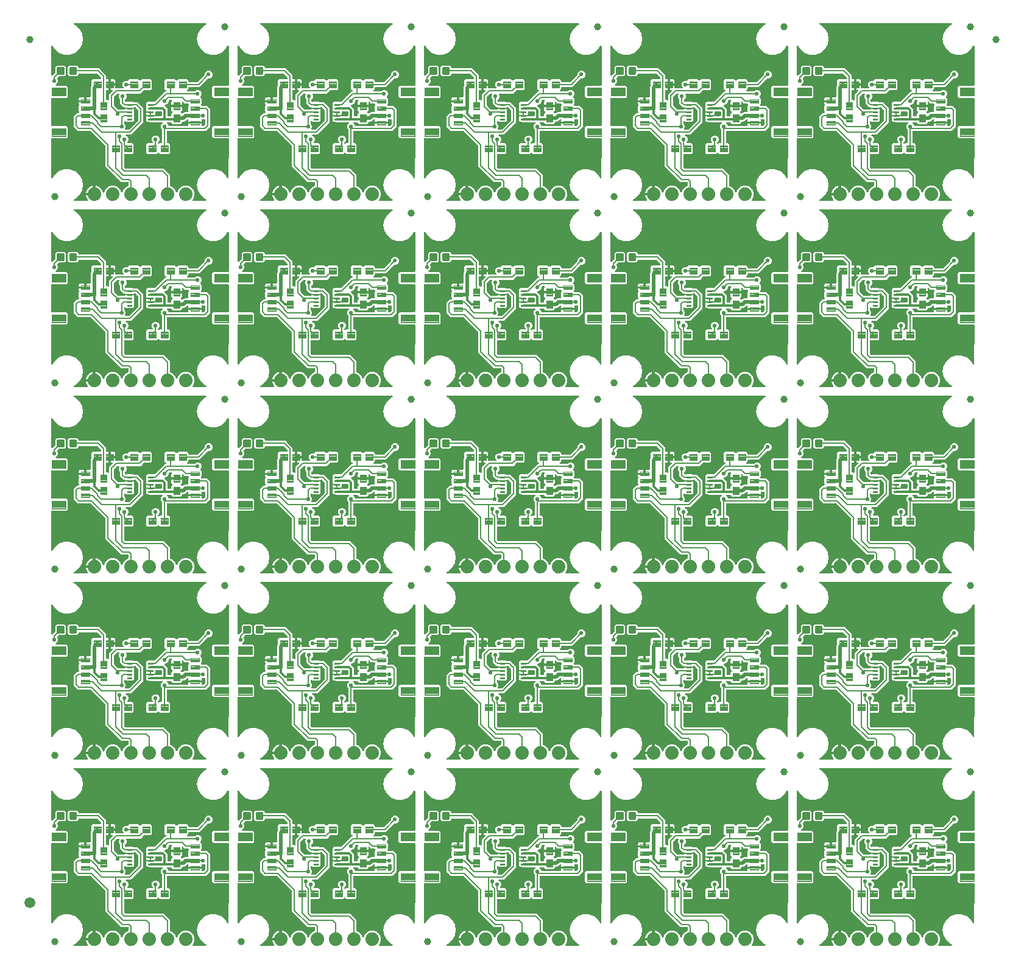
<source format=gtl>
G04 EAGLE Gerber RS-274X export*
G75*
%MOMM*%
%FSLAX34Y34*%
%LPD*%
%INTop Copper*%
%IPPOS*%
%AMOC8*
5,1,8,0,0,1.08239X$1,22.5*%
G01*
%ADD10C,0.300000*%
%ADD11C,0.096000*%
%ADD12C,0.102000*%
%ADD13C,0.100000*%
%ADD14C,1.879600*%
%ADD15C,1.000000*%
%ADD16C,0.102600*%
%ADD17C,1.500000*%
%ADD18C,0.554000*%
%ADD19C,0.177800*%
%ADD20C,0.508000*%
%ADD21C,0.558800*%
%ADD22C,0.304800*%

G36*
X53485Y3570D02*
X53485Y3570D01*
X53576Y3573D01*
X53625Y3589D01*
X53675Y3597D01*
X53759Y3634D01*
X53846Y3663D01*
X53888Y3692D01*
X53934Y3713D01*
X54005Y3772D01*
X54080Y3824D01*
X54113Y3864D01*
X54151Y3896D01*
X54202Y3973D01*
X54261Y4044D01*
X54281Y4091D01*
X54309Y4133D01*
X54337Y4221D01*
X54373Y4305D01*
X54379Y4356D01*
X54395Y4404D01*
X54397Y4496D01*
X54409Y4587D01*
X54401Y4638D01*
X54402Y4688D01*
X54379Y4777D01*
X54364Y4868D01*
X54345Y4908D01*
X54330Y4963D01*
X54249Y5100D01*
X54215Y5169D01*
X53289Y6443D01*
X52436Y8117D01*
X51855Y9904D01*
X51734Y10669D01*
X62484Y10669D01*
X62542Y10677D01*
X62600Y10675D01*
X62682Y10697D01*
X62765Y10709D01*
X62819Y10733D01*
X62875Y10747D01*
X62948Y10790D01*
X63025Y10825D01*
X63069Y10863D01*
X63120Y10893D01*
X63177Y10954D01*
X63242Y11009D01*
X63274Y11057D01*
X63314Y11100D01*
X63353Y11175D01*
X63399Y11245D01*
X63417Y11301D01*
X63444Y11353D01*
X63455Y11421D01*
X63485Y11516D01*
X63488Y11616D01*
X63499Y11684D01*
X63499Y12701D01*
X64516Y12701D01*
X64574Y12709D01*
X64632Y12708D01*
X64714Y12729D01*
X64797Y12741D01*
X64851Y12765D01*
X64907Y12779D01*
X64980Y12822D01*
X65057Y12857D01*
X65102Y12895D01*
X65152Y12925D01*
X65210Y12986D01*
X65274Y13041D01*
X65306Y13089D01*
X65346Y13132D01*
X65385Y13207D01*
X65431Y13277D01*
X65449Y13333D01*
X65476Y13385D01*
X65487Y13453D01*
X65517Y13548D01*
X65520Y13648D01*
X65531Y13716D01*
X65531Y24466D01*
X66296Y24345D01*
X68083Y23764D01*
X69757Y22911D01*
X71278Y21806D01*
X72606Y20478D01*
X73711Y18957D01*
X74564Y17283D01*
X75169Y15420D01*
X75182Y15394D01*
X75189Y15364D01*
X75195Y15355D01*
X75196Y15348D01*
X75210Y15325D01*
X75221Y15291D01*
X75262Y15229D01*
X75294Y15164D01*
X75314Y15143D01*
X75328Y15117D01*
X75357Y15088D01*
X75379Y15055D01*
X75437Y15007D01*
X75485Y14953D01*
X75509Y14939D01*
X75531Y14917D01*
X75566Y14898D01*
X75597Y14872D01*
X75666Y14841D01*
X75727Y14804D01*
X75754Y14796D01*
X75781Y14782D01*
X75820Y14773D01*
X75857Y14757D01*
X75932Y14746D01*
X76001Y14727D01*
X76028Y14727D01*
X76059Y14721D01*
X76099Y14723D01*
X76138Y14718D01*
X76214Y14729D01*
X76285Y14729D01*
X76311Y14737D01*
X76342Y14739D01*
X76380Y14753D01*
X76420Y14759D01*
X76489Y14790D01*
X76557Y14810D01*
X76581Y14825D01*
X76610Y14836D01*
X76642Y14859D01*
X76679Y14876D01*
X76736Y14925D01*
X76797Y14963D01*
X76815Y14985D01*
X76840Y15002D01*
X76865Y15034D01*
X76895Y15060D01*
X76929Y15114D01*
X76984Y15177D01*
X76996Y15203D01*
X77015Y15226D01*
X77032Y15268D01*
X77053Y15301D01*
X77061Y15326D01*
X77073Y15345D01*
X78779Y19463D01*
X82137Y22821D01*
X86525Y24639D01*
X91275Y24639D01*
X95663Y22821D01*
X99021Y19463D01*
X100662Y15501D01*
X100677Y15476D01*
X100686Y15448D01*
X100749Y15354D01*
X100807Y15257D01*
X100828Y15236D01*
X100844Y15212D01*
X100931Y15139D01*
X101013Y15061D01*
X101039Y15048D01*
X101062Y15029D01*
X101165Y14983D01*
X101266Y14931D01*
X101295Y14925D01*
X101322Y14914D01*
X101434Y14898D01*
X101545Y14876D01*
X101574Y14879D01*
X101603Y14875D01*
X101715Y14891D01*
X101828Y14901D01*
X101855Y14911D01*
X101884Y14915D01*
X101988Y14962D01*
X102093Y15003D01*
X102117Y15020D01*
X102144Y15032D01*
X102230Y15106D01*
X102320Y15174D01*
X102338Y15198D01*
X102360Y15217D01*
X102402Y15283D01*
X102490Y15402D01*
X102512Y15460D01*
X102538Y15501D01*
X104179Y19463D01*
X107537Y22821D01*
X110244Y23942D01*
X110245Y23943D01*
X110246Y23943D01*
X110321Y23987D01*
X110388Y24018D01*
X110427Y24050D01*
X110488Y24087D01*
X110489Y24088D01*
X110491Y24089D01*
X110563Y24166D01*
X110605Y24201D01*
X110626Y24232D01*
X110684Y24293D01*
X110684Y24295D01*
X110685Y24296D01*
X110742Y24406D01*
X110763Y24438D01*
X110771Y24463D01*
X110814Y24546D01*
X110814Y24548D01*
X110815Y24549D01*
X110817Y24564D01*
X110841Y24685D01*
X110849Y24709D01*
X110849Y24726D01*
X110869Y24825D01*
X110866Y24855D01*
X110870Y24880D01*
X110870Y28639D01*
X110858Y28725D01*
X110855Y28813D01*
X110838Y28866D01*
X110830Y28920D01*
X110795Y29000D01*
X110768Y29083D01*
X110740Y29123D01*
X110714Y29180D01*
X110618Y29293D01*
X110573Y29357D01*
X110510Y29420D01*
X110440Y29472D01*
X110376Y29532D01*
X110327Y29558D01*
X110283Y29591D01*
X110201Y29622D01*
X110123Y29662D01*
X110075Y29670D01*
X110017Y29692D01*
X109869Y29704D01*
X109792Y29717D01*
X100822Y29717D01*
X79120Y51419D01*
X79120Y79439D01*
X79108Y79525D01*
X79105Y79613D01*
X79088Y79666D01*
X79080Y79720D01*
X79045Y79800D01*
X79018Y79883D01*
X78990Y79923D01*
X78964Y79980D01*
X78868Y80093D01*
X78823Y80157D01*
X58567Y100413D01*
X58497Y100465D01*
X58433Y100525D01*
X58384Y100551D01*
X58340Y100584D01*
X58258Y100615D01*
X58180Y100655D01*
X58132Y100663D01*
X58074Y100685D01*
X57926Y100697D01*
X57849Y100710D01*
X40489Y100710D01*
X34670Y106529D01*
X34670Y120801D01*
X39299Y125430D01*
X40765Y125430D01*
X40851Y125442D01*
X40939Y125445D01*
X40991Y125462D01*
X41046Y125470D01*
X41126Y125505D01*
X41209Y125532D01*
X41249Y125560D01*
X41306Y125586D01*
X41419Y125682D01*
X41483Y125727D01*
X42038Y126282D01*
X42073Y126329D01*
X42115Y126369D01*
X42158Y126442D01*
X42209Y126509D01*
X42229Y126564D01*
X42259Y126614D01*
X42280Y126696D01*
X42310Y126775D01*
X42315Y126833D01*
X42329Y126890D01*
X42326Y126974D01*
X42333Y127058D01*
X42322Y127116D01*
X42320Y127174D01*
X42294Y127254D01*
X42278Y127337D01*
X42251Y127389D01*
X42233Y127445D01*
X42192Y127501D01*
X42147Y127589D01*
X42078Y127662D01*
X42038Y127718D01*
X41509Y128246D01*
X41509Y135754D01*
X42038Y136282D01*
X42073Y136329D01*
X42116Y136370D01*
X42158Y136442D01*
X42209Y136509D01*
X42230Y136564D01*
X42259Y136615D01*
X42280Y136697D01*
X42310Y136775D01*
X42315Y136834D01*
X42329Y136891D01*
X42326Y136975D01*
X42333Y137058D01*
X42322Y137116D01*
X42320Y137175D01*
X42294Y137255D01*
X42278Y137337D01*
X42250Y137389D01*
X42232Y137446D01*
X42194Y137499D01*
X42186Y137521D01*
X42149Y137584D01*
X42147Y137589D01*
X42146Y137590D01*
X41717Y138332D01*
X41509Y139108D01*
X41509Y140501D01*
X50316Y140501D01*
X50374Y140509D01*
X50432Y140507D01*
X50514Y140529D01*
X50597Y140541D01*
X50651Y140564D01*
X50707Y140579D01*
X50780Y140622D01*
X50857Y140657D01*
X50901Y140695D01*
X50952Y140724D01*
X51009Y140786D01*
X51074Y140840D01*
X51106Y140889D01*
X51146Y140932D01*
X51185Y141007D01*
X51231Y141077D01*
X51249Y141133D01*
X51276Y141185D01*
X51287Y141253D01*
X51317Y141348D01*
X51320Y141448D01*
X51324Y141475D01*
X51342Y141477D01*
X51400Y141476D01*
X51482Y141497D01*
X51566Y141509D01*
X51619Y141533D01*
X51675Y141547D01*
X51748Y141591D01*
X51825Y141625D01*
X51870Y141663D01*
X51920Y141693D01*
X51978Y141754D01*
X52042Y141809D01*
X52074Y141857D01*
X52114Y141900D01*
X52153Y141975D01*
X52200Y142045D01*
X52217Y142101D01*
X52244Y142153D01*
X52255Y142221D01*
X52285Y142316D01*
X52288Y142416D01*
X52299Y142484D01*
X52299Y147541D01*
X57404Y147541D01*
X57462Y147549D01*
X57520Y147547D01*
X57602Y147569D01*
X57686Y147581D01*
X57739Y147604D01*
X57795Y147619D01*
X57868Y147662D01*
X57945Y147697D01*
X57990Y147735D01*
X58040Y147764D01*
X58098Y147826D01*
X58162Y147880D01*
X58194Y147929D01*
X58234Y147972D01*
X58273Y148047D01*
X58320Y148117D01*
X58337Y148173D01*
X58364Y148225D01*
X58375Y148293D01*
X58405Y148388D01*
X58408Y148488D01*
X58419Y148556D01*
X58419Y161911D01*
X59193Y163778D01*
X59362Y163947D01*
X59414Y164017D01*
X59474Y164081D01*
X59500Y164130D01*
X59533Y164174D01*
X59564Y164256D01*
X59604Y164334D01*
X59612Y164382D01*
X59634Y164440D01*
X59646Y164588D01*
X59659Y164665D01*
X59659Y170860D01*
X61440Y172641D01*
X71755Y172641D01*
X71813Y172649D01*
X71871Y172647D01*
X71953Y172669D01*
X72037Y172681D01*
X72090Y172704D01*
X72146Y172719D01*
X72219Y172762D01*
X72296Y172797D01*
X72341Y172835D01*
X72391Y172864D01*
X72449Y172926D01*
X72513Y172980D01*
X72545Y173029D01*
X72585Y173072D01*
X72624Y173147D01*
X72671Y173217D01*
X72688Y173273D01*
X72715Y173325D01*
X72726Y173393D01*
X72756Y173488D01*
X72759Y173588D01*
X72770Y173656D01*
X72770Y174689D01*
X72758Y174775D01*
X72755Y174863D01*
X72738Y174916D01*
X72730Y174970D01*
X72695Y175050D01*
X72668Y175133D01*
X72640Y175173D01*
X72614Y175230D01*
X72518Y175343D01*
X72473Y175407D01*
X67457Y180423D01*
X67387Y180475D01*
X67323Y180535D01*
X67274Y180561D01*
X67230Y180594D01*
X67148Y180625D01*
X67070Y180665D01*
X67022Y180673D01*
X66964Y180695D01*
X66816Y180707D01*
X66739Y180720D01*
X42726Y180720D01*
X42668Y180712D01*
X42610Y180714D01*
X42528Y180692D01*
X42444Y180680D01*
X42391Y180657D01*
X42335Y180642D01*
X42262Y180599D01*
X42185Y180564D01*
X42140Y180526D01*
X42090Y180497D01*
X42032Y180435D01*
X41968Y180381D01*
X41936Y180332D01*
X41896Y180289D01*
X41857Y180214D01*
X41810Y180144D01*
X41793Y180088D01*
X41766Y180036D01*
X41755Y179968D01*
X41725Y179873D01*
X41722Y179773D01*
X41711Y179705D01*
X41711Y178976D01*
X39344Y176609D01*
X28996Y176609D01*
X26629Y178976D01*
X26629Y189324D01*
X28996Y191691D01*
X39344Y191691D01*
X41711Y189324D01*
X41711Y188595D01*
X41719Y188537D01*
X41717Y188479D01*
X41739Y188397D01*
X41751Y188313D01*
X41774Y188260D01*
X41789Y188204D01*
X41832Y188131D01*
X41867Y188054D01*
X41905Y188009D01*
X41934Y187959D01*
X41996Y187901D01*
X42050Y187837D01*
X42099Y187805D01*
X42142Y187765D01*
X42217Y187726D01*
X42287Y187679D01*
X42343Y187662D01*
X42395Y187635D01*
X42463Y187624D01*
X42558Y187594D01*
X42658Y187591D01*
X42726Y187580D01*
X70001Y187580D01*
X79630Y177951D01*
X79630Y173656D01*
X79638Y173598D01*
X79636Y173540D01*
X79658Y173458D01*
X79670Y173374D01*
X79693Y173321D01*
X79708Y173265D01*
X79751Y173192D01*
X79786Y173115D01*
X79824Y173070D01*
X79853Y173020D01*
X79915Y172962D01*
X79969Y172898D01*
X80018Y172866D01*
X80061Y172826D01*
X80136Y172787D01*
X80206Y172740D01*
X80262Y172723D01*
X80314Y172696D01*
X80382Y172685D01*
X80477Y172655D01*
X80577Y172652D01*
X80645Y172641D01*
X82669Y172641D01*
X82669Y166116D01*
X82677Y166058D01*
X82675Y166000D01*
X82697Y165918D01*
X82709Y165835D01*
X82733Y165781D01*
X82747Y165725D01*
X82790Y165652D01*
X82825Y165575D01*
X82863Y165531D01*
X82893Y165480D01*
X82954Y165423D01*
X83009Y165358D01*
X83057Y165326D01*
X83100Y165286D01*
X83175Y165247D01*
X83245Y165201D01*
X83301Y165183D01*
X83353Y165156D01*
X83421Y165145D01*
X83516Y165115D01*
X83616Y165112D01*
X83684Y165101D01*
X84701Y165101D01*
X84701Y165099D01*
X83684Y165099D01*
X83626Y165091D01*
X83568Y165092D01*
X83486Y165071D01*
X83403Y165059D01*
X83349Y165035D01*
X83293Y165021D01*
X83220Y164978D01*
X83143Y164943D01*
X83098Y164905D01*
X83048Y164875D01*
X82990Y164814D01*
X82926Y164759D01*
X82894Y164711D01*
X82854Y164668D01*
X82815Y164593D01*
X82769Y164523D01*
X82751Y164467D01*
X82724Y164415D01*
X82713Y164347D01*
X82683Y164252D01*
X82680Y164152D01*
X82669Y164084D01*
X82669Y157559D01*
X80645Y157559D01*
X80587Y157551D01*
X80529Y157553D01*
X80447Y157531D01*
X80363Y157519D01*
X80310Y157496D01*
X80254Y157481D01*
X80181Y157438D01*
X80104Y157403D01*
X80059Y157365D01*
X80009Y157336D01*
X79951Y157274D01*
X79887Y157220D01*
X79855Y157171D01*
X79815Y157128D01*
X79776Y157053D01*
X79729Y156983D01*
X79712Y156927D01*
X79685Y156875D01*
X79674Y156807D01*
X79644Y156712D01*
X79641Y156612D01*
X79630Y156544D01*
X79630Y144556D01*
X79638Y144498D01*
X79636Y144440D01*
X79658Y144358D01*
X79670Y144274D01*
X79693Y144221D01*
X79708Y144165D01*
X79751Y144092D01*
X79786Y144015D01*
X79824Y143970D01*
X79853Y143920D01*
X79915Y143862D01*
X79969Y143798D01*
X80018Y143766D01*
X80061Y143726D01*
X80136Y143687D01*
X80206Y143640D01*
X80262Y143623D01*
X80314Y143596D01*
X80382Y143585D01*
X80477Y143555D01*
X80577Y143552D01*
X80645Y143541D01*
X81960Y143541D01*
X82467Y143033D01*
X82491Y143015D01*
X82510Y142993D01*
X82604Y142930D01*
X82694Y142862D01*
X82722Y142852D01*
X82746Y142835D01*
X82854Y142801D01*
X82960Y142761D01*
X82989Y142759D01*
X83017Y142750D01*
X83131Y142747D01*
X83243Y142737D01*
X83272Y142743D01*
X83301Y142742D01*
X83411Y142771D01*
X83522Y142793D01*
X83548Y142807D01*
X83576Y142814D01*
X83674Y142872D01*
X83774Y142924D01*
X83796Y142945D01*
X83821Y142959D01*
X83898Y143042D01*
X83980Y143120D01*
X83995Y143145D01*
X84015Y143167D01*
X84067Y143268D01*
X84124Y143365D01*
X84131Y143394D01*
X84145Y143420D01*
X84158Y143497D01*
X84194Y143641D01*
X84192Y143703D01*
X84200Y143751D01*
X84200Y151281D01*
X88746Y155826D01*
X88763Y155850D01*
X88786Y155869D01*
X88849Y155963D01*
X88917Y156053D01*
X88927Y156081D01*
X88943Y156105D01*
X88978Y156213D01*
X89018Y156319D01*
X89020Y156348D01*
X89029Y156376D01*
X89032Y156490D01*
X89041Y156602D01*
X89036Y156631D01*
X89036Y156660D01*
X89008Y156770D01*
X88986Y156881D01*
X88972Y156907D01*
X88965Y156935D01*
X88907Y157033D01*
X88855Y157133D01*
X88834Y157155D01*
X88819Y157180D01*
X88737Y157257D01*
X88659Y157339D01*
X88633Y157354D01*
X88612Y157374D01*
X88511Y157426D01*
X88414Y157483D01*
X88385Y157490D01*
X88359Y157504D01*
X88282Y157517D01*
X88138Y157553D01*
X88076Y157551D01*
X88028Y157559D01*
X86731Y157559D01*
X86731Y163069D01*
X92741Y163069D01*
X92741Y160655D01*
X92749Y160597D01*
X92747Y160539D01*
X92769Y160457D01*
X92781Y160373D01*
X92804Y160320D01*
X92819Y160264D01*
X92862Y160191D01*
X92897Y160114D01*
X92935Y160069D01*
X92964Y160019D01*
X93026Y159961D01*
X93080Y159897D01*
X93129Y159865D01*
X93172Y159825D01*
X93247Y159786D01*
X93317Y159739D01*
X93373Y159722D01*
X93425Y159695D01*
X93493Y159684D01*
X93588Y159654D01*
X93688Y159651D01*
X93756Y159640D01*
X103415Y159640D01*
X103444Y159644D01*
X103473Y159641D01*
X103584Y159664D01*
X103696Y159680D01*
X103723Y159692D01*
X103752Y159697D01*
X103853Y159750D01*
X103956Y159796D01*
X103978Y159815D01*
X104004Y159828D01*
X104086Y159906D01*
X104173Y159979D01*
X104189Y160004D01*
X104210Y160024D01*
X104267Y160122D01*
X104330Y160216D01*
X104339Y160244D01*
X104354Y160269D01*
X104382Y160379D01*
X104416Y160487D01*
X104417Y160517D01*
X104424Y160545D01*
X104420Y160658D01*
X104423Y160771D01*
X104416Y160800D01*
X104415Y160829D01*
X104380Y160937D01*
X104352Y161046D01*
X104337Y161072D01*
X104328Y161100D01*
X104282Y161164D01*
X104206Y161291D01*
X104161Y161334D01*
X104133Y161373D01*
X103427Y162078D01*
X102615Y164039D01*
X102615Y166161D01*
X103427Y168122D01*
X104928Y169623D01*
X106889Y170435D01*
X109011Y170435D01*
X109108Y170395D01*
X109110Y170394D01*
X109111Y170393D01*
X109245Y170359D01*
X109383Y170324D01*
X109385Y170324D01*
X109386Y170323D01*
X109527Y170328D01*
X109667Y170332D01*
X109669Y170332D01*
X109671Y170332D01*
X109803Y170375D01*
X109938Y170418D01*
X109940Y170419D01*
X109941Y170420D01*
X109953Y170428D01*
X110174Y170577D01*
X110194Y170600D01*
X110214Y170615D01*
X112240Y172641D01*
X124760Y172641D01*
X126282Y171118D01*
X126329Y171083D01*
X126369Y171041D01*
X126442Y170998D01*
X126509Y170947D01*
X126564Y170926D01*
X126614Y170897D01*
X126696Y170876D01*
X126775Y170846D01*
X126833Y170841D01*
X126890Y170827D01*
X126974Y170829D01*
X127058Y170822D01*
X127116Y170834D01*
X127174Y170836D01*
X127254Y170862D01*
X127337Y170878D01*
X127389Y170905D01*
X127445Y170923D01*
X127501Y170963D01*
X127589Y171009D01*
X127662Y171078D01*
X127718Y171118D01*
X129240Y172641D01*
X141760Y172641D01*
X143541Y170860D01*
X143541Y159340D01*
X141760Y157559D01*
X133230Y157559D01*
X133144Y157547D01*
X133056Y157544D01*
X133003Y157527D01*
X132949Y157519D01*
X132869Y157484D01*
X132786Y157457D01*
X132746Y157429D01*
X132689Y157403D01*
X132576Y157307D01*
X132512Y157262D01*
X130337Y155087D01*
X128031Y152780D01*
X108402Y152780D01*
X108288Y152764D01*
X108174Y152754D01*
X108148Y152744D01*
X108121Y152740D01*
X108016Y152693D01*
X107909Y152652D01*
X107886Y152636D01*
X107861Y152624D01*
X107774Y152550D01*
X107682Y152481D01*
X107665Y152458D01*
X107644Y152441D01*
X107581Y152345D01*
X107512Y152253D01*
X107502Y152227D01*
X107487Y152204D01*
X107452Y152094D01*
X107411Y151987D01*
X107409Y151959D01*
X107401Y151933D01*
X107398Y151818D01*
X107389Y151704D01*
X107394Y151679D01*
X107393Y151649D01*
X107461Y151392D01*
X107464Y151376D01*
X108181Y149646D01*
X108181Y147534D01*
X107372Y145582D01*
X106597Y144807D01*
X106545Y144737D01*
X106485Y144673D01*
X106459Y144623D01*
X106426Y144579D01*
X106395Y144498D01*
X106355Y144420D01*
X106347Y144372D01*
X106325Y144314D01*
X106313Y144166D01*
X106300Y144089D01*
X106300Y141968D01*
X106304Y141939D01*
X106301Y141909D01*
X106324Y141798D01*
X106340Y141687D01*
X106352Y141660D01*
X106358Y141630D01*
X106410Y141530D01*
X106456Y141427D01*
X106475Y141405D01*
X106489Y141378D01*
X106567Y141296D01*
X106639Y141210D01*
X106664Y141194D01*
X106685Y141172D01*
X106782Y141115D01*
X106876Y141053D01*
X106905Y141044D01*
X106931Y141029D01*
X107040Y141001D01*
X107147Y140967D01*
X107177Y140966D01*
X107206Y140959D01*
X107319Y140963D01*
X107431Y140960D01*
X107454Y140966D01*
X116752Y140966D01*
X116991Y140727D01*
X117060Y140675D01*
X117124Y140615D01*
X117174Y140589D01*
X117218Y140556D01*
X117300Y140525D01*
X117377Y140485D01*
X117425Y140477D01*
X117483Y140455D01*
X117631Y140443D01*
X117708Y140430D01*
X123501Y140430D01*
X131700Y132231D01*
X131700Y112879D01*
X129393Y110573D01*
X116757Y97937D01*
X114451Y95630D01*
X108143Y95630D01*
X108058Y95618D01*
X107972Y95616D01*
X107918Y95598D01*
X107862Y95590D01*
X107784Y95555D01*
X107702Y95529D01*
X107654Y95497D01*
X107602Y95474D01*
X107537Y95419D01*
X107465Y95371D01*
X107429Y95327D01*
X107385Y95291D01*
X107338Y95219D01*
X107282Y95153D01*
X107259Y95101D01*
X107228Y95054D01*
X107202Y94972D01*
X107167Y94893D01*
X107159Y94837D01*
X107142Y94783D01*
X107140Y94697D01*
X107128Y94612D01*
X107136Y94556D01*
X107135Y94499D01*
X107156Y94416D01*
X107169Y94330D01*
X107192Y94279D01*
X107207Y94224D01*
X107250Y94150D01*
X107286Y94071D01*
X107323Y94028D01*
X107352Y93979D01*
X107415Y93920D01*
X107470Y93855D01*
X107512Y93829D01*
X107559Y93785D01*
X107688Y93719D01*
X107755Y93677D01*
X108418Y93402D01*
X109912Y91908D01*
X110721Y89956D01*
X110721Y87844D01*
X109912Y85892D01*
X109494Y85474D01*
X109483Y85459D01*
X109475Y85452D01*
X109470Y85445D01*
X109454Y85431D01*
X109392Y85337D01*
X109323Y85247D01*
X109313Y85219D01*
X109297Y85195D01*
X109263Y85087D01*
X109222Y84981D01*
X109220Y84952D01*
X109211Y84924D01*
X109208Y84810D01*
X109199Y84698D01*
X109204Y84669D01*
X109204Y84640D01*
X109232Y84530D01*
X109255Y84419D01*
X109268Y84393D01*
X109276Y84365D01*
X109333Y84267D01*
X109386Y84167D01*
X109406Y84145D01*
X109421Y84120D01*
X109503Y84043D01*
X109581Y83961D01*
X109607Y83946D01*
X109628Y83926D01*
X109729Y83874D01*
X109827Y83817D01*
X109855Y83810D01*
X109881Y83796D01*
X109958Y83783D01*
X110102Y83747D01*
X110165Y83749D01*
X110212Y83741D01*
X116360Y83741D01*
X118141Y81960D01*
X118141Y70440D01*
X116360Y68659D01*
X106045Y68659D01*
X105987Y68651D01*
X105929Y68653D01*
X105847Y68631D01*
X105763Y68619D01*
X105710Y68596D01*
X105654Y68581D01*
X105581Y68538D01*
X105504Y68503D01*
X105459Y68465D01*
X105409Y68436D01*
X105351Y68374D01*
X105287Y68320D01*
X105255Y68271D01*
X105215Y68228D01*
X105176Y68153D01*
X105129Y68083D01*
X105112Y68027D01*
X105085Y67975D01*
X105074Y67907D01*
X105044Y67812D01*
X105041Y67712D01*
X105030Y67644D01*
X105030Y50101D01*
X105042Y50015D01*
X105045Y49927D01*
X105062Y49874D01*
X105070Y49820D01*
X105105Y49740D01*
X105132Y49657D01*
X105160Y49617D01*
X105186Y49560D01*
X105282Y49447D01*
X105327Y49383D01*
X106533Y48177D01*
X106603Y48125D01*
X106667Y48065D01*
X106716Y48039D01*
X106760Y48006D01*
X106842Y47975D01*
X106920Y47935D01*
X106968Y47927D01*
X107026Y47905D01*
X107174Y47893D01*
X107251Y47880D01*
X160171Y47880D01*
X168530Y39521D01*
X168530Y24880D01*
X168530Y24879D01*
X168530Y24877D01*
X168544Y24776D01*
X168544Y24761D01*
X168550Y24739D01*
X168550Y24734D01*
X168570Y24599D01*
X168570Y24597D01*
X168570Y24596D01*
X168610Y24508D01*
X168616Y24486D01*
X168634Y24455D01*
X168686Y24339D01*
X168687Y24338D01*
X168688Y24337D01*
X168743Y24271D01*
X168761Y24241D01*
X168799Y24206D01*
X168869Y24122D01*
X168871Y24121D01*
X168872Y24120D01*
X168885Y24112D01*
X168933Y24080D01*
X168968Y24047D01*
X169031Y24015D01*
X169106Y23965D01*
X169135Y23955D01*
X169156Y23942D01*
X171863Y22821D01*
X175221Y19463D01*
X176862Y15501D01*
X176877Y15476D01*
X176886Y15448D01*
X176949Y15354D01*
X177007Y15257D01*
X177028Y15236D01*
X177044Y15212D01*
X177131Y15139D01*
X177213Y15061D01*
X177239Y15048D01*
X177262Y15029D01*
X177365Y14983D01*
X177466Y14931D01*
X177495Y14925D01*
X177522Y14914D01*
X177634Y14898D01*
X177745Y14876D01*
X177774Y14879D01*
X177803Y14875D01*
X177915Y14891D01*
X178028Y14901D01*
X178055Y14911D01*
X178084Y14915D01*
X178188Y14962D01*
X178293Y15003D01*
X178317Y15020D01*
X178344Y15032D01*
X178430Y15106D01*
X178520Y15174D01*
X178538Y15198D01*
X178560Y15217D01*
X178602Y15283D01*
X178690Y15402D01*
X178712Y15460D01*
X178738Y15501D01*
X180379Y19463D01*
X183737Y22821D01*
X188125Y24639D01*
X192875Y24639D01*
X197263Y22821D01*
X200621Y19463D01*
X202439Y15075D01*
X202439Y10325D01*
X200621Y5937D01*
X199974Y5290D01*
X199956Y5266D01*
X199934Y5247D01*
X199871Y5153D01*
X199803Y5063D01*
X199792Y5035D01*
X199776Y5011D01*
X199742Y4903D01*
X199702Y4797D01*
X199699Y4768D01*
X199690Y4740D01*
X199687Y4626D01*
X199678Y4514D01*
X199684Y4485D01*
X199683Y4456D01*
X199712Y4346D01*
X199734Y4235D01*
X199748Y4209D01*
X199755Y4181D01*
X199813Y4083D01*
X199865Y3983D01*
X199885Y3961D01*
X199900Y3936D01*
X199983Y3859D01*
X200061Y3777D01*
X200086Y3762D01*
X200107Y3742D01*
X200208Y3690D01*
X200306Y3633D01*
X200334Y3626D01*
X200361Y3612D01*
X200438Y3599D01*
X200582Y3563D01*
X200644Y3565D01*
X200692Y3557D01*
X218244Y3557D01*
X218350Y3572D01*
X218458Y3580D01*
X218491Y3592D01*
X218525Y3597D01*
X218624Y3641D01*
X218725Y3678D01*
X218753Y3699D01*
X218785Y3713D01*
X218867Y3782D01*
X218954Y3846D01*
X218975Y3874D01*
X219002Y3896D01*
X219061Y3986D01*
X219127Y4072D01*
X219140Y4104D01*
X219159Y4133D01*
X219192Y4236D01*
X219231Y4336D01*
X219235Y4371D01*
X219245Y4404D01*
X219248Y4512D01*
X219258Y4619D01*
X219251Y4654D01*
X219252Y4688D01*
X219225Y4793D01*
X219205Y4899D01*
X219189Y4930D01*
X219181Y4963D01*
X219125Y5056D01*
X219077Y5152D01*
X219053Y5178D01*
X219035Y5208D01*
X218957Y5282D01*
X218883Y5361D01*
X218856Y5376D01*
X218828Y5402D01*
X218637Y5500D01*
X218591Y5526D01*
X217380Y5967D01*
X211410Y10976D01*
X207514Y17725D01*
X206160Y25400D01*
X207514Y33075D01*
X211410Y39824D01*
X217380Y44833D01*
X224703Y47499D01*
X232497Y47499D01*
X239820Y44833D01*
X245790Y39824D01*
X248377Y35343D01*
X248389Y35328D01*
X248397Y35310D01*
X248476Y35216D01*
X248552Y35119D01*
X248568Y35108D01*
X248580Y35093D01*
X248683Y35025D01*
X248783Y34952D01*
X248801Y34946D01*
X248817Y34935D01*
X248934Y34898D01*
X249050Y34856D01*
X249069Y34855D01*
X249088Y34849D01*
X249211Y34846D01*
X249334Y34838D01*
X249353Y34842D01*
X249372Y34842D01*
X249491Y34873D01*
X249612Y34899D01*
X249628Y34908D01*
X249647Y34913D01*
X249753Y34976D01*
X249861Y35035D01*
X249875Y35048D01*
X249891Y35058D01*
X249976Y35148D01*
X250064Y35235D01*
X250073Y35251D01*
X250086Y35265D01*
X250142Y35375D01*
X250203Y35483D01*
X250207Y35501D01*
X250216Y35518D01*
X250228Y35591D01*
X250267Y35760D01*
X250265Y35810D01*
X250272Y35849D01*
X250314Y89443D01*
X250306Y89501D01*
X250307Y89560D01*
X250286Y89642D01*
X250274Y89725D01*
X250250Y89778D01*
X250235Y89835D01*
X250192Y89908D01*
X250158Y89984D01*
X250120Y90029D01*
X250090Y90080D01*
X250029Y90137D01*
X249975Y90201D01*
X249926Y90234D01*
X249883Y90274D01*
X249808Y90313D01*
X249738Y90359D01*
X249682Y90377D01*
X249630Y90404D01*
X249562Y90415D01*
X249467Y90445D01*
X249367Y90448D01*
X249298Y90459D01*
X229179Y90459D01*
X227409Y92229D01*
X227409Y105771D01*
X229179Y107541D01*
X249314Y107541D01*
X249371Y107549D01*
X249429Y107547D01*
X249511Y107569D01*
X249595Y107581D01*
X249648Y107604D01*
X249704Y107619D01*
X249777Y107662D01*
X249854Y107697D01*
X249899Y107734D01*
X249949Y107764D01*
X250007Y107826D01*
X250071Y107880D01*
X250104Y107929D01*
X250143Y107971D01*
X250182Y108047D01*
X250229Y108117D01*
X250247Y108172D01*
X250273Y108224D01*
X250285Y108293D01*
X250315Y108388D01*
X250317Y108487D01*
X250329Y108555D01*
X250358Y145443D01*
X250350Y145501D01*
X250351Y145560D01*
X250330Y145642D01*
X250318Y145725D01*
X250294Y145778D01*
X250279Y145835D01*
X250236Y145908D01*
X250202Y145984D01*
X250164Y146029D01*
X250134Y146080D01*
X250073Y146137D01*
X250019Y146201D01*
X249970Y146234D01*
X249927Y146274D01*
X249852Y146313D01*
X249782Y146359D01*
X249726Y146377D01*
X249674Y146404D01*
X249606Y146415D01*
X249511Y146445D01*
X249411Y146448D01*
X249343Y146459D01*
X229179Y146459D01*
X227409Y148229D01*
X227409Y161771D01*
X229179Y163541D01*
X249358Y163541D01*
X249415Y163549D01*
X249473Y163547D01*
X249555Y163569D01*
X249639Y163581D01*
X249692Y163604D01*
X249748Y163619D01*
X249821Y163662D01*
X249899Y163697D01*
X249943Y163734D01*
X249993Y163764D01*
X250051Y163826D01*
X250116Y163880D01*
X250148Y163929D01*
X250187Y163971D01*
X250226Y164047D01*
X250273Y164117D01*
X250291Y164172D01*
X250317Y164224D01*
X250329Y164293D01*
X250359Y164388D01*
X250361Y164487D01*
X250373Y164555D01*
X250415Y218398D01*
X250412Y218418D01*
X250415Y218438D01*
X250393Y218558D01*
X250376Y218679D01*
X250368Y218698D01*
X250364Y218717D01*
X250309Y218827D01*
X250260Y218939D01*
X250247Y218954D01*
X250238Y218972D01*
X250155Y219063D01*
X250076Y219156D01*
X250060Y219167D01*
X250046Y219182D01*
X249941Y219246D01*
X249840Y219314D01*
X249821Y219320D01*
X249804Y219330D01*
X249685Y219363D01*
X249569Y219400D01*
X249549Y219400D01*
X249529Y219406D01*
X249407Y219404D01*
X249284Y219407D01*
X249265Y219402D01*
X249245Y219402D01*
X249128Y219367D01*
X249009Y219336D01*
X248992Y219326D01*
X248973Y219320D01*
X248870Y219253D01*
X248765Y219191D01*
X248751Y219176D01*
X248734Y219165D01*
X248687Y219108D01*
X248570Y218984D01*
X248547Y218938D01*
X248521Y218906D01*
X245790Y214176D01*
X239820Y209167D01*
X232497Y206501D01*
X224703Y206501D01*
X217380Y209167D01*
X211410Y214176D01*
X207514Y220925D01*
X206160Y228600D01*
X207514Y236275D01*
X211410Y243024D01*
X217380Y248033D01*
X218591Y248474D01*
X218686Y248525D01*
X218785Y248569D01*
X218811Y248591D01*
X218842Y248608D01*
X218919Y248683D01*
X219002Y248753D01*
X219021Y248781D01*
X219046Y248806D01*
X219099Y248899D01*
X219159Y248989D01*
X219170Y249022D01*
X219187Y249052D01*
X219212Y249157D01*
X219245Y249260D01*
X219246Y249295D01*
X219254Y249329D01*
X219250Y249436D01*
X219252Y249544D01*
X219244Y249578D01*
X219242Y249613D01*
X219208Y249715D01*
X219181Y249819D01*
X219163Y249849D01*
X219152Y249882D01*
X219090Y249971D01*
X219035Y250064D01*
X219010Y250088D01*
X218990Y250116D01*
X218907Y250184D01*
X218828Y250258D01*
X218797Y250274D01*
X218770Y250296D01*
X218671Y250339D01*
X218575Y250388D01*
X218544Y250393D01*
X218509Y250408D01*
X218296Y250434D01*
X218244Y250443D01*
X35756Y250443D01*
X35650Y250428D01*
X35542Y250420D01*
X35509Y250408D01*
X35475Y250403D01*
X35376Y250359D01*
X35275Y250322D01*
X35247Y250301D01*
X35215Y250287D01*
X35133Y250218D01*
X35046Y250154D01*
X35025Y250126D01*
X34998Y250104D01*
X34939Y250014D01*
X34873Y249928D01*
X34860Y249896D01*
X34841Y249867D01*
X34808Y249764D01*
X34769Y249664D01*
X34765Y249629D01*
X34755Y249596D01*
X34752Y249488D01*
X34742Y249381D01*
X34749Y249346D01*
X34748Y249312D01*
X34775Y249207D01*
X34795Y249101D01*
X34811Y249070D01*
X34819Y249037D01*
X34875Y248944D01*
X34923Y248848D01*
X34947Y248822D01*
X34965Y248792D01*
X35043Y248718D01*
X35117Y248639D01*
X35144Y248624D01*
X35172Y248598D01*
X35363Y248500D01*
X35409Y248474D01*
X36620Y248033D01*
X42590Y243024D01*
X46486Y236275D01*
X47840Y228600D01*
X46486Y220925D01*
X42590Y214176D01*
X36620Y209167D01*
X29297Y206501D01*
X21503Y206501D01*
X14180Y209167D01*
X8210Y214176D01*
X5451Y218955D01*
X5439Y218970D01*
X5431Y218988D01*
X5352Y219082D01*
X5276Y219179D01*
X5260Y219190D01*
X5247Y219205D01*
X5145Y219273D01*
X5046Y219345D01*
X5027Y219352D01*
X5011Y219363D01*
X4894Y219400D01*
X4778Y219441D01*
X4758Y219443D01*
X4740Y219449D01*
X4617Y219452D01*
X4494Y219460D01*
X4475Y219455D01*
X4456Y219456D01*
X4337Y219425D01*
X4217Y219398D01*
X4199Y219389D01*
X4181Y219384D01*
X4075Y219321D01*
X3967Y219263D01*
X3953Y219249D01*
X3936Y219239D01*
X3852Y219149D01*
X3765Y219063D01*
X3755Y219046D01*
X3742Y219031D01*
X3686Y218922D01*
X3626Y218815D01*
X3621Y218796D01*
X3612Y218778D01*
X3600Y218706D01*
X3561Y218538D01*
X3563Y218487D01*
X3557Y218447D01*
X3557Y178378D01*
X3561Y178349D01*
X3558Y178320D01*
X3581Y178209D01*
X3597Y178097D01*
X3609Y178070D01*
X3614Y178041D01*
X3666Y177941D01*
X3713Y177837D01*
X3732Y177815D01*
X3745Y177789D01*
X3823Y177707D01*
X3896Y177620D01*
X3921Y177604D01*
X3941Y177583D01*
X4039Y177525D01*
X4133Y177463D01*
X4161Y177454D01*
X4186Y177439D01*
X4296Y177411D01*
X4404Y177377D01*
X4434Y177376D01*
X4462Y177369D01*
X4575Y177372D01*
X4688Y177370D01*
X4717Y177377D01*
X4746Y177378D01*
X4854Y177413D01*
X4963Y177441D01*
X4989Y177456D01*
X5017Y177465D01*
X5080Y177511D01*
X5208Y177587D01*
X5251Y177632D01*
X5290Y177660D01*
X8792Y181162D01*
X8844Y181232D01*
X8904Y181296D01*
X8930Y181345D01*
X8963Y181389D01*
X8994Y181471D01*
X9034Y181549D01*
X9042Y181597D01*
X9064Y181655D01*
X9076Y181803D01*
X9089Y181880D01*
X9089Y189324D01*
X11456Y191691D01*
X21804Y191691D01*
X24171Y189324D01*
X24171Y178976D01*
X21804Y176609D01*
X14360Y176609D01*
X14274Y176597D01*
X14186Y176594D01*
X14133Y176577D01*
X14079Y176569D01*
X13999Y176534D01*
X13916Y176507D01*
X13876Y176479D01*
X13819Y176453D01*
X13706Y176357D01*
X13642Y176312D01*
X12038Y174708D01*
X12003Y174661D01*
X11961Y174621D01*
X11918Y174548D01*
X11867Y174481D01*
X11847Y174426D01*
X11817Y174376D01*
X11796Y174294D01*
X11766Y174215D01*
X11761Y174157D01*
X11747Y174100D01*
X11750Y174016D01*
X11743Y173932D01*
X11754Y173875D01*
X11756Y173816D01*
X11782Y173736D01*
X11799Y173653D01*
X11825Y173601D01*
X11843Y173545D01*
X11883Y173489D01*
X11929Y173401D01*
X11998Y173328D01*
X12038Y173272D01*
X12122Y173188D01*
X12931Y171236D01*
X12931Y169124D01*
X12122Y167172D01*
X10628Y165678D01*
X10185Y165494D01*
X10111Y165450D01*
X10032Y165415D01*
X9989Y165378D01*
X9940Y165349D01*
X9881Y165287D01*
X9815Y165231D01*
X9784Y165184D01*
X9744Y165143D01*
X9705Y165066D01*
X9657Y164995D01*
X9640Y164941D01*
X9614Y164890D01*
X9598Y164806D01*
X9572Y164724D01*
X9570Y164667D01*
X9559Y164611D01*
X9567Y164526D01*
X9564Y164440D01*
X9579Y164385D01*
X9584Y164328D01*
X9615Y164248D01*
X9636Y164165D01*
X9665Y164116D01*
X9686Y164063D01*
X9738Y163994D01*
X9781Y163920D01*
X9823Y163881D01*
X9857Y163836D01*
X9926Y163784D01*
X9989Y163726D01*
X10039Y163700D01*
X10085Y163666D01*
X10165Y163635D01*
X10242Y163596D01*
X10291Y163588D01*
X10351Y163565D01*
X10496Y163554D01*
X10573Y163541D01*
X24821Y163541D01*
X26591Y161771D01*
X26591Y148229D01*
X24821Y146459D01*
X4572Y146459D01*
X4514Y146451D01*
X4456Y146453D01*
X4374Y146431D01*
X4290Y146419D01*
X4237Y146396D01*
X4181Y146381D01*
X4108Y146338D01*
X4031Y146303D01*
X3986Y146265D01*
X3936Y146236D01*
X3878Y146174D01*
X3814Y146120D01*
X3782Y146071D01*
X3742Y146028D01*
X3703Y145953D01*
X3656Y145883D01*
X3639Y145827D01*
X3612Y145775D01*
X3601Y145707D01*
X3571Y145612D01*
X3568Y145512D01*
X3557Y145444D01*
X3557Y108556D01*
X3565Y108498D01*
X3563Y108440D01*
X3585Y108358D01*
X3597Y108274D01*
X3620Y108221D01*
X3635Y108165D01*
X3678Y108092D01*
X3713Y108015D01*
X3751Y107970D01*
X3780Y107920D01*
X3842Y107862D01*
X3896Y107798D01*
X3945Y107766D01*
X3988Y107726D01*
X4063Y107687D01*
X4133Y107640D01*
X4189Y107623D01*
X4241Y107596D01*
X4309Y107585D01*
X4404Y107555D01*
X4504Y107552D01*
X4572Y107541D01*
X24821Y107541D01*
X26591Y105771D01*
X26591Y92229D01*
X24821Y90459D01*
X4572Y90459D01*
X4514Y90451D01*
X4456Y90453D01*
X4374Y90431D01*
X4290Y90419D01*
X4237Y90396D01*
X4181Y90381D01*
X4108Y90338D01*
X4031Y90303D01*
X3986Y90265D01*
X3936Y90236D01*
X3878Y90174D01*
X3814Y90120D01*
X3782Y90071D01*
X3742Y90028D01*
X3703Y89953D01*
X3656Y89883D01*
X3639Y89827D01*
X3612Y89775D01*
X3601Y89707D01*
X3571Y89612D01*
X3568Y89512D01*
X3557Y89444D01*
X3557Y35553D01*
X3559Y35533D01*
X3557Y35514D01*
X3579Y35393D01*
X3597Y35271D01*
X3605Y35253D01*
X3608Y35234D01*
X3663Y35124D01*
X3713Y35012D01*
X3725Y34997D01*
X3734Y34979D01*
X3817Y34889D01*
X3896Y34795D01*
X3913Y34784D01*
X3926Y34770D01*
X4031Y34705D01*
X4133Y34637D01*
X4152Y34631D01*
X4168Y34621D01*
X4287Y34589D01*
X4404Y34551D01*
X4424Y34551D01*
X4443Y34546D01*
X4565Y34547D01*
X4688Y34544D01*
X4707Y34549D01*
X4727Y34549D01*
X4845Y34585D01*
X4963Y34616D01*
X4980Y34626D01*
X4999Y34632D01*
X5102Y34699D01*
X5208Y34761D01*
X5221Y34776D01*
X5238Y34786D01*
X5284Y34843D01*
X5402Y34969D01*
X5426Y35014D01*
X5451Y35045D01*
X8210Y39824D01*
X14180Y44833D01*
X21503Y47499D01*
X29297Y47499D01*
X36620Y44833D01*
X42590Y39824D01*
X46486Y33075D01*
X47840Y25400D01*
X46486Y17725D01*
X42590Y10976D01*
X36620Y5967D01*
X35409Y5526D01*
X35314Y5475D01*
X35215Y5431D01*
X35189Y5409D01*
X35158Y5392D01*
X35081Y5317D01*
X34998Y5247D01*
X34979Y5219D01*
X34954Y5194D01*
X34901Y5101D01*
X34841Y5011D01*
X34830Y4978D01*
X34813Y4948D01*
X34788Y4843D01*
X34755Y4740D01*
X34754Y4705D01*
X34746Y4671D01*
X34750Y4564D01*
X34748Y4456D01*
X34756Y4422D01*
X34758Y4387D01*
X34792Y4285D01*
X34819Y4181D01*
X34837Y4151D01*
X34848Y4118D01*
X34910Y4029D01*
X34965Y3936D01*
X34990Y3912D01*
X35010Y3884D01*
X35093Y3816D01*
X35172Y3742D01*
X35203Y3726D01*
X35230Y3704D01*
X35329Y3661D01*
X35425Y3612D01*
X35456Y3607D01*
X35491Y3592D01*
X35704Y3566D01*
X35756Y3557D01*
X53393Y3557D01*
X53485Y3570D01*
G37*
G36*
X830725Y780810D02*
X830725Y780810D01*
X830816Y780813D01*
X830865Y780829D01*
X830915Y780837D01*
X830999Y780874D01*
X831086Y780903D01*
X831128Y780932D01*
X831174Y780953D01*
X831245Y781012D01*
X831320Y781064D01*
X831353Y781104D01*
X831391Y781136D01*
X831442Y781213D01*
X831501Y781284D01*
X831521Y781331D01*
X831549Y781373D01*
X831577Y781461D01*
X831613Y781545D01*
X831619Y781596D01*
X831635Y781644D01*
X831637Y781736D01*
X831649Y781827D01*
X831641Y781878D01*
X831642Y781928D01*
X831619Y782017D01*
X831604Y782108D01*
X831585Y782148D01*
X831570Y782203D01*
X831489Y782340D01*
X831455Y782409D01*
X830529Y783683D01*
X829676Y785357D01*
X829095Y787144D01*
X828974Y787909D01*
X839724Y787909D01*
X839782Y787917D01*
X839840Y787915D01*
X839922Y787937D01*
X840005Y787949D01*
X840059Y787973D01*
X840115Y787987D01*
X840188Y788030D01*
X840265Y788065D01*
X840309Y788103D01*
X840360Y788133D01*
X840417Y788194D01*
X840482Y788249D01*
X840514Y788297D01*
X840554Y788340D01*
X840593Y788415D01*
X840639Y788485D01*
X840657Y788541D01*
X840684Y788593D01*
X840695Y788661D01*
X840725Y788756D01*
X840728Y788856D01*
X840739Y788924D01*
X840739Y789941D01*
X841756Y789941D01*
X841814Y789949D01*
X841872Y789948D01*
X841954Y789969D01*
X842037Y789981D01*
X842091Y790005D01*
X842147Y790019D01*
X842220Y790062D01*
X842297Y790097D01*
X842342Y790135D01*
X842392Y790165D01*
X842450Y790226D01*
X842514Y790281D01*
X842546Y790329D01*
X842586Y790372D01*
X842625Y790447D01*
X842671Y790517D01*
X842689Y790573D01*
X842716Y790625D01*
X842727Y790693D01*
X842757Y790788D01*
X842760Y790888D01*
X842771Y790956D01*
X842771Y801706D01*
X843536Y801585D01*
X845323Y801004D01*
X846997Y800151D01*
X848518Y799046D01*
X849846Y797718D01*
X850951Y796197D01*
X851804Y794523D01*
X852409Y792660D01*
X852422Y792634D01*
X852429Y792604D01*
X852435Y792595D01*
X852436Y792588D01*
X852450Y792565D01*
X852461Y792531D01*
X852502Y792469D01*
X852534Y792404D01*
X852554Y792383D01*
X852568Y792357D01*
X852597Y792328D01*
X852619Y792295D01*
X852677Y792247D01*
X852725Y792193D01*
X852749Y792179D01*
X852771Y792157D01*
X852806Y792138D01*
X852837Y792112D01*
X852906Y792081D01*
X852967Y792044D01*
X852994Y792036D01*
X853021Y792022D01*
X853060Y792013D01*
X853097Y791997D01*
X853172Y791986D01*
X853241Y791967D01*
X853268Y791967D01*
X853299Y791961D01*
X853339Y791963D01*
X853378Y791958D01*
X853454Y791969D01*
X853525Y791969D01*
X853551Y791977D01*
X853582Y791979D01*
X853620Y791993D01*
X853660Y791999D01*
X853729Y792030D01*
X853797Y792050D01*
X853821Y792065D01*
X853850Y792076D01*
X853882Y792099D01*
X853919Y792116D01*
X853976Y792165D01*
X854037Y792203D01*
X854055Y792225D01*
X854080Y792242D01*
X854105Y792274D01*
X854135Y792300D01*
X854169Y792354D01*
X854224Y792417D01*
X854236Y792443D01*
X854255Y792466D01*
X854272Y792508D01*
X854293Y792541D01*
X854301Y792566D01*
X854313Y792585D01*
X856019Y796703D01*
X859377Y800061D01*
X863765Y801879D01*
X868515Y801879D01*
X872903Y800061D01*
X876261Y796703D01*
X877902Y792741D01*
X877917Y792716D01*
X877926Y792688D01*
X877989Y792594D01*
X878047Y792497D01*
X878068Y792476D01*
X878084Y792452D01*
X878171Y792379D01*
X878253Y792301D01*
X878279Y792288D01*
X878302Y792269D01*
X878405Y792223D01*
X878506Y792171D01*
X878535Y792165D01*
X878562Y792154D01*
X878674Y792138D01*
X878785Y792116D01*
X878814Y792119D01*
X878843Y792115D01*
X878955Y792131D01*
X879068Y792141D01*
X879095Y792151D01*
X879124Y792155D01*
X879228Y792202D01*
X879333Y792243D01*
X879357Y792260D01*
X879384Y792272D01*
X879470Y792346D01*
X879560Y792414D01*
X879578Y792438D01*
X879600Y792457D01*
X879642Y792523D01*
X879730Y792642D01*
X879752Y792700D01*
X879778Y792741D01*
X881419Y796703D01*
X884777Y800061D01*
X887484Y801182D01*
X887485Y801183D01*
X887486Y801183D01*
X887561Y801227D01*
X887628Y801258D01*
X887667Y801290D01*
X887728Y801327D01*
X887729Y801328D01*
X887731Y801329D01*
X887803Y801406D01*
X887845Y801441D01*
X887866Y801472D01*
X887924Y801533D01*
X887924Y801535D01*
X887925Y801536D01*
X887982Y801646D01*
X888003Y801678D01*
X888011Y801703D01*
X888054Y801786D01*
X888054Y801788D01*
X888055Y801789D01*
X888057Y801804D01*
X888081Y801925D01*
X888089Y801949D01*
X888089Y801966D01*
X888109Y802065D01*
X888106Y802095D01*
X888110Y802120D01*
X888110Y805879D01*
X888098Y805965D01*
X888095Y806053D01*
X888078Y806106D01*
X888070Y806160D01*
X888035Y806240D01*
X888008Y806323D01*
X887980Y806363D01*
X887954Y806420D01*
X887858Y806533D01*
X887813Y806597D01*
X887750Y806660D01*
X887680Y806712D01*
X887616Y806772D01*
X887567Y806798D01*
X887523Y806831D01*
X887441Y806862D01*
X887363Y806902D01*
X887315Y806910D01*
X887257Y806932D01*
X887109Y806944D01*
X887032Y806957D01*
X878062Y806957D01*
X856360Y828659D01*
X856360Y856679D01*
X856348Y856765D01*
X856345Y856853D01*
X856328Y856906D01*
X856320Y856960D01*
X856285Y857040D01*
X856258Y857123D01*
X856230Y857163D01*
X856204Y857220D01*
X856108Y857333D01*
X856063Y857397D01*
X835807Y877653D01*
X835737Y877705D01*
X835673Y877765D01*
X835624Y877791D01*
X835580Y877824D01*
X835498Y877855D01*
X835420Y877895D01*
X835372Y877903D01*
X835314Y877925D01*
X835166Y877937D01*
X835089Y877950D01*
X817729Y877950D01*
X811910Y883769D01*
X811910Y898041D01*
X816539Y902670D01*
X818005Y902670D01*
X818091Y902682D01*
X818179Y902685D01*
X818231Y902702D01*
X818286Y902710D01*
X818366Y902745D01*
X818449Y902772D01*
X818489Y902800D01*
X818546Y902826D01*
X818659Y902922D01*
X818723Y902967D01*
X819278Y903522D01*
X819313Y903569D01*
X819355Y903609D01*
X819398Y903682D01*
X819449Y903749D01*
X819469Y903804D01*
X819499Y903854D01*
X819520Y903936D01*
X819550Y904015D01*
X819555Y904073D01*
X819569Y904130D01*
X819566Y904214D01*
X819573Y904298D01*
X819562Y904356D01*
X819560Y904414D01*
X819534Y904494D01*
X819518Y904577D01*
X819491Y904629D01*
X819473Y904685D01*
X819432Y904741D01*
X819387Y904829D01*
X819318Y904902D01*
X819278Y904958D01*
X818749Y905486D01*
X818749Y912994D01*
X819278Y913522D01*
X819313Y913569D01*
X819356Y913610D01*
X819398Y913682D01*
X819449Y913749D01*
X819470Y913804D01*
X819499Y913855D01*
X819520Y913937D01*
X819550Y914015D01*
X819555Y914074D01*
X819569Y914131D01*
X819566Y914215D01*
X819573Y914298D01*
X819562Y914356D01*
X819560Y914415D01*
X819534Y914495D01*
X819518Y914577D01*
X819490Y914629D01*
X819472Y914686D01*
X819434Y914739D01*
X819426Y914761D01*
X819389Y914824D01*
X819387Y914829D01*
X819386Y914830D01*
X818957Y915572D01*
X818749Y916348D01*
X818749Y917741D01*
X827556Y917741D01*
X827614Y917749D01*
X827672Y917747D01*
X827754Y917769D01*
X827837Y917781D01*
X827891Y917804D01*
X827947Y917819D01*
X828020Y917862D01*
X828097Y917897D01*
X828141Y917935D01*
X828192Y917964D01*
X828249Y918026D01*
X828314Y918080D01*
X828346Y918129D01*
X828386Y918172D01*
X828425Y918247D01*
X828471Y918317D01*
X828489Y918373D01*
X828516Y918425D01*
X828527Y918493D01*
X828557Y918588D01*
X828560Y918688D01*
X828564Y918715D01*
X828582Y918717D01*
X828640Y918716D01*
X828722Y918737D01*
X828806Y918749D01*
X828859Y918773D01*
X828915Y918787D01*
X828988Y918831D01*
X829065Y918865D01*
X829110Y918903D01*
X829160Y918933D01*
X829218Y918994D01*
X829282Y919049D01*
X829314Y919097D01*
X829354Y919140D01*
X829393Y919215D01*
X829440Y919285D01*
X829457Y919341D01*
X829484Y919393D01*
X829495Y919461D01*
X829525Y919556D01*
X829528Y919656D01*
X829539Y919724D01*
X829539Y924781D01*
X834644Y924781D01*
X834702Y924789D01*
X834760Y924787D01*
X834842Y924809D01*
X834926Y924821D01*
X834979Y924844D01*
X835035Y924859D01*
X835108Y924902D01*
X835185Y924937D01*
X835230Y924975D01*
X835280Y925004D01*
X835338Y925066D01*
X835402Y925120D01*
X835434Y925169D01*
X835474Y925212D01*
X835513Y925287D01*
X835560Y925357D01*
X835577Y925413D01*
X835604Y925465D01*
X835615Y925533D01*
X835645Y925628D01*
X835648Y925728D01*
X835659Y925796D01*
X835659Y939151D01*
X836433Y941018D01*
X836602Y941187D01*
X836654Y941257D01*
X836714Y941321D01*
X836740Y941370D01*
X836773Y941414D01*
X836804Y941496D01*
X836844Y941574D01*
X836852Y941622D01*
X836874Y941680D01*
X836886Y941828D01*
X836899Y941905D01*
X836899Y948100D01*
X838680Y949881D01*
X848995Y949881D01*
X849053Y949889D01*
X849111Y949887D01*
X849193Y949909D01*
X849277Y949921D01*
X849330Y949944D01*
X849386Y949959D01*
X849459Y950002D01*
X849536Y950037D01*
X849581Y950075D01*
X849631Y950104D01*
X849689Y950166D01*
X849753Y950220D01*
X849785Y950269D01*
X849825Y950312D01*
X849864Y950387D01*
X849911Y950457D01*
X849928Y950513D01*
X849955Y950565D01*
X849966Y950633D01*
X849996Y950728D01*
X849999Y950828D01*
X850010Y950896D01*
X850010Y951929D01*
X849998Y952015D01*
X849995Y952103D01*
X849978Y952156D01*
X849970Y952210D01*
X849935Y952290D01*
X849908Y952373D01*
X849880Y952413D01*
X849854Y952470D01*
X849758Y952583D01*
X849713Y952647D01*
X844697Y957663D01*
X844627Y957715D01*
X844563Y957775D01*
X844514Y957801D01*
X844470Y957834D01*
X844388Y957865D01*
X844310Y957905D01*
X844262Y957913D01*
X844204Y957935D01*
X844056Y957947D01*
X843979Y957960D01*
X819966Y957960D01*
X819908Y957952D01*
X819850Y957954D01*
X819768Y957932D01*
X819684Y957920D01*
X819631Y957897D01*
X819575Y957882D01*
X819502Y957839D01*
X819425Y957804D01*
X819380Y957766D01*
X819330Y957737D01*
X819272Y957675D01*
X819208Y957621D01*
X819176Y957572D01*
X819136Y957529D01*
X819097Y957454D01*
X819050Y957384D01*
X819033Y957328D01*
X819006Y957276D01*
X818995Y957208D01*
X818965Y957113D01*
X818962Y957013D01*
X818951Y956945D01*
X818951Y956216D01*
X816584Y953849D01*
X806236Y953849D01*
X803869Y956216D01*
X803869Y966564D01*
X806236Y968931D01*
X816584Y968931D01*
X818951Y966564D01*
X818951Y965835D01*
X818959Y965777D01*
X818957Y965719D01*
X818979Y965637D01*
X818991Y965553D01*
X819014Y965500D01*
X819029Y965444D01*
X819072Y965371D01*
X819107Y965294D01*
X819145Y965249D01*
X819174Y965199D01*
X819236Y965141D01*
X819290Y965077D01*
X819339Y965045D01*
X819382Y965005D01*
X819457Y964966D01*
X819527Y964919D01*
X819583Y964902D01*
X819635Y964875D01*
X819703Y964864D01*
X819798Y964834D01*
X819898Y964831D01*
X819966Y964820D01*
X847241Y964820D01*
X856870Y955191D01*
X856870Y950896D01*
X856878Y950838D01*
X856876Y950780D01*
X856898Y950698D01*
X856910Y950614D01*
X856933Y950561D01*
X856948Y950505D01*
X856991Y950432D01*
X857026Y950355D01*
X857064Y950310D01*
X857093Y950260D01*
X857155Y950202D01*
X857209Y950138D01*
X857258Y950106D01*
X857301Y950066D01*
X857376Y950027D01*
X857446Y949980D01*
X857502Y949963D01*
X857554Y949936D01*
X857622Y949925D01*
X857717Y949895D01*
X857817Y949892D01*
X857885Y949881D01*
X859909Y949881D01*
X859909Y943356D01*
X859917Y943298D01*
X859915Y943240D01*
X859937Y943158D01*
X859949Y943075D01*
X859973Y943021D01*
X859987Y942965D01*
X860030Y942892D01*
X860065Y942815D01*
X860103Y942771D01*
X860133Y942720D01*
X860194Y942663D01*
X860249Y942598D01*
X860297Y942566D01*
X860340Y942526D01*
X860415Y942487D01*
X860485Y942441D01*
X860541Y942423D01*
X860593Y942396D01*
X860661Y942385D01*
X860756Y942355D01*
X860856Y942352D01*
X860924Y942341D01*
X861941Y942341D01*
X861941Y942339D01*
X860924Y942339D01*
X860866Y942331D01*
X860808Y942332D01*
X860726Y942311D01*
X860643Y942299D01*
X860589Y942275D01*
X860533Y942261D01*
X860460Y942218D01*
X860383Y942183D01*
X860338Y942145D01*
X860288Y942115D01*
X860230Y942054D01*
X860166Y941999D01*
X860134Y941951D01*
X860094Y941908D01*
X860055Y941833D01*
X860009Y941763D01*
X859991Y941707D01*
X859964Y941655D01*
X859953Y941587D01*
X859923Y941492D01*
X859920Y941392D01*
X859909Y941324D01*
X859909Y934799D01*
X857885Y934799D01*
X857827Y934791D01*
X857769Y934793D01*
X857687Y934771D01*
X857603Y934759D01*
X857550Y934736D01*
X857494Y934721D01*
X857421Y934678D01*
X857344Y934643D01*
X857299Y934605D01*
X857249Y934576D01*
X857191Y934514D01*
X857127Y934460D01*
X857095Y934411D01*
X857055Y934368D01*
X857016Y934293D01*
X856969Y934223D01*
X856952Y934167D01*
X856925Y934115D01*
X856914Y934047D01*
X856884Y933952D01*
X856881Y933852D01*
X856870Y933784D01*
X856870Y921796D01*
X856878Y921738D01*
X856876Y921680D01*
X856898Y921598D01*
X856910Y921514D01*
X856933Y921461D01*
X856948Y921405D01*
X856991Y921332D01*
X857026Y921255D01*
X857064Y921210D01*
X857093Y921160D01*
X857155Y921102D01*
X857209Y921038D01*
X857258Y921006D01*
X857301Y920966D01*
X857376Y920927D01*
X857446Y920880D01*
X857502Y920863D01*
X857554Y920836D01*
X857622Y920825D01*
X857717Y920795D01*
X857817Y920792D01*
X857885Y920781D01*
X859200Y920781D01*
X859707Y920273D01*
X859731Y920255D01*
X859750Y920233D01*
X859844Y920170D01*
X859934Y920102D01*
X859962Y920092D01*
X859986Y920075D01*
X860094Y920041D01*
X860200Y920001D01*
X860229Y919999D01*
X860257Y919990D01*
X860371Y919987D01*
X860483Y919977D01*
X860512Y919983D01*
X860541Y919982D01*
X860651Y920011D01*
X860762Y920033D01*
X860788Y920047D01*
X860816Y920054D01*
X860914Y920112D01*
X861014Y920164D01*
X861036Y920185D01*
X861061Y920199D01*
X861138Y920282D01*
X861220Y920360D01*
X861235Y920385D01*
X861255Y920407D01*
X861307Y920508D01*
X861364Y920605D01*
X861371Y920634D01*
X861385Y920660D01*
X861398Y920737D01*
X861434Y920881D01*
X861432Y920943D01*
X861440Y920991D01*
X861440Y928521D01*
X865986Y933066D01*
X866003Y933090D01*
X866026Y933109D01*
X866089Y933203D01*
X866157Y933293D01*
X866167Y933321D01*
X866183Y933345D01*
X866218Y933453D01*
X866258Y933559D01*
X866260Y933588D01*
X866269Y933616D01*
X866272Y933730D01*
X866281Y933842D01*
X866276Y933871D01*
X866276Y933900D01*
X866248Y934010D01*
X866226Y934121D01*
X866212Y934147D01*
X866205Y934175D01*
X866147Y934273D01*
X866095Y934373D01*
X866074Y934395D01*
X866059Y934420D01*
X865977Y934497D01*
X865899Y934579D01*
X865873Y934594D01*
X865852Y934614D01*
X865751Y934666D01*
X865654Y934723D01*
X865625Y934730D01*
X865599Y934744D01*
X865522Y934757D01*
X865378Y934793D01*
X865316Y934791D01*
X865268Y934799D01*
X863971Y934799D01*
X863971Y940309D01*
X869981Y940309D01*
X869981Y937895D01*
X869989Y937837D01*
X869987Y937779D01*
X870009Y937697D01*
X870021Y937613D01*
X870044Y937560D01*
X870059Y937504D01*
X870102Y937431D01*
X870137Y937354D01*
X870175Y937309D01*
X870204Y937259D01*
X870266Y937201D01*
X870320Y937137D01*
X870369Y937105D01*
X870412Y937065D01*
X870487Y937026D01*
X870557Y936979D01*
X870613Y936962D01*
X870665Y936935D01*
X870733Y936924D01*
X870828Y936894D01*
X870928Y936891D01*
X870996Y936880D01*
X880655Y936880D01*
X880684Y936884D01*
X880713Y936881D01*
X880824Y936904D01*
X880936Y936920D01*
X880963Y936932D01*
X880992Y936937D01*
X881093Y936990D01*
X881196Y937036D01*
X881218Y937055D01*
X881244Y937068D01*
X881326Y937146D01*
X881413Y937219D01*
X881429Y937244D01*
X881450Y937264D01*
X881507Y937362D01*
X881570Y937456D01*
X881579Y937484D01*
X881594Y937509D01*
X881622Y937619D01*
X881656Y937727D01*
X881657Y937757D01*
X881664Y937785D01*
X881660Y937898D01*
X881663Y938011D01*
X881656Y938040D01*
X881655Y938069D01*
X881620Y938177D01*
X881592Y938286D01*
X881577Y938312D01*
X881568Y938340D01*
X881522Y938404D01*
X881446Y938531D01*
X881401Y938574D01*
X881373Y938613D01*
X880667Y939318D01*
X879855Y941279D01*
X879855Y943401D01*
X880667Y945362D01*
X882168Y946863D01*
X884129Y947675D01*
X886251Y947675D01*
X886348Y947635D01*
X886350Y947634D01*
X886351Y947633D01*
X886485Y947599D01*
X886623Y947564D01*
X886625Y947564D01*
X886626Y947563D01*
X886767Y947568D01*
X886907Y947572D01*
X886909Y947572D01*
X886911Y947572D01*
X887043Y947615D01*
X887178Y947658D01*
X887180Y947659D01*
X887181Y947660D01*
X887193Y947668D01*
X887414Y947817D01*
X887434Y947840D01*
X887454Y947855D01*
X889480Y949881D01*
X902000Y949881D01*
X903522Y948358D01*
X903569Y948323D01*
X903609Y948281D01*
X903682Y948238D01*
X903749Y948187D01*
X903804Y948166D01*
X903854Y948137D01*
X903936Y948116D01*
X904015Y948086D01*
X904073Y948081D01*
X904130Y948067D01*
X904214Y948069D01*
X904298Y948062D01*
X904356Y948074D01*
X904414Y948076D01*
X904494Y948102D01*
X904577Y948118D01*
X904629Y948145D01*
X904685Y948163D01*
X904741Y948203D01*
X904829Y948249D01*
X904902Y948318D01*
X904958Y948358D01*
X906480Y949881D01*
X919000Y949881D01*
X920781Y948100D01*
X920781Y936580D01*
X919000Y934799D01*
X910470Y934799D01*
X910384Y934787D01*
X910296Y934784D01*
X910243Y934767D01*
X910189Y934759D01*
X910109Y934724D01*
X910026Y934697D01*
X909986Y934669D01*
X909929Y934643D01*
X909816Y934547D01*
X909752Y934502D01*
X907577Y932327D01*
X905271Y930020D01*
X885642Y930020D01*
X885528Y930004D01*
X885414Y929994D01*
X885388Y929984D01*
X885361Y929980D01*
X885256Y929933D01*
X885149Y929892D01*
X885126Y929876D01*
X885101Y929864D01*
X885014Y929790D01*
X884922Y929721D01*
X884905Y929698D01*
X884884Y929681D01*
X884821Y929585D01*
X884752Y929493D01*
X884742Y929467D01*
X884727Y929444D01*
X884692Y929334D01*
X884651Y929227D01*
X884649Y929199D01*
X884641Y929173D01*
X884638Y929058D01*
X884629Y928944D01*
X884634Y928919D01*
X884633Y928889D01*
X884701Y928632D01*
X884704Y928616D01*
X885421Y926886D01*
X885421Y924774D01*
X884612Y922822D01*
X883837Y922047D01*
X883785Y921977D01*
X883725Y921913D01*
X883699Y921863D01*
X883666Y921819D01*
X883635Y921738D01*
X883595Y921660D01*
X883587Y921612D01*
X883565Y921554D01*
X883553Y921406D01*
X883540Y921329D01*
X883540Y919208D01*
X883544Y919179D01*
X883541Y919149D01*
X883564Y919038D01*
X883580Y918927D01*
X883592Y918900D01*
X883598Y918870D01*
X883650Y918770D01*
X883696Y918667D01*
X883715Y918645D01*
X883729Y918618D01*
X883807Y918536D01*
X883879Y918450D01*
X883904Y918434D01*
X883925Y918412D01*
X884022Y918355D01*
X884116Y918293D01*
X884145Y918284D01*
X884171Y918269D01*
X884280Y918241D01*
X884387Y918207D01*
X884417Y918206D01*
X884446Y918199D01*
X884559Y918203D01*
X884671Y918200D01*
X884694Y918206D01*
X893992Y918206D01*
X894231Y917967D01*
X894300Y917915D01*
X894364Y917855D01*
X894414Y917829D01*
X894458Y917796D01*
X894540Y917765D01*
X894617Y917725D01*
X894665Y917717D01*
X894723Y917695D01*
X894871Y917683D01*
X894948Y917670D01*
X900741Y917670D01*
X908940Y909471D01*
X908940Y890119D01*
X906633Y887813D01*
X893997Y875177D01*
X891691Y872870D01*
X885383Y872870D01*
X885298Y872858D01*
X885212Y872856D01*
X885158Y872838D01*
X885102Y872830D01*
X885024Y872795D01*
X884942Y872769D01*
X884894Y872737D01*
X884842Y872714D01*
X884777Y872659D01*
X884705Y872611D01*
X884669Y872567D01*
X884625Y872531D01*
X884578Y872459D01*
X884522Y872393D01*
X884499Y872341D01*
X884468Y872294D01*
X884442Y872212D01*
X884407Y872133D01*
X884399Y872077D01*
X884382Y872023D01*
X884380Y871937D01*
X884368Y871852D01*
X884376Y871796D01*
X884375Y871739D01*
X884396Y871656D01*
X884409Y871570D01*
X884432Y871519D01*
X884447Y871464D01*
X884490Y871390D01*
X884526Y871311D01*
X884563Y871268D01*
X884592Y871219D01*
X884655Y871160D01*
X884710Y871095D01*
X884752Y871069D01*
X884799Y871025D01*
X884928Y870959D01*
X884995Y870917D01*
X885658Y870642D01*
X887152Y869148D01*
X887961Y867196D01*
X887961Y865084D01*
X887152Y863132D01*
X886734Y862714D01*
X886723Y862699D01*
X886715Y862692D01*
X886710Y862685D01*
X886694Y862671D01*
X886632Y862577D01*
X886563Y862487D01*
X886553Y862459D01*
X886537Y862435D01*
X886503Y862327D01*
X886462Y862221D01*
X886460Y862192D01*
X886451Y862164D01*
X886448Y862050D01*
X886439Y861938D01*
X886444Y861909D01*
X886444Y861880D01*
X886472Y861770D01*
X886495Y861659D01*
X886508Y861633D01*
X886516Y861605D01*
X886573Y861507D01*
X886626Y861407D01*
X886646Y861385D01*
X886661Y861360D01*
X886743Y861283D01*
X886821Y861201D01*
X886847Y861186D01*
X886868Y861166D01*
X886969Y861114D01*
X887067Y861057D01*
X887095Y861050D01*
X887121Y861036D01*
X887198Y861023D01*
X887342Y860987D01*
X887405Y860989D01*
X887452Y860981D01*
X893600Y860981D01*
X895381Y859200D01*
X895381Y847680D01*
X893600Y845899D01*
X883285Y845899D01*
X883227Y845891D01*
X883169Y845893D01*
X883087Y845871D01*
X883003Y845859D01*
X882950Y845836D01*
X882894Y845821D01*
X882821Y845778D01*
X882744Y845743D01*
X882699Y845705D01*
X882649Y845676D01*
X882591Y845614D01*
X882527Y845560D01*
X882495Y845511D01*
X882455Y845468D01*
X882416Y845393D01*
X882369Y845323D01*
X882352Y845267D01*
X882325Y845215D01*
X882314Y845147D01*
X882284Y845052D01*
X882281Y844952D01*
X882270Y844884D01*
X882270Y827341D01*
X882282Y827255D01*
X882285Y827167D01*
X882302Y827114D01*
X882310Y827060D01*
X882345Y826980D01*
X882372Y826897D01*
X882400Y826857D01*
X882426Y826800D01*
X882522Y826687D01*
X882567Y826623D01*
X883773Y825417D01*
X883843Y825365D01*
X883907Y825305D01*
X883956Y825279D01*
X884000Y825246D01*
X884082Y825215D01*
X884160Y825175D01*
X884208Y825167D01*
X884266Y825145D01*
X884414Y825133D01*
X884491Y825120D01*
X937411Y825120D01*
X945770Y816761D01*
X945770Y802120D01*
X945770Y802119D01*
X945770Y802117D01*
X945784Y802016D01*
X945784Y802001D01*
X945790Y801979D01*
X945790Y801974D01*
X945810Y801839D01*
X945810Y801837D01*
X945810Y801836D01*
X945850Y801748D01*
X945856Y801726D01*
X945874Y801695D01*
X945926Y801579D01*
X945927Y801578D01*
X945928Y801577D01*
X945983Y801511D01*
X946001Y801481D01*
X946039Y801446D01*
X946109Y801362D01*
X946111Y801361D01*
X946112Y801360D01*
X946125Y801352D01*
X946173Y801320D01*
X946208Y801287D01*
X946271Y801255D01*
X946346Y801205D01*
X946375Y801195D01*
X946396Y801182D01*
X949103Y800061D01*
X952461Y796703D01*
X954102Y792741D01*
X954117Y792716D01*
X954126Y792688D01*
X954189Y792594D01*
X954247Y792497D01*
X954268Y792476D01*
X954284Y792452D01*
X954371Y792379D01*
X954453Y792301D01*
X954479Y792288D01*
X954502Y792269D01*
X954605Y792223D01*
X954706Y792171D01*
X954735Y792165D01*
X954762Y792154D01*
X954874Y792138D01*
X954985Y792116D01*
X955014Y792119D01*
X955043Y792115D01*
X955155Y792131D01*
X955268Y792141D01*
X955295Y792151D01*
X955324Y792155D01*
X955428Y792202D01*
X955533Y792243D01*
X955557Y792260D01*
X955584Y792272D01*
X955670Y792346D01*
X955760Y792414D01*
X955778Y792438D01*
X955800Y792457D01*
X955842Y792523D01*
X955930Y792642D01*
X955952Y792700D01*
X955978Y792741D01*
X957619Y796703D01*
X960977Y800061D01*
X965365Y801879D01*
X970115Y801879D01*
X974503Y800061D01*
X977861Y796703D01*
X979679Y792315D01*
X979679Y787565D01*
X977861Y783177D01*
X977214Y782530D01*
X977196Y782506D01*
X977174Y782487D01*
X977111Y782393D01*
X977043Y782303D01*
X977032Y782275D01*
X977016Y782251D01*
X976982Y782143D01*
X976942Y782037D01*
X976939Y782008D01*
X976930Y781980D01*
X976927Y781866D01*
X976918Y781754D01*
X976924Y781725D01*
X976923Y781696D01*
X976952Y781586D01*
X976974Y781475D01*
X976988Y781449D01*
X976995Y781421D01*
X977053Y781323D01*
X977105Y781223D01*
X977125Y781201D01*
X977140Y781176D01*
X977223Y781099D01*
X977301Y781017D01*
X977326Y781002D01*
X977347Y780982D01*
X977448Y780930D01*
X977546Y780873D01*
X977574Y780866D01*
X977601Y780852D01*
X977678Y780839D01*
X977822Y780803D01*
X977884Y780805D01*
X977932Y780797D01*
X995484Y780797D01*
X995590Y780812D01*
X995698Y780820D01*
X995731Y780832D01*
X995765Y780837D01*
X995864Y780881D01*
X995965Y780918D01*
X995993Y780939D01*
X996025Y780953D01*
X996107Y781022D01*
X996194Y781086D01*
X996215Y781114D01*
X996242Y781136D01*
X996301Y781226D01*
X996367Y781312D01*
X996380Y781344D01*
X996399Y781373D01*
X996432Y781476D01*
X996471Y781576D01*
X996475Y781611D01*
X996485Y781644D01*
X996488Y781752D01*
X996498Y781859D01*
X996491Y781894D01*
X996492Y781928D01*
X996465Y782033D01*
X996445Y782139D01*
X996429Y782170D01*
X996420Y782203D01*
X996365Y782296D01*
X996317Y782392D01*
X996293Y782418D01*
X996275Y782448D01*
X996196Y782522D01*
X996123Y782601D01*
X996096Y782616D01*
X996068Y782642D01*
X995877Y782740D01*
X995831Y782766D01*
X994620Y783207D01*
X988650Y788216D01*
X984754Y794965D01*
X983400Y802640D01*
X984754Y810315D01*
X988650Y817064D01*
X994620Y822073D01*
X1001943Y824739D01*
X1009737Y824739D01*
X1017060Y822073D01*
X1023030Y817064D01*
X1025617Y812583D01*
X1025629Y812568D01*
X1025637Y812550D01*
X1025716Y812456D01*
X1025792Y812359D01*
X1025808Y812348D01*
X1025820Y812333D01*
X1025923Y812265D01*
X1026023Y812192D01*
X1026041Y812186D01*
X1026057Y812175D01*
X1026174Y812138D01*
X1026290Y812096D01*
X1026309Y812095D01*
X1026328Y812089D01*
X1026451Y812086D01*
X1026574Y812078D01*
X1026593Y812082D01*
X1026612Y812082D01*
X1026731Y812113D01*
X1026852Y812139D01*
X1026868Y812148D01*
X1026887Y812153D01*
X1026993Y812216D01*
X1027101Y812275D01*
X1027115Y812288D01*
X1027131Y812298D01*
X1027216Y812388D01*
X1027304Y812475D01*
X1027313Y812491D01*
X1027326Y812505D01*
X1027382Y812615D01*
X1027443Y812723D01*
X1027447Y812741D01*
X1027456Y812758D01*
X1027468Y812831D01*
X1027507Y813000D01*
X1027505Y813050D01*
X1027512Y813089D01*
X1027554Y866683D01*
X1027546Y866741D01*
X1027547Y866800D01*
X1027526Y866882D01*
X1027514Y866965D01*
X1027490Y867018D01*
X1027475Y867075D01*
X1027432Y867148D01*
X1027398Y867224D01*
X1027360Y867269D01*
X1027330Y867320D01*
X1027269Y867377D01*
X1027215Y867441D01*
X1027166Y867474D01*
X1027123Y867514D01*
X1027048Y867553D01*
X1026978Y867599D01*
X1026922Y867617D01*
X1026870Y867644D01*
X1026802Y867655D01*
X1026707Y867685D01*
X1026607Y867688D01*
X1026538Y867699D01*
X1006419Y867699D01*
X1004649Y869469D01*
X1004649Y883011D01*
X1006419Y884781D01*
X1026554Y884781D01*
X1026611Y884789D01*
X1026669Y884787D01*
X1026751Y884809D01*
X1026835Y884821D01*
X1026888Y884844D01*
X1026944Y884859D01*
X1027017Y884902D01*
X1027094Y884937D01*
X1027139Y884974D01*
X1027189Y885004D01*
X1027247Y885066D01*
X1027311Y885120D01*
X1027344Y885169D01*
X1027383Y885211D01*
X1027422Y885287D01*
X1027469Y885357D01*
X1027487Y885412D01*
X1027513Y885464D01*
X1027525Y885533D01*
X1027555Y885628D01*
X1027557Y885727D01*
X1027569Y885795D01*
X1027598Y922683D01*
X1027590Y922741D01*
X1027591Y922800D01*
X1027570Y922882D01*
X1027558Y922965D01*
X1027534Y923018D01*
X1027519Y923075D01*
X1027476Y923148D01*
X1027442Y923224D01*
X1027404Y923269D01*
X1027374Y923320D01*
X1027313Y923377D01*
X1027259Y923441D01*
X1027210Y923474D01*
X1027167Y923514D01*
X1027092Y923553D01*
X1027022Y923599D01*
X1026966Y923617D01*
X1026914Y923644D01*
X1026846Y923655D01*
X1026751Y923685D01*
X1026651Y923688D01*
X1026583Y923699D01*
X1006419Y923699D01*
X1004649Y925469D01*
X1004649Y939011D01*
X1006419Y940781D01*
X1026598Y940781D01*
X1026655Y940789D01*
X1026713Y940787D01*
X1026795Y940809D01*
X1026879Y940821D01*
X1026932Y940844D01*
X1026988Y940859D01*
X1027061Y940902D01*
X1027139Y940937D01*
X1027183Y940974D01*
X1027233Y941004D01*
X1027291Y941066D01*
X1027356Y941120D01*
X1027388Y941169D01*
X1027427Y941211D01*
X1027466Y941287D01*
X1027513Y941357D01*
X1027531Y941412D01*
X1027557Y941464D01*
X1027569Y941533D01*
X1027599Y941628D01*
X1027601Y941727D01*
X1027613Y941795D01*
X1027655Y995638D01*
X1027652Y995658D01*
X1027655Y995678D01*
X1027633Y995798D01*
X1027616Y995919D01*
X1027608Y995938D01*
X1027604Y995957D01*
X1027549Y996067D01*
X1027500Y996179D01*
X1027487Y996194D01*
X1027478Y996212D01*
X1027395Y996303D01*
X1027316Y996396D01*
X1027300Y996407D01*
X1027286Y996422D01*
X1027181Y996486D01*
X1027080Y996554D01*
X1027061Y996560D01*
X1027044Y996570D01*
X1026925Y996603D01*
X1026809Y996640D01*
X1026789Y996640D01*
X1026769Y996646D01*
X1026647Y996644D01*
X1026524Y996647D01*
X1026505Y996642D01*
X1026485Y996642D01*
X1026368Y996607D01*
X1026249Y996576D01*
X1026232Y996566D01*
X1026213Y996560D01*
X1026110Y996493D01*
X1026005Y996431D01*
X1025991Y996416D01*
X1025974Y996405D01*
X1025927Y996348D01*
X1025810Y996224D01*
X1025787Y996178D01*
X1025761Y996146D01*
X1023030Y991416D01*
X1017060Y986407D01*
X1009737Y983741D01*
X1001943Y983741D01*
X994620Y986407D01*
X988650Y991416D01*
X984754Y998165D01*
X983400Y1005840D01*
X984754Y1013515D01*
X988650Y1020264D01*
X994620Y1025273D01*
X995831Y1025714D01*
X995926Y1025765D01*
X996025Y1025809D01*
X996051Y1025831D01*
X996082Y1025848D01*
X996159Y1025923D01*
X996242Y1025993D01*
X996261Y1026021D01*
X996286Y1026046D01*
X996339Y1026139D01*
X996399Y1026229D01*
X996410Y1026262D01*
X996427Y1026292D01*
X996452Y1026397D01*
X996485Y1026500D01*
X996486Y1026535D01*
X996494Y1026569D01*
X996490Y1026676D01*
X996492Y1026784D01*
X996484Y1026818D01*
X996482Y1026853D01*
X996448Y1026955D01*
X996421Y1027059D01*
X996403Y1027089D01*
X996392Y1027122D01*
X996330Y1027211D01*
X996275Y1027304D01*
X996250Y1027328D01*
X996230Y1027356D01*
X996147Y1027424D01*
X996068Y1027498D01*
X996037Y1027514D01*
X996010Y1027536D01*
X995911Y1027579D01*
X995815Y1027628D01*
X995784Y1027633D01*
X995749Y1027648D01*
X995536Y1027674D01*
X995484Y1027683D01*
X812996Y1027683D01*
X812890Y1027668D01*
X812782Y1027660D01*
X812749Y1027648D01*
X812715Y1027643D01*
X812616Y1027599D01*
X812515Y1027562D01*
X812487Y1027541D01*
X812455Y1027527D01*
X812373Y1027458D01*
X812286Y1027394D01*
X812265Y1027366D01*
X812238Y1027344D01*
X812179Y1027254D01*
X812113Y1027168D01*
X812100Y1027136D01*
X812081Y1027107D01*
X812048Y1027004D01*
X812009Y1026904D01*
X812005Y1026869D01*
X811995Y1026836D01*
X811992Y1026728D01*
X811982Y1026621D01*
X811989Y1026586D01*
X811988Y1026552D01*
X812015Y1026447D01*
X812035Y1026341D01*
X812051Y1026310D01*
X812059Y1026277D01*
X812115Y1026184D01*
X812163Y1026088D01*
X812187Y1026062D01*
X812205Y1026032D01*
X812283Y1025958D01*
X812357Y1025879D01*
X812384Y1025864D01*
X812412Y1025838D01*
X812603Y1025740D01*
X812649Y1025714D01*
X813860Y1025273D01*
X819830Y1020264D01*
X823726Y1013515D01*
X825080Y1005840D01*
X823726Y998165D01*
X819830Y991416D01*
X813860Y986407D01*
X806537Y983741D01*
X798743Y983741D01*
X791420Y986407D01*
X785450Y991416D01*
X782691Y996195D01*
X782679Y996210D01*
X782671Y996228D01*
X782592Y996322D01*
X782516Y996419D01*
X782500Y996430D01*
X782487Y996445D01*
X782385Y996513D01*
X782286Y996585D01*
X782267Y996592D01*
X782251Y996603D01*
X782134Y996640D01*
X782018Y996681D01*
X781998Y996683D01*
X781980Y996689D01*
X781857Y996692D01*
X781734Y996700D01*
X781715Y996695D01*
X781696Y996696D01*
X781577Y996665D01*
X781457Y996638D01*
X781439Y996629D01*
X781421Y996624D01*
X781315Y996561D01*
X781207Y996503D01*
X781193Y996489D01*
X781176Y996479D01*
X781092Y996389D01*
X781005Y996303D01*
X780995Y996286D01*
X780982Y996271D01*
X780926Y996162D01*
X780866Y996055D01*
X780861Y996036D01*
X780852Y996018D01*
X780840Y995946D01*
X780801Y995778D01*
X780803Y995727D01*
X780797Y995687D01*
X780797Y955618D01*
X780801Y955589D01*
X780798Y955560D01*
X780821Y955449D01*
X780837Y955337D01*
X780849Y955310D01*
X780854Y955281D01*
X780906Y955181D01*
X780953Y955077D01*
X780972Y955055D01*
X780985Y955029D01*
X781063Y954947D01*
X781136Y954860D01*
X781161Y954844D01*
X781181Y954823D01*
X781279Y954765D01*
X781373Y954703D01*
X781401Y954694D01*
X781426Y954679D01*
X781536Y954651D01*
X781644Y954617D01*
X781674Y954616D01*
X781702Y954609D01*
X781815Y954612D01*
X781928Y954610D01*
X781957Y954617D01*
X781986Y954618D01*
X782094Y954653D01*
X782203Y954681D01*
X782229Y954696D01*
X782257Y954705D01*
X782320Y954751D01*
X782448Y954827D01*
X782491Y954872D01*
X782530Y954900D01*
X786032Y958402D01*
X786084Y958472D01*
X786144Y958536D01*
X786170Y958585D01*
X786203Y958629D01*
X786234Y958711D01*
X786274Y958789D01*
X786282Y958837D01*
X786304Y958895D01*
X786316Y959043D01*
X786329Y959120D01*
X786329Y966564D01*
X788696Y968931D01*
X799044Y968931D01*
X801411Y966564D01*
X801411Y956216D01*
X799044Y953849D01*
X791600Y953849D01*
X791514Y953837D01*
X791426Y953834D01*
X791373Y953817D01*
X791319Y953809D01*
X791239Y953774D01*
X791156Y953747D01*
X791116Y953719D01*
X791059Y953693D01*
X790946Y953597D01*
X790882Y953552D01*
X789278Y951948D01*
X789243Y951901D01*
X789201Y951861D01*
X789158Y951788D01*
X789107Y951721D01*
X789087Y951666D01*
X789057Y951616D01*
X789036Y951534D01*
X789006Y951455D01*
X789001Y951397D01*
X788987Y951340D01*
X788990Y951256D01*
X788983Y951172D01*
X788994Y951115D01*
X788996Y951056D01*
X789022Y950976D01*
X789039Y950893D01*
X789065Y950841D01*
X789083Y950785D01*
X789123Y950729D01*
X789169Y950641D01*
X789238Y950568D01*
X789278Y950512D01*
X789362Y950428D01*
X790171Y948476D01*
X790171Y946364D01*
X789362Y944412D01*
X787868Y942918D01*
X787425Y942734D01*
X787351Y942690D01*
X787272Y942655D01*
X787229Y942618D01*
X787180Y942589D01*
X787121Y942527D01*
X787055Y942471D01*
X787024Y942424D01*
X786984Y942383D01*
X786945Y942306D01*
X786897Y942235D01*
X786880Y942181D01*
X786854Y942130D01*
X786838Y942046D01*
X786812Y941964D01*
X786810Y941907D01*
X786799Y941851D01*
X786807Y941766D01*
X786804Y941680D01*
X786819Y941625D01*
X786824Y941568D01*
X786855Y941488D01*
X786876Y941405D01*
X786905Y941356D01*
X786926Y941303D01*
X786978Y941234D01*
X787021Y941160D01*
X787063Y941121D01*
X787097Y941076D01*
X787166Y941024D01*
X787229Y940966D01*
X787279Y940940D01*
X787325Y940906D01*
X787405Y940875D01*
X787482Y940836D01*
X787531Y940828D01*
X787591Y940805D01*
X787736Y940794D01*
X787813Y940781D01*
X802061Y940781D01*
X803831Y939011D01*
X803831Y925469D01*
X802061Y923699D01*
X781812Y923699D01*
X781754Y923691D01*
X781696Y923693D01*
X781614Y923671D01*
X781530Y923659D01*
X781477Y923636D01*
X781421Y923621D01*
X781348Y923578D01*
X781271Y923543D01*
X781226Y923505D01*
X781176Y923476D01*
X781118Y923414D01*
X781054Y923360D01*
X781022Y923311D01*
X780982Y923268D01*
X780943Y923193D01*
X780896Y923123D01*
X780879Y923067D01*
X780852Y923015D01*
X780841Y922947D01*
X780811Y922852D01*
X780808Y922752D01*
X780797Y922684D01*
X780797Y885796D01*
X780805Y885738D01*
X780803Y885680D01*
X780825Y885598D01*
X780837Y885514D01*
X780860Y885461D01*
X780875Y885405D01*
X780918Y885332D01*
X780953Y885255D01*
X780991Y885210D01*
X781020Y885160D01*
X781082Y885102D01*
X781136Y885038D01*
X781185Y885006D01*
X781228Y884966D01*
X781303Y884927D01*
X781373Y884880D01*
X781429Y884863D01*
X781481Y884836D01*
X781549Y884825D01*
X781644Y884795D01*
X781744Y884792D01*
X781812Y884781D01*
X802061Y884781D01*
X803831Y883011D01*
X803831Y869469D01*
X802061Y867699D01*
X781812Y867699D01*
X781754Y867691D01*
X781696Y867693D01*
X781614Y867671D01*
X781530Y867659D01*
X781477Y867636D01*
X781421Y867621D01*
X781348Y867578D01*
X781271Y867543D01*
X781226Y867505D01*
X781176Y867476D01*
X781118Y867414D01*
X781054Y867360D01*
X781022Y867311D01*
X780982Y867268D01*
X780943Y867193D01*
X780896Y867123D01*
X780879Y867067D01*
X780852Y867015D01*
X780841Y866947D01*
X780811Y866852D01*
X780808Y866752D01*
X780797Y866684D01*
X780797Y812793D01*
X780799Y812773D01*
X780797Y812754D01*
X780819Y812633D01*
X780837Y812511D01*
X780845Y812493D01*
X780848Y812474D01*
X780903Y812364D01*
X780953Y812252D01*
X780965Y812237D01*
X780974Y812219D01*
X781057Y812129D01*
X781136Y812035D01*
X781153Y812024D01*
X781166Y812010D01*
X781271Y811945D01*
X781373Y811877D01*
X781392Y811871D01*
X781408Y811861D01*
X781527Y811829D01*
X781644Y811791D01*
X781664Y811791D01*
X781683Y811786D01*
X781805Y811787D01*
X781928Y811784D01*
X781947Y811789D01*
X781967Y811789D01*
X782085Y811825D01*
X782203Y811856D01*
X782220Y811866D01*
X782239Y811872D01*
X782342Y811939D01*
X782448Y812001D01*
X782461Y812016D01*
X782478Y812026D01*
X782524Y812083D01*
X782642Y812209D01*
X782666Y812254D01*
X782691Y812285D01*
X785450Y817064D01*
X791420Y822073D01*
X798743Y824739D01*
X806537Y824739D01*
X813860Y822073D01*
X819830Y817064D01*
X823726Y810315D01*
X825080Y802640D01*
X823726Y794965D01*
X819830Y788216D01*
X813860Y783207D01*
X812649Y782766D01*
X812554Y782715D01*
X812455Y782671D01*
X812429Y782649D01*
X812398Y782632D01*
X812321Y782557D01*
X812238Y782487D01*
X812219Y782459D01*
X812194Y782434D01*
X812141Y782341D01*
X812081Y782251D01*
X812070Y782218D01*
X812053Y782188D01*
X812028Y782083D01*
X811995Y781980D01*
X811994Y781945D01*
X811986Y781911D01*
X811990Y781804D01*
X811988Y781696D01*
X811996Y781662D01*
X811998Y781627D01*
X812032Y781525D01*
X812060Y781421D01*
X812077Y781391D01*
X812088Y781358D01*
X812150Y781269D01*
X812205Y781176D01*
X812230Y781152D01*
X812250Y781124D01*
X812333Y781056D01*
X812412Y780982D01*
X812443Y780966D01*
X812470Y780944D01*
X812569Y780901D01*
X812665Y780852D01*
X812696Y780847D01*
X812731Y780832D01*
X812944Y780806D01*
X812996Y780797D01*
X830633Y780797D01*
X830725Y780810D01*
G37*
G36*
X830725Y1039890D02*
X830725Y1039890D01*
X830816Y1039893D01*
X830865Y1039909D01*
X830915Y1039917D01*
X830999Y1039954D01*
X831086Y1039983D01*
X831128Y1040012D01*
X831174Y1040033D01*
X831245Y1040092D01*
X831320Y1040144D01*
X831353Y1040184D01*
X831391Y1040216D01*
X831442Y1040293D01*
X831501Y1040364D01*
X831521Y1040411D01*
X831549Y1040453D01*
X831577Y1040541D01*
X831613Y1040625D01*
X831619Y1040676D01*
X831635Y1040724D01*
X831637Y1040816D01*
X831649Y1040907D01*
X831641Y1040958D01*
X831642Y1041008D01*
X831619Y1041097D01*
X831604Y1041188D01*
X831585Y1041228D01*
X831570Y1041283D01*
X831489Y1041420D01*
X831455Y1041489D01*
X830529Y1042763D01*
X829676Y1044437D01*
X829095Y1046224D01*
X828974Y1046989D01*
X839724Y1046989D01*
X839782Y1046997D01*
X839840Y1046995D01*
X839922Y1047017D01*
X840005Y1047029D01*
X840059Y1047053D01*
X840115Y1047067D01*
X840188Y1047110D01*
X840265Y1047145D01*
X840309Y1047183D01*
X840360Y1047213D01*
X840417Y1047274D01*
X840482Y1047329D01*
X840514Y1047377D01*
X840554Y1047420D01*
X840593Y1047495D01*
X840639Y1047565D01*
X840657Y1047621D01*
X840684Y1047673D01*
X840695Y1047741D01*
X840725Y1047836D01*
X840728Y1047936D01*
X840739Y1048004D01*
X840739Y1049021D01*
X841756Y1049021D01*
X841814Y1049029D01*
X841872Y1049028D01*
X841954Y1049049D01*
X842037Y1049061D01*
X842091Y1049085D01*
X842147Y1049099D01*
X842220Y1049142D01*
X842297Y1049177D01*
X842342Y1049215D01*
X842392Y1049245D01*
X842450Y1049306D01*
X842514Y1049361D01*
X842546Y1049409D01*
X842586Y1049452D01*
X842625Y1049527D01*
X842671Y1049597D01*
X842689Y1049653D01*
X842716Y1049705D01*
X842727Y1049773D01*
X842757Y1049868D01*
X842760Y1049968D01*
X842771Y1050036D01*
X842771Y1060786D01*
X843536Y1060665D01*
X845323Y1060084D01*
X846997Y1059231D01*
X848518Y1058126D01*
X849846Y1056798D01*
X850951Y1055277D01*
X851804Y1053603D01*
X852409Y1051740D01*
X852422Y1051714D01*
X852429Y1051684D01*
X852435Y1051675D01*
X852436Y1051668D01*
X852450Y1051645D01*
X852461Y1051611D01*
X852502Y1051549D01*
X852534Y1051484D01*
X852554Y1051463D01*
X852568Y1051437D01*
X852597Y1051408D01*
X852619Y1051375D01*
X852677Y1051327D01*
X852725Y1051273D01*
X852749Y1051259D01*
X852771Y1051237D01*
X852806Y1051218D01*
X852837Y1051192D01*
X852906Y1051161D01*
X852967Y1051124D01*
X852994Y1051116D01*
X853021Y1051102D01*
X853060Y1051093D01*
X853097Y1051077D01*
X853172Y1051066D01*
X853241Y1051047D01*
X853268Y1051047D01*
X853299Y1051041D01*
X853339Y1051043D01*
X853378Y1051038D01*
X853454Y1051049D01*
X853525Y1051049D01*
X853551Y1051057D01*
X853582Y1051059D01*
X853620Y1051073D01*
X853660Y1051079D01*
X853729Y1051110D01*
X853797Y1051130D01*
X853821Y1051145D01*
X853850Y1051156D01*
X853882Y1051179D01*
X853919Y1051196D01*
X853976Y1051245D01*
X854037Y1051283D01*
X854055Y1051305D01*
X854080Y1051322D01*
X854105Y1051354D01*
X854135Y1051380D01*
X854169Y1051434D01*
X854224Y1051497D01*
X854236Y1051523D01*
X854255Y1051546D01*
X854272Y1051588D01*
X854293Y1051621D01*
X854301Y1051646D01*
X854313Y1051665D01*
X856019Y1055783D01*
X859377Y1059141D01*
X863765Y1060959D01*
X868515Y1060959D01*
X872903Y1059141D01*
X876261Y1055783D01*
X877902Y1051821D01*
X877917Y1051796D01*
X877926Y1051768D01*
X877989Y1051674D01*
X878047Y1051577D01*
X878068Y1051556D01*
X878084Y1051532D01*
X878171Y1051459D01*
X878253Y1051381D01*
X878279Y1051368D01*
X878302Y1051349D01*
X878405Y1051303D01*
X878506Y1051251D01*
X878535Y1051245D01*
X878562Y1051234D01*
X878674Y1051218D01*
X878785Y1051196D01*
X878814Y1051199D01*
X878843Y1051195D01*
X878955Y1051211D01*
X879068Y1051221D01*
X879095Y1051231D01*
X879124Y1051235D01*
X879228Y1051282D01*
X879333Y1051323D01*
X879357Y1051340D01*
X879384Y1051352D01*
X879470Y1051426D01*
X879560Y1051494D01*
X879578Y1051518D01*
X879600Y1051537D01*
X879642Y1051603D01*
X879730Y1051722D01*
X879752Y1051780D01*
X879778Y1051821D01*
X881419Y1055783D01*
X884777Y1059141D01*
X887484Y1060262D01*
X887485Y1060263D01*
X887486Y1060263D01*
X887561Y1060307D01*
X887628Y1060338D01*
X887667Y1060370D01*
X887728Y1060407D01*
X887729Y1060408D01*
X887731Y1060409D01*
X887803Y1060486D01*
X887845Y1060521D01*
X887866Y1060552D01*
X887924Y1060613D01*
X887924Y1060615D01*
X887925Y1060616D01*
X887982Y1060726D01*
X888003Y1060758D01*
X888011Y1060783D01*
X888054Y1060866D01*
X888054Y1060868D01*
X888055Y1060869D01*
X888057Y1060884D01*
X888081Y1061005D01*
X888089Y1061029D01*
X888089Y1061046D01*
X888109Y1061145D01*
X888106Y1061175D01*
X888110Y1061200D01*
X888110Y1064959D01*
X888098Y1065045D01*
X888095Y1065133D01*
X888078Y1065186D01*
X888070Y1065240D01*
X888035Y1065320D01*
X888008Y1065403D01*
X887980Y1065443D01*
X887954Y1065500D01*
X887858Y1065613D01*
X887813Y1065677D01*
X887750Y1065740D01*
X887680Y1065792D01*
X887616Y1065852D01*
X887567Y1065878D01*
X887523Y1065911D01*
X887441Y1065942D01*
X887363Y1065982D01*
X887315Y1065990D01*
X887257Y1066012D01*
X887109Y1066024D01*
X887032Y1066037D01*
X878062Y1066037D01*
X856360Y1087739D01*
X856360Y1115759D01*
X856348Y1115845D01*
X856345Y1115933D01*
X856328Y1115986D01*
X856320Y1116040D01*
X856285Y1116120D01*
X856258Y1116203D01*
X856230Y1116243D01*
X856204Y1116300D01*
X856108Y1116413D01*
X856063Y1116477D01*
X835807Y1136733D01*
X835737Y1136785D01*
X835673Y1136845D01*
X835624Y1136871D01*
X835580Y1136904D01*
X835498Y1136935D01*
X835420Y1136975D01*
X835372Y1136983D01*
X835314Y1137005D01*
X835166Y1137017D01*
X835089Y1137030D01*
X817729Y1137030D01*
X815423Y1139337D01*
X814217Y1140543D01*
X811910Y1142849D01*
X811910Y1157121D01*
X816539Y1161750D01*
X818005Y1161750D01*
X818091Y1161762D01*
X818179Y1161765D01*
X818232Y1161782D01*
X818286Y1161790D01*
X818366Y1161825D01*
X818449Y1161852D01*
X818489Y1161880D01*
X818546Y1161906D01*
X818659Y1162002D01*
X818723Y1162047D01*
X819278Y1162602D01*
X819313Y1162649D01*
X819355Y1162689D01*
X819398Y1162762D01*
X819449Y1162829D01*
X819469Y1162884D01*
X819499Y1162934D01*
X819520Y1163016D01*
X819550Y1163095D01*
X819555Y1163153D01*
X819569Y1163210D01*
X819566Y1163294D01*
X819573Y1163378D01*
X819562Y1163436D01*
X819560Y1163494D01*
X819534Y1163574D01*
X819518Y1163657D01*
X819491Y1163709D01*
X819473Y1163765D01*
X819432Y1163821D01*
X819387Y1163909D01*
X819318Y1163982D01*
X819278Y1164038D01*
X818749Y1164566D01*
X818749Y1172074D01*
X819278Y1172602D01*
X819313Y1172649D01*
X819355Y1172689D01*
X819398Y1172762D01*
X819449Y1172829D01*
X819469Y1172884D01*
X819499Y1172934D01*
X819520Y1173016D01*
X819550Y1173095D01*
X819555Y1173153D01*
X819569Y1173210D01*
X819566Y1173294D01*
X819573Y1173378D01*
X819562Y1173436D01*
X819560Y1173494D01*
X819534Y1173574D01*
X819518Y1173657D01*
X819491Y1173709D01*
X819473Y1173765D01*
X819434Y1173819D01*
X819426Y1173841D01*
X819389Y1173904D01*
X819387Y1173909D01*
X819386Y1173910D01*
X818957Y1174652D01*
X818749Y1175428D01*
X818749Y1176821D01*
X827556Y1176821D01*
X827614Y1176829D01*
X827672Y1176827D01*
X827754Y1176849D01*
X827837Y1176861D01*
X827891Y1176884D01*
X827947Y1176899D01*
X828020Y1176942D01*
X828097Y1176977D01*
X828141Y1177015D01*
X828192Y1177044D01*
X828249Y1177106D01*
X828314Y1177160D01*
X828346Y1177209D01*
X828386Y1177252D01*
X828425Y1177327D01*
X828471Y1177397D01*
X828489Y1177453D01*
X828516Y1177505D01*
X828527Y1177573D01*
X828557Y1177668D01*
X828560Y1177768D01*
X828564Y1177795D01*
X828582Y1177797D01*
X828640Y1177796D01*
X828722Y1177817D01*
X828806Y1177829D01*
X828859Y1177853D01*
X828915Y1177867D01*
X828988Y1177911D01*
X829065Y1177945D01*
X829110Y1177983D01*
X829160Y1178013D01*
X829218Y1178074D01*
X829282Y1178129D01*
X829314Y1178177D01*
X829354Y1178220D01*
X829393Y1178295D01*
X829440Y1178365D01*
X829457Y1178421D01*
X829484Y1178473D01*
X829495Y1178541D01*
X829525Y1178636D01*
X829528Y1178736D01*
X829539Y1178804D01*
X829539Y1183861D01*
X834644Y1183861D01*
X834702Y1183869D01*
X834760Y1183867D01*
X834842Y1183889D01*
X834926Y1183901D01*
X834979Y1183924D01*
X835035Y1183939D01*
X835108Y1183982D01*
X835185Y1184017D01*
X835230Y1184055D01*
X835280Y1184084D01*
X835338Y1184146D01*
X835402Y1184200D01*
X835434Y1184249D01*
X835474Y1184292D01*
X835513Y1184367D01*
X835560Y1184437D01*
X835577Y1184493D01*
X835604Y1184545D01*
X835615Y1184613D01*
X835645Y1184708D01*
X835648Y1184808D01*
X835659Y1184876D01*
X835659Y1198231D01*
X836433Y1200098D01*
X836602Y1200267D01*
X836654Y1200337D01*
X836714Y1200401D01*
X836740Y1200450D01*
X836773Y1200494D01*
X836804Y1200576D01*
X836844Y1200654D01*
X836852Y1200702D01*
X836874Y1200760D01*
X836886Y1200908D01*
X836899Y1200985D01*
X836899Y1207180D01*
X838680Y1208961D01*
X848995Y1208961D01*
X849053Y1208969D01*
X849111Y1208967D01*
X849193Y1208989D01*
X849277Y1209001D01*
X849330Y1209024D01*
X849386Y1209039D01*
X849459Y1209082D01*
X849536Y1209117D01*
X849581Y1209155D01*
X849631Y1209184D01*
X849689Y1209246D01*
X849753Y1209300D01*
X849785Y1209349D01*
X849825Y1209392D01*
X849864Y1209467D01*
X849911Y1209537D01*
X849928Y1209593D01*
X849955Y1209645D01*
X849966Y1209713D01*
X849996Y1209808D01*
X849999Y1209908D01*
X850010Y1209976D01*
X850010Y1211009D01*
X849998Y1211095D01*
X849995Y1211183D01*
X849978Y1211236D01*
X849970Y1211290D01*
X849935Y1211370D01*
X849908Y1211453D01*
X849880Y1211493D01*
X849854Y1211550D01*
X849758Y1211663D01*
X849713Y1211727D01*
X844697Y1216743D01*
X844627Y1216795D01*
X844563Y1216855D01*
X844514Y1216881D01*
X844470Y1216914D01*
X844388Y1216945D01*
X844310Y1216985D01*
X844262Y1216993D01*
X844204Y1217015D01*
X844056Y1217027D01*
X843979Y1217040D01*
X819966Y1217040D01*
X819908Y1217032D01*
X819850Y1217034D01*
X819768Y1217012D01*
X819684Y1217000D01*
X819631Y1216977D01*
X819575Y1216962D01*
X819502Y1216919D01*
X819425Y1216884D01*
X819380Y1216846D01*
X819330Y1216817D01*
X819272Y1216755D01*
X819208Y1216701D01*
X819176Y1216652D01*
X819136Y1216609D01*
X819097Y1216534D01*
X819050Y1216464D01*
X819033Y1216408D01*
X819006Y1216356D01*
X818995Y1216288D01*
X818965Y1216193D01*
X818962Y1216093D01*
X818951Y1216025D01*
X818951Y1215296D01*
X816584Y1212929D01*
X806236Y1212929D01*
X803869Y1215296D01*
X803869Y1225644D01*
X806236Y1228011D01*
X816584Y1228011D01*
X818951Y1225644D01*
X818951Y1224915D01*
X818959Y1224857D01*
X818957Y1224799D01*
X818979Y1224717D01*
X818991Y1224633D01*
X819014Y1224580D01*
X819029Y1224524D01*
X819072Y1224451D01*
X819107Y1224374D01*
X819145Y1224329D01*
X819174Y1224279D01*
X819236Y1224221D01*
X819290Y1224157D01*
X819339Y1224125D01*
X819382Y1224085D01*
X819457Y1224046D01*
X819527Y1223999D01*
X819583Y1223982D01*
X819635Y1223955D01*
X819703Y1223944D01*
X819798Y1223914D01*
X819898Y1223911D01*
X819966Y1223900D01*
X847241Y1223900D01*
X856870Y1214271D01*
X856870Y1209976D01*
X856878Y1209918D01*
X856876Y1209860D01*
X856898Y1209778D01*
X856910Y1209694D01*
X856933Y1209641D01*
X856948Y1209585D01*
X856991Y1209512D01*
X857026Y1209435D01*
X857064Y1209390D01*
X857093Y1209340D01*
X857155Y1209282D01*
X857209Y1209218D01*
X857258Y1209186D01*
X857301Y1209146D01*
X857376Y1209107D01*
X857446Y1209060D01*
X857502Y1209043D01*
X857554Y1209016D01*
X857622Y1209005D01*
X857717Y1208975D01*
X857817Y1208972D01*
X857885Y1208961D01*
X859909Y1208961D01*
X859909Y1202436D01*
X859917Y1202378D01*
X859915Y1202320D01*
X859937Y1202238D01*
X859949Y1202155D01*
X859973Y1202101D01*
X859987Y1202045D01*
X860030Y1201972D01*
X860065Y1201895D01*
X860103Y1201851D01*
X860133Y1201800D01*
X860194Y1201743D01*
X860249Y1201678D01*
X860297Y1201646D01*
X860340Y1201606D01*
X860415Y1201567D01*
X860485Y1201521D01*
X860541Y1201503D01*
X860593Y1201476D01*
X860661Y1201465D01*
X860756Y1201435D01*
X860856Y1201432D01*
X860924Y1201421D01*
X861941Y1201421D01*
X861941Y1201419D01*
X860924Y1201419D01*
X860866Y1201411D01*
X860808Y1201412D01*
X860726Y1201391D01*
X860643Y1201379D01*
X860589Y1201355D01*
X860533Y1201341D01*
X860460Y1201298D01*
X860383Y1201263D01*
X860338Y1201225D01*
X860288Y1201195D01*
X860230Y1201134D01*
X860166Y1201079D01*
X860134Y1201031D01*
X860094Y1200988D01*
X860055Y1200913D01*
X860009Y1200843D01*
X859991Y1200787D01*
X859964Y1200735D01*
X859953Y1200667D01*
X859923Y1200572D01*
X859920Y1200472D01*
X859909Y1200404D01*
X859909Y1193879D01*
X857885Y1193879D01*
X857827Y1193871D01*
X857769Y1193873D01*
X857687Y1193851D01*
X857603Y1193839D01*
X857550Y1193816D01*
X857494Y1193801D01*
X857421Y1193758D01*
X857344Y1193723D01*
X857299Y1193685D01*
X857249Y1193656D01*
X857191Y1193594D01*
X857127Y1193540D01*
X857095Y1193491D01*
X857055Y1193448D01*
X857016Y1193373D01*
X856969Y1193303D01*
X856952Y1193247D01*
X856925Y1193195D01*
X856914Y1193127D01*
X856884Y1193032D01*
X856881Y1192932D01*
X856870Y1192864D01*
X856870Y1180876D01*
X856878Y1180818D01*
X856876Y1180760D01*
X856898Y1180678D01*
X856910Y1180594D01*
X856933Y1180541D01*
X856948Y1180485D01*
X856991Y1180412D01*
X857026Y1180335D01*
X857064Y1180290D01*
X857093Y1180240D01*
X857155Y1180182D01*
X857209Y1180118D01*
X857258Y1180086D01*
X857301Y1180046D01*
X857376Y1180007D01*
X857446Y1179960D01*
X857502Y1179943D01*
X857554Y1179916D01*
X857622Y1179905D01*
X857717Y1179875D01*
X857817Y1179872D01*
X857885Y1179861D01*
X859200Y1179861D01*
X859707Y1179353D01*
X859731Y1179335D01*
X859750Y1179313D01*
X859844Y1179250D01*
X859934Y1179182D01*
X859962Y1179172D01*
X859986Y1179155D01*
X860094Y1179121D01*
X860200Y1179081D01*
X860229Y1179079D01*
X860257Y1179070D01*
X860371Y1179067D01*
X860483Y1179057D01*
X860512Y1179063D01*
X860541Y1179062D01*
X860651Y1179091D01*
X860762Y1179113D01*
X860788Y1179127D01*
X860816Y1179134D01*
X860914Y1179192D01*
X861014Y1179244D01*
X861036Y1179265D01*
X861061Y1179279D01*
X861138Y1179362D01*
X861220Y1179440D01*
X861235Y1179465D01*
X861255Y1179487D01*
X861307Y1179588D01*
X861364Y1179685D01*
X861371Y1179714D01*
X861385Y1179740D01*
X861398Y1179817D01*
X861434Y1179961D01*
X861432Y1180023D01*
X861440Y1180071D01*
X861440Y1187601D01*
X865986Y1192146D01*
X866003Y1192170D01*
X866026Y1192189D01*
X866089Y1192283D01*
X866157Y1192373D01*
X866167Y1192401D01*
X866183Y1192425D01*
X866218Y1192533D01*
X866258Y1192639D01*
X866260Y1192668D01*
X866269Y1192696D01*
X866272Y1192810D01*
X866281Y1192922D01*
X866276Y1192951D01*
X866276Y1192980D01*
X866248Y1193090D01*
X866226Y1193201D01*
X866212Y1193227D01*
X866205Y1193255D01*
X866147Y1193353D01*
X866095Y1193453D01*
X866074Y1193475D01*
X866059Y1193500D01*
X865977Y1193577D01*
X865899Y1193659D01*
X865873Y1193674D01*
X865852Y1193694D01*
X865751Y1193746D01*
X865654Y1193803D01*
X865625Y1193810D01*
X865599Y1193824D01*
X865522Y1193837D01*
X865378Y1193873D01*
X865316Y1193871D01*
X865268Y1193879D01*
X863971Y1193879D01*
X863971Y1199389D01*
X869981Y1199389D01*
X869981Y1196975D01*
X869989Y1196917D01*
X869987Y1196859D01*
X870009Y1196777D01*
X870021Y1196693D01*
X870044Y1196640D01*
X870059Y1196584D01*
X870102Y1196511D01*
X870137Y1196434D01*
X870175Y1196389D01*
X870204Y1196339D01*
X870266Y1196281D01*
X870320Y1196217D01*
X870369Y1196185D01*
X870412Y1196145D01*
X870487Y1196106D01*
X870557Y1196059D01*
X870613Y1196042D01*
X870665Y1196015D01*
X870733Y1196004D01*
X870828Y1195974D01*
X870928Y1195971D01*
X870996Y1195960D01*
X880655Y1195960D01*
X880684Y1195964D01*
X880713Y1195961D01*
X880824Y1195984D01*
X880936Y1196000D01*
X880963Y1196012D01*
X880992Y1196017D01*
X881093Y1196070D01*
X881196Y1196116D01*
X881218Y1196135D01*
X881244Y1196148D01*
X881326Y1196226D01*
X881413Y1196299D01*
X881429Y1196324D01*
X881450Y1196344D01*
X881507Y1196442D01*
X881570Y1196536D01*
X881579Y1196564D01*
X881594Y1196589D01*
X881622Y1196699D01*
X881656Y1196807D01*
X881657Y1196837D01*
X881664Y1196865D01*
X881660Y1196978D01*
X881663Y1197091D01*
X881656Y1197120D01*
X881655Y1197149D01*
X881620Y1197257D01*
X881592Y1197366D01*
X881577Y1197392D01*
X881568Y1197420D01*
X881522Y1197484D01*
X881446Y1197611D01*
X881401Y1197654D01*
X881373Y1197693D01*
X880667Y1198398D01*
X879855Y1200359D01*
X879855Y1202481D01*
X880667Y1204442D01*
X882168Y1205943D01*
X884129Y1206755D01*
X886251Y1206755D01*
X886348Y1206715D01*
X886350Y1206714D01*
X886351Y1206713D01*
X886480Y1206680D01*
X886623Y1206644D01*
X886625Y1206644D01*
X886626Y1206643D01*
X886763Y1206648D01*
X886907Y1206652D01*
X886909Y1206652D01*
X886911Y1206652D01*
X887044Y1206695D01*
X887178Y1206738D01*
X887180Y1206739D01*
X887181Y1206740D01*
X887194Y1206749D01*
X887414Y1206897D01*
X887434Y1206920D01*
X887454Y1206935D01*
X889480Y1208961D01*
X902000Y1208961D01*
X903522Y1207438D01*
X903569Y1207403D01*
X903609Y1207361D01*
X903682Y1207318D01*
X903749Y1207267D01*
X903804Y1207246D01*
X903854Y1207217D01*
X903936Y1207196D01*
X904015Y1207166D01*
X904073Y1207161D01*
X904130Y1207147D01*
X904214Y1207149D01*
X904298Y1207142D01*
X904356Y1207154D01*
X904414Y1207156D01*
X904494Y1207182D01*
X904577Y1207198D01*
X904629Y1207225D01*
X904685Y1207243D01*
X904741Y1207283D01*
X904829Y1207329D01*
X904902Y1207398D01*
X904958Y1207438D01*
X906480Y1208961D01*
X919000Y1208961D01*
X920781Y1207180D01*
X920781Y1195660D01*
X919000Y1193879D01*
X910470Y1193879D01*
X910384Y1193867D01*
X910296Y1193864D01*
X910243Y1193847D01*
X910189Y1193839D01*
X910109Y1193804D01*
X910026Y1193777D01*
X909986Y1193749D01*
X909929Y1193723D01*
X909816Y1193627D01*
X909752Y1193582D01*
X905271Y1189100D01*
X885642Y1189100D01*
X885528Y1189084D01*
X885414Y1189074D01*
X885388Y1189064D01*
X885361Y1189060D01*
X885256Y1189013D01*
X885149Y1188972D01*
X885126Y1188956D01*
X885101Y1188944D01*
X885014Y1188870D01*
X884922Y1188801D01*
X884905Y1188778D01*
X884884Y1188761D01*
X884821Y1188665D01*
X884752Y1188573D01*
X884742Y1188547D01*
X884727Y1188524D01*
X884692Y1188414D01*
X884651Y1188307D01*
X884649Y1188279D01*
X884641Y1188253D01*
X884638Y1188138D01*
X884629Y1188024D01*
X884634Y1187999D01*
X884633Y1187969D01*
X884701Y1187712D01*
X884704Y1187696D01*
X885421Y1185966D01*
X885421Y1183854D01*
X884612Y1181902D01*
X883837Y1181127D01*
X883785Y1181057D01*
X883725Y1180993D01*
X883699Y1180943D01*
X883666Y1180899D01*
X883635Y1180818D01*
X883595Y1180740D01*
X883587Y1180692D01*
X883565Y1180634D01*
X883553Y1180486D01*
X883540Y1180409D01*
X883540Y1178288D01*
X883544Y1178259D01*
X883541Y1178229D01*
X883564Y1178118D01*
X883580Y1178007D01*
X883592Y1177980D01*
X883598Y1177950D01*
X883650Y1177850D01*
X883696Y1177747D01*
X883715Y1177725D01*
X883729Y1177698D01*
X883807Y1177616D01*
X883879Y1177530D01*
X883904Y1177514D01*
X883925Y1177492D01*
X884022Y1177435D01*
X884116Y1177373D01*
X884145Y1177364D01*
X884171Y1177349D01*
X884280Y1177321D01*
X884387Y1177287D01*
X884417Y1177286D01*
X884446Y1177279D01*
X884559Y1177283D01*
X884671Y1177280D01*
X884694Y1177286D01*
X893992Y1177286D01*
X894231Y1177047D01*
X894300Y1176995D01*
X894364Y1176935D01*
X894414Y1176909D01*
X894458Y1176876D01*
X894539Y1176845D01*
X894617Y1176805D01*
X894665Y1176797D01*
X894723Y1176775D01*
X894871Y1176763D01*
X894948Y1176750D01*
X900741Y1176750D01*
X908940Y1168551D01*
X908940Y1149199D01*
X891691Y1131950D01*
X885383Y1131950D01*
X885298Y1131938D01*
X885212Y1131936D01*
X885158Y1131918D01*
X885102Y1131910D01*
X885024Y1131875D01*
X884942Y1131849D01*
X884894Y1131817D01*
X884842Y1131794D01*
X884777Y1131739D01*
X884705Y1131691D01*
X884669Y1131647D01*
X884625Y1131611D01*
X884578Y1131539D01*
X884522Y1131473D01*
X884499Y1131421D01*
X884468Y1131374D01*
X884442Y1131292D01*
X884407Y1131213D01*
X884399Y1131157D01*
X884382Y1131103D01*
X884380Y1131017D01*
X884368Y1130932D01*
X884376Y1130876D01*
X884375Y1130819D01*
X884396Y1130736D01*
X884409Y1130650D01*
X884432Y1130599D01*
X884447Y1130544D01*
X884490Y1130470D01*
X884526Y1130391D01*
X884563Y1130348D01*
X884592Y1130299D01*
X884655Y1130240D01*
X884710Y1130175D01*
X884752Y1130149D01*
X884799Y1130105D01*
X884928Y1130039D01*
X884995Y1129997D01*
X885658Y1129722D01*
X887152Y1128228D01*
X887961Y1126276D01*
X887961Y1124164D01*
X887152Y1122212D01*
X886734Y1121794D01*
X886723Y1121779D01*
X886715Y1121772D01*
X886710Y1121765D01*
X886694Y1121751D01*
X886632Y1121657D01*
X886563Y1121567D01*
X886553Y1121539D01*
X886537Y1121515D01*
X886503Y1121407D01*
X886462Y1121301D01*
X886460Y1121272D01*
X886451Y1121244D01*
X886448Y1121130D01*
X886439Y1121018D01*
X886444Y1120989D01*
X886444Y1120960D01*
X886472Y1120850D01*
X886495Y1120739D01*
X886508Y1120713D01*
X886516Y1120685D01*
X886573Y1120587D01*
X886626Y1120487D01*
X886646Y1120465D01*
X886661Y1120440D01*
X886743Y1120363D01*
X886821Y1120281D01*
X886847Y1120266D01*
X886868Y1120246D01*
X886969Y1120194D01*
X887067Y1120137D01*
X887095Y1120130D01*
X887121Y1120116D01*
X887198Y1120103D01*
X887342Y1120067D01*
X887405Y1120069D01*
X887452Y1120061D01*
X893600Y1120061D01*
X895381Y1118280D01*
X895381Y1106760D01*
X893600Y1104979D01*
X883285Y1104979D01*
X883227Y1104971D01*
X883169Y1104973D01*
X883087Y1104951D01*
X883003Y1104939D01*
X882950Y1104916D01*
X882894Y1104901D01*
X882821Y1104858D01*
X882744Y1104823D01*
X882699Y1104785D01*
X882649Y1104756D01*
X882591Y1104694D01*
X882527Y1104640D01*
X882495Y1104591D01*
X882455Y1104548D01*
X882416Y1104473D01*
X882369Y1104403D01*
X882352Y1104347D01*
X882325Y1104295D01*
X882314Y1104227D01*
X882284Y1104132D01*
X882281Y1104032D01*
X882270Y1103964D01*
X882270Y1086421D01*
X882282Y1086335D01*
X882285Y1086247D01*
X882302Y1086194D01*
X882310Y1086140D01*
X882345Y1086060D01*
X882372Y1085977D01*
X882400Y1085937D01*
X882426Y1085880D01*
X882522Y1085767D01*
X882567Y1085703D01*
X883773Y1084497D01*
X883843Y1084445D01*
X883907Y1084385D01*
X883956Y1084359D01*
X884000Y1084326D01*
X884082Y1084295D01*
X884160Y1084255D01*
X884208Y1084247D01*
X884266Y1084225D01*
X884414Y1084213D01*
X884491Y1084200D01*
X937411Y1084200D01*
X945770Y1075841D01*
X945770Y1061200D01*
X945770Y1061199D01*
X945770Y1061197D01*
X945784Y1061096D01*
X945784Y1061081D01*
X945790Y1061059D01*
X945790Y1061054D01*
X945810Y1060919D01*
X945810Y1060917D01*
X945810Y1060916D01*
X945850Y1060828D01*
X945856Y1060806D01*
X945874Y1060775D01*
X945926Y1060659D01*
X945927Y1060658D01*
X945928Y1060657D01*
X945983Y1060591D01*
X946001Y1060561D01*
X946039Y1060526D01*
X946109Y1060442D01*
X946111Y1060441D01*
X946112Y1060440D01*
X946125Y1060432D01*
X946173Y1060400D01*
X946208Y1060367D01*
X946271Y1060335D01*
X946346Y1060285D01*
X946375Y1060275D01*
X946396Y1060262D01*
X949103Y1059141D01*
X952461Y1055783D01*
X954102Y1051821D01*
X954117Y1051796D01*
X954126Y1051768D01*
X954189Y1051674D01*
X954247Y1051577D01*
X954268Y1051556D01*
X954284Y1051532D01*
X954371Y1051459D01*
X954453Y1051381D01*
X954479Y1051368D01*
X954502Y1051349D01*
X954605Y1051303D01*
X954706Y1051251D01*
X954735Y1051245D01*
X954762Y1051234D01*
X954874Y1051218D01*
X954985Y1051196D01*
X955014Y1051199D01*
X955043Y1051195D01*
X955155Y1051211D01*
X955268Y1051221D01*
X955295Y1051231D01*
X955324Y1051235D01*
X955428Y1051282D01*
X955533Y1051323D01*
X955557Y1051340D01*
X955584Y1051352D01*
X955670Y1051426D01*
X955760Y1051494D01*
X955778Y1051518D01*
X955800Y1051537D01*
X955842Y1051603D01*
X955930Y1051722D01*
X955952Y1051780D01*
X955978Y1051821D01*
X957619Y1055783D01*
X960977Y1059141D01*
X965365Y1060959D01*
X970115Y1060959D01*
X974503Y1059141D01*
X977861Y1055783D01*
X979679Y1051395D01*
X979679Y1046645D01*
X977861Y1042257D01*
X977214Y1041610D01*
X977196Y1041586D01*
X977174Y1041567D01*
X977111Y1041473D01*
X977043Y1041383D01*
X977032Y1041355D01*
X977016Y1041331D01*
X976982Y1041223D01*
X976942Y1041117D01*
X976939Y1041088D01*
X976930Y1041060D01*
X976927Y1040946D01*
X976918Y1040834D01*
X976924Y1040805D01*
X976923Y1040776D01*
X976952Y1040666D01*
X976974Y1040555D01*
X976988Y1040529D01*
X976995Y1040501D01*
X977053Y1040403D01*
X977105Y1040303D01*
X977125Y1040281D01*
X977140Y1040256D01*
X977223Y1040179D01*
X977301Y1040097D01*
X977326Y1040082D01*
X977347Y1040062D01*
X977448Y1040010D01*
X977546Y1039953D01*
X977574Y1039946D01*
X977601Y1039932D01*
X977678Y1039919D01*
X977822Y1039883D01*
X977884Y1039885D01*
X977932Y1039877D01*
X995484Y1039877D01*
X995590Y1039892D01*
X995698Y1039900D01*
X995731Y1039912D01*
X995765Y1039917D01*
X995864Y1039961D01*
X995965Y1039998D01*
X995993Y1040019D01*
X996025Y1040033D01*
X996107Y1040103D01*
X996194Y1040166D01*
X996215Y1040194D01*
X996242Y1040216D01*
X996302Y1040306D01*
X996367Y1040392D01*
X996380Y1040424D01*
X996399Y1040453D01*
X996432Y1040556D01*
X996471Y1040656D01*
X996475Y1040691D01*
X996485Y1040724D01*
X996488Y1040832D01*
X996498Y1040939D01*
X996491Y1040974D01*
X996492Y1041008D01*
X996465Y1041113D01*
X996445Y1041219D01*
X996429Y1041250D01*
X996421Y1041283D01*
X996365Y1041376D01*
X996317Y1041472D01*
X996293Y1041498D01*
X996275Y1041528D01*
X996197Y1041602D01*
X996123Y1041681D01*
X996096Y1041696D01*
X996068Y1041722D01*
X995877Y1041820D01*
X995831Y1041846D01*
X994620Y1042287D01*
X988650Y1047296D01*
X984754Y1054045D01*
X983400Y1061720D01*
X984754Y1069395D01*
X988650Y1076144D01*
X994620Y1081153D01*
X1001943Y1083819D01*
X1009737Y1083819D01*
X1017060Y1081153D01*
X1023030Y1076144D01*
X1025617Y1071663D01*
X1025629Y1071648D01*
X1025637Y1071630D01*
X1025716Y1071536D01*
X1025792Y1071439D01*
X1025808Y1071428D01*
X1025820Y1071413D01*
X1025922Y1071345D01*
X1026023Y1071272D01*
X1026041Y1071266D01*
X1026057Y1071255D01*
X1026174Y1071218D01*
X1026290Y1071176D01*
X1026309Y1071175D01*
X1026328Y1071169D01*
X1026451Y1071166D01*
X1026574Y1071158D01*
X1026593Y1071162D01*
X1026612Y1071162D01*
X1026731Y1071193D01*
X1026852Y1071219D01*
X1026868Y1071228D01*
X1026887Y1071233D01*
X1026993Y1071296D01*
X1027101Y1071355D01*
X1027115Y1071368D01*
X1027131Y1071378D01*
X1027216Y1071468D01*
X1027304Y1071555D01*
X1027313Y1071572D01*
X1027326Y1071585D01*
X1027382Y1071695D01*
X1027443Y1071803D01*
X1027447Y1071821D01*
X1027456Y1071838D01*
X1027468Y1071911D01*
X1027507Y1072080D01*
X1027505Y1072130D01*
X1027511Y1072169D01*
X1027554Y1125763D01*
X1027546Y1125821D01*
X1027547Y1125880D01*
X1027526Y1125962D01*
X1027514Y1126045D01*
X1027490Y1126098D01*
X1027475Y1126155D01*
X1027432Y1126228D01*
X1027398Y1126304D01*
X1027360Y1126349D01*
X1027330Y1126400D01*
X1027269Y1126457D01*
X1027215Y1126521D01*
X1027166Y1126554D01*
X1027123Y1126594D01*
X1027048Y1126633D01*
X1026978Y1126679D01*
X1026922Y1126697D01*
X1026870Y1126724D01*
X1026802Y1126735D01*
X1026707Y1126765D01*
X1026607Y1126768D01*
X1026538Y1126779D01*
X1006419Y1126779D01*
X1004649Y1128549D01*
X1004649Y1142091D01*
X1006419Y1143861D01*
X1026553Y1143861D01*
X1026611Y1143869D01*
X1026669Y1143867D01*
X1026751Y1143889D01*
X1026835Y1143901D01*
X1026888Y1143924D01*
X1026944Y1143939D01*
X1027017Y1143982D01*
X1027094Y1144017D01*
X1027139Y1144054D01*
X1027189Y1144084D01*
X1027247Y1144146D01*
X1027311Y1144200D01*
X1027344Y1144249D01*
X1027383Y1144291D01*
X1027422Y1144367D01*
X1027469Y1144437D01*
X1027486Y1144492D01*
X1027513Y1144544D01*
X1027524Y1144613D01*
X1027555Y1144708D01*
X1027557Y1144807D01*
X1027569Y1144875D01*
X1027598Y1181763D01*
X1027590Y1181821D01*
X1027591Y1181880D01*
X1027570Y1181962D01*
X1027558Y1182045D01*
X1027534Y1182098D01*
X1027519Y1182155D01*
X1027476Y1182228D01*
X1027442Y1182304D01*
X1027404Y1182349D01*
X1027374Y1182400D01*
X1027313Y1182457D01*
X1027259Y1182521D01*
X1027210Y1182554D01*
X1027167Y1182594D01*
X1027092Y1182633D01*
X1027022Y1182679D01*
X1026966Y1182697D01*
X1026914Y1182724D01*
X1026846Y1182735D01*
X1026751Y1182765D01*
X1026651Y1182768D01*
X1026583Y1182779D01*
X1006419Y1182779D01*
X1004649Y1184549D01*
X1004649Y1198091D01*
X1006419Y1199861D01*
X1026598Y1199861D01*
X1026655Y1199869D01*
X1026713Y1199867D01*
X1026795Y1199889D01*
X1026879Y1199901D01*
X1026932Y1199924D01*
X1026988Y1199939D01*
X1027061Y1199982D01*
X1027139Y1200017D01*
X1027183Y1200054D01*
X1027233Y1200084D01*
X1027291Y1200146D01*
X1027356Y1200200D01*
X1027388Y1200249D01*
X1027427Y1200291D01*
X1027466Y1200367D01*
X1027513Y1200437D01*
X1027531Y1200492D01*
X1027557Y1200544D01*
X1027569Y1200613D01*
X1027599Y1200708D01*
X1027601Y1200807D01*
X1027613Y1200875D01*
X1027655Y1254718D01*
X1027652Y1254738D01*
X1027654Y1254758D01*
X1027633Y1254878D01*
X1027616Y1254999D01*
X1027608Y1255018D01*
X1027604Y1255037D01*
X1027550Y1255147D01*
X1027500Y1255259D01*
X1027487Y1255274D01*
X1027478Y1255292D01*
X1027395Y1255383D01*
X1027316Y1255476D01*
X1027300Y1255487D01*
X1027286Y1255502D01*
X1027181Y1255566D01*
X1027080Y1255634D01*
X1027061Y1255640D01*
X1027044Y1255650D01*
X1026925Y1255683D01*
X1026809Y1255720D01*
X1026789Y1255720D01*
X1026769Y1255726D01*
X1026647Y1255724D01*
X1026524Y1255727D01*
X1026505Y1255722D01*
X1026485Y1255722D01*
X1026368Y1255687D01*
X1026249Y1255656D01*
X1026232Y1255646D01*
X1026213Y1255640D01*
X1026110Y1255573D01*
X1026005Y1255511D01*
X1025991Y1255496D01*
X1025974Y1255485D01*
X1025927Y1255428D01*
X1025810Y1255304D01*
X1025787Y1255258D01*
X1025761Y1255226D01*
X1023030Y1250496D01*
X1017060Y1245487D01*
X1009737Y1242821D01*
X1001943Y1242821D01*
X994620Y1245487D01*
X988650Y1250496D01*
X984754Y1257245D01*
X983400Y1264920D01*
X984754Y1272595D01*
X988650Y1279344D01*
X994620Y1284353D01*
X995831Y1284794D01*
X995926Y1284845D01*
X996025Y1284889D01*
X996051Y1284911D01*
X996082Y1284928D01*
X996159Y1285003D01*
X996242Y1285073D01*
X996261Y1285101D01*
X996286Y1285126D01*
X996339Y1285219D01*
X996399Y1285309D01*
X996410Y1285342D01*
X996427Y1285372D01*
X996452Y1285477D01*
X996485Y1285580D01*
X996486Y1285615D01*
X996494Y1285649D01*
X996490Y1285756D01*
X996492Y1285864D01*
X996484Y1285898D01*
X996482Y1285933D01*
X996448Y1286035D01*
X996420Y1286139D01*
X996403Y1286169D01*
X996392Y1286202D01*
X996330Y1286291D01*
X996275Y1286384D01*
X996250Y1286408D01*
X996230Y1286436D01*
X996147Y1286504D01*
X996068Y1286578D01*
X996037Y1286594D01*
X996010Y1286616D01*
X995911Y1286659D01*
X995815Y1286708D01*
X995784Y1286713D01*
X995749Y1286728D01*
X995536Y1286754D01*
X995484Y1286763D01*
X812996Y1286763D01*
X812890Y1286748D01*
X812782Y1286740D01*
X812749Y1286728D01*
X812715Y1286723D01*
X812616Y1286679D01*
X812515Y1286642D01*
X812487Y1286621D01*
X812455Y1286607D01*
X812373Y1286537D01*
X812286Y1286474D01*
X812265Y1286446D01*
X812238Y1286424D01*
X812178Y1286334D01*
X812113Y1286248D01*
X812100Y1286216D01*
X812081Y1286187D01*
X812048Y1286084D01*
X812009Y1285984D01*
X812005Y1285949D01*
X811995Y1285916D01*
X811992Y1285808D01*
X811982Y1285701D01*
X811989Y1285666D01*
X811988Y1285632D01*
X812015Y1285527D01*
X812035Y1285421D01*
X812051Y1285390D01*
X812059Y1285357D01*
X812115Y1285264D01*
X812163Y1285168D01*
X812187Y1285142D01*
X812205Y1285112D01*
X812283Y1285038D01*
X812357Y1284959D01*
X812384Y1284944D01*
X812412Y1284918D01*
X812603Y1284820D01*
X812649Y1284794D01*
X813860Y1284353D01*
X819830Y1279344D01*
X823726Y1272595D01*
X825080Y1264920D01*
X823726Y1257245D01*
X819830Y1250496D01*
X813860Y1245487D01*
X806537Y1242821D01*
X798743Y1242821D01*
X791420Y1245487D01*
X785450Y1250496D01*
X782691Y1255275D01*
X782679Y1255290D01*
X782671Y1255308D01*
X782592Y1255402D01*
X782516Y1255499D01*
X782500Y1255510D01*
X782487Y1255525D01*
X782385Y1255593D01*
X782286Y1255665D01*
X782267Y1255672D01*
X782251Y1255683D01*
X782134Y1255720D01*
X782018Y1255761D01*
X781998Y1255763D01*
X781980Y1255769D01*
X781857Y1255772D01*
X781734Y1255780D01*
X781715Y1255775D01*
X781696Y1255776D01*
X781577Y1255745D01*
X781457Y1255718D01*
X781439Y1255709D01*
X781421Y1255704D01*
X781315Y1255641D01*
X781207Y1255583D01*
X781193Y1255569D01*
X781176Y1255559D01*
X781092Y1255469D01*
X781005Y1255383D01*
X780995Y1255366D01*
X780982Y1255351D01*
X780926Y1255242D01*
X780866Y1255135D01*
X780861Y1255116D01*
X780852Y1255098D01*
X780840Y1255026D01*
X780801Y1254858D01*
X780803Y1254807D01*
X780797Y1254767D01*
X780797Y1214698D01*
X780801Y1214669D01*
X780798Y1214640D01*
X780821Y1214529D01*
X780837Y1214417D01*
X780849Y1214390D01*
X780854Y1214361D01*
X780906Y1214261D01*
X780953Y1214157D01*
X780972Y1214135D01*
X780985Y1214109D01*
X781063Y1214027D01*
X781136Y1213940D01*
X781161Y1213924D01*
X781181Y1213903D01*
X781279Y1213845D01*
X781373Y1213783D01*
X781401Y1213774D01*
X781426Y1213759D01*
X781536Y1213731D01*
X781644Y1213697D01*
X781674Y1213696D01*
X781702Y1213689D01*
X781815Y1213692D01*
X781928Y1213690D01*
X781957Y1213697D01*
X781986Y1213698D01*
X782094Y1213733D01*
X782203Y1213761D01*
X782229Y1213776D01*
X782257Y1213785D01*
X782320Y1213831D01*
X782448Y1213907D01*
X782491Y1213952D01*
X782530Y1213980D01*
X786032Y1217482D01*
X786084Y1217552D01*
X786144Y1217616D01*
X786170Y1217665D01*
X786203Y1217709D01*
X786234Y1217791D01*
X786274Y1217869D01*
X786282Y1217917D01*
X786304Y1217975D01*
X786316Y1218123D01*
X786329Y1218200D01*
X786329Y1225644D01*
X788696Y1228011D01*
X799044Y1228011D01*
X801411Y1225644D01*
X801411Y1215296D01*
X799044Y1212929D01*
X791600Y1212929D01*
X791514Y1212917D01*
X791426Y1212914D01*
X791373Y1212897D01*
X791319Y1212889D01*
X791239Y1212854D01*
X791156Y1212827D01*
X791116Y1212799D01*
X791059Y1212773D01*
X790946Y1212677D01*
X790882Y1212632D01*
X789278Y1211028D01*
X789243Y1210981D01*
X789201Y1210941D01*
X789158Y1210868D01*
X789107Y1210801D01*
X789087Y1210746D01*
X789057Y1210696D01*
X789036Y1210614D01*
X789006Y1210535D01*
X789001Y1210477D01*
X788987Y1210420D01*
X788990Y1210336D01*
X788983Y1210252D01*
X788994Y1210195D01*
X788996Y1210136D01*
X789022Y1210056D01*
X789039Y1209973D01*
X789065Y1209921D01*
X789083Y1209865D01*
X789123Y1209809D01*
X789169Y1209721D01*
X789238Y1209648D01*
X789278Y1209592D01*
X789362Y1209508D01*
X790171Y1207556D01*
X790171Y1205444D01*
X789362Y1203492D01*
X787868Y1201998D01*
X787425Y1201814D01*
X787351Y1201770D01*
X787272Y1201735D01*
X787229Y1201698D01*
X787180Y1201669D01*
X787121Y1201607D01*
X787055Y1201551D01*
X787024Y1201504D01*
X786984Y1201463D01*
X786945Y1201386D01*
X786897Y1201315D01*
X786880Y1201261D01*
X786854Y1201210D01*
X786838Y1201126D01*
X786812Y1201044D01*
X786810Y1200987D01*
X786799Y1200931D01*
X786807Y1200846D01*
X786804Y1200760D01*
X786819Y1200705D01*
X786824Y1200648D01*
X786855Y1200568D01*
X786876Y1200485D01*
X786905Y1200436D01*
X786926Y1200383D01*
X786978Y1200314D01*
X787021Y1200240D01*
X787063Y1200201D01*
X787097Y1200156D01*
X787166Y1200104D01*
X787229Y1200046D01*
X787279Y1200020D01*
X787325Y1199986D01*
X787405Y1199955D01*
X787482Y1199916D01*
X787531Y1199908D01*
X787591Y1199885D01*
X787736Y1199874D01*
X787813Y1199861D01*
X802061Y1199861D01*
X803831Y1198091D01*
X803831Y1184549D01*
X802061Y1182779D01*
X781812Y1182779D01*
X781754Y1182771D01*
X781696Y1182773D01*
X781614Y1182751D01*
X781530Y1182739D01*
X781477Y1182716D01*
X781421Y1182701D01*
X781348Y1182658D01*
X781271Y1182623D01*
X781226Y1182585D01*
X781176Y1182556D01*
X781118Y1182494D01*
X781054Y1182440D01*
X781022Y1182391D01*
X780982Y1182348D01*
X780943Y1182273D01*
X780896Y1182203D01*
X780879Y1182147D01*
X780852Y1182095D01*
X780841Y1182027D01*
X780811Y1181932D01*
X780808Y1181832D01*
X780797Y1181764D01*
X780797Y1144876D01*
X780805Y1144818D01*
X780803Y1144760D01*
X780825Y1144678D01*
X780837Y1144594D01*
X780860Y1144541D01*
X780875Y1144485D01*
X780918Y1144412D01*
X780953Y1144335D01*
X780991Y1144290D01*
X781020Y1144240D01*
X781082Y1144182D01*
X781136Y1144118D01*
X781185Y1144086D01*
X781228Y1144046D01*
X781303Y1144007D01*
X781373Y1143960D01*
X781429Y1143943D01*
X781481Y1143916D01*
X781549Y1143905D01*
X781644Y1143875D01*
X781744Y1143872D01*
X781812Y1143861D01*
X802061Y1143861D01*
X803831Y1142091D01*
X803831Y1128549D01*
X802061Y1126779D01*
X781812Y1126779D01*
X781754Y1126771D01*
X781696Y1126773D01*
X781614Y1126751D01*
X781530Y1126739D01*
X781477Y1126716D01*
X781421Y1126701D01*
X781348Y1126658D01*
X781271Y1126623D01*
X781226Y1126585D01*
X781176Y1126556D01*
X781118Y1126494D01*
X781054Y1126440D01*
X781022Y1126391D01*
X780982Y1126348D01*
X780943Y1126273D01*
X780896Y1126203D01*
X780879Y1126147D01*
X780852Y1126095D01*
X780841Y1126027D01*
X780811Y1125932D01*
X780808Y1125832D01*
X780797Y1125764D01*
X780797Y1071873D01*
X780799Y1071853D01*
X780797Y1071834D01*
X780819Y1071713D01*
X780837Y1071591D01*
X780845Y1071573D01*
X780848Y1071554D01*
X780903Y1071444D01*
X780953Y1071332D01*
X780965Y1071317D01*
X780974Y1071299D01*
X781057Y1071209D01*
X781136Y1071115D01*
X781153Y1071104D01*
X781166Y1071090D01*
X781271Y1071025D01*
X781373Y1070957D01*
X781392Y1070951D01*
X781408Y1070941D01*
X781527Y1070909D01*
X781644Y1070871D01*
X781664Y1070871D01*
X781683Y1070866D01*
X781805Y1070867D01*
X781928Y1070864D01*
X781947Y1070869D01*
X781967Y1070869D01*
X782085Y1070905D01*
X782203Y1070936D01*
X782220Y1070946D01*
X782239Y1070952D01*
X782342Y1071019D01*
X782448Y1071081D01*
X782461Y1071096D01*
X782478Y1071106D01*
X782524Y1071163D01*
X782642Y1071289D01*
X782666Y1071334D01*
X782691Y1071365D01*
X785450Y1076144D01*
X791420Y1081153D01*
X798743Y1083819D01*
X806537Y1083819D01*
X813860Y1081153D01*
X819830Y1076144D01*
X823726Y1069395D01*
X825080Y1061720D01*
X823726Y1054045D01*
X819830Y1047296D01*
X813860Y1042287D01*
X812649Y1041846D01*
X812554Y1041795D01*
X812455Y1041751D01*
X812429Y1041729D01*
X812398Y1041712D01*
X812321Y1041637D01*
X812238Y1041567D01*
X812219Y1041539D01*
X812194Y1041514D01*
X812141Y1041421D01*
X812081Y1041331D01*
X812070Y1041298D01*
X812053Y1041268D01*
X812028Y1041163D01*
X811995Y1041060D01*
X811994Y1041025D01*
X811986Y1040991D01*
X811990Y1040884D01*
X811988Y1040776D01*
X811996Y1040742D01*
X811998Y1040707D01*
X812032Y1040605D01*
X812060Y1040501D01*
X812077Y1040471D01*
X812088Y1040438D01*
X812150Y1040349D01*
X812205Y1040256D01*
X812230Y1040232D01*
X812250Y1040204D01*
X812333Y1040136D01*
X812412Y1040062D01*
X812443Y1040046D01*
X812470Y1040024D01*
X812569Y1039981D01*
X812665Y1039932D01*
X812696Y1039927D01*
X812731Y1039912D01*
X812944Y1039886D01*
X812996Y1039877D01*
X830633Y1039877D01*
X830725Y1039890D01*
G37*
G36*
X1089804Y262650D02*
X1089804Y262650D01*
X1089896Y262653D01*
X1089945Y262669D01*
X1089995Y262677D01*
X1090079Y262714D01*
X1090166Y262743D01*
X1090208Y262772D01*
X1090254Y262793D01*
X1090324Y262852D01*
X1090400Y262904D01*
X1090433Y262944D01*
X1090471Y262976D01*
X1090522Y263053D01*
X1090581Y263124D01*
X1090601Y263171D01*
X1090629Y263213D01*
X1090657Y263301D01*
X1090693Y263385D01*
X1090699Y263436D01*
X1090715Y263484D01*
X1090717Y263576D01*
X1090728Y263667D01*
X1090721Y263718D01*
X1090722Y263768D01*
X1090699Y263857D01*
X1090684Y263948D01*
X1090665Y263988D01*
X1090650Y264043D01*
X1090569Y264180D01*
X1090535Y264249D01*
X1089609Y265523D01*
X1088756Y267197D01*
X1088175Y268984D01*
X1088054Y269749D01*
X1098804Y269749D01*
X1098862Y269757D01*
X1098920Y269755D01*
X1099002Y269777D01*
X1099085Y269789D01*
X1099139Y269813D01*
X1099195Y269827D01*
X1099268Y269870D01*
X1099345Y269905D01*
X1099389Y269943D01*
X1099440Y269973D01*
X1099497Y270034D01*
X1099562Y270089D01*
X1099594Y270137D01*
X1099634Y270180D01*
X1099673Y270255D01*
X1099719Y270325D01*
X1099737Y270381D01*
X1099764Y270433D01*
X1099775Y270501D01*
X1099805Y270596D01*
X1099808Y270696D01*
X1099819Y270764D01*
X1099819Y271781D01*
X1100836Y271781D01*
X1100894Y271789D01*
X1100952Y271788D01*
X1101034Y271809D01*
X1101117Y271821D01*
X1101171Y271845D01*
X1101227Y271859D01*
X1101300Y271902D01*
X1101377Y271937D01*
X1101422Y271975D01*
X1101472Y272005D01*
X1101530Y272066D01*
X1101594Y272121D01*
X1101626Y272169D01*
X1101666Y272212D01*
X1101705Y272287D01*
X1101751Y272357D01*
X1101769Y272413D01*
X1101796Y272465D01*
X1101807Y272533D01*
X1101837Y272628D01*
X1101840Y272728D01*
X1101851Y272796D01*
X1101851Y283546D01*
X1102616Y283425D01*
X1104403Y282844D01*
X1106077Y281991D01*
X1107598Y280886D01*
X1108926Y279558D01*
X1110031Y278037D01*
X1110884Y276363D01*
X1111489Y274500D01*
X1111504Y274469D01*
X1111512Y274436D01*
X1111516Y274430D01*
X1111516Y274428D01*
X1111530Y274405D01*
X1111541Y274371D01*
X1111582Y274310D01*
X1111614Y274244D01*
X1111637Y274220D01*
X1111654Y274189D01*
X1111679Y274165D01*
X1111699Y274135D01*
X1111757Y274087D01*
X1111805Y274033D01*
X1111833Y274016D01*
X1111858Y273992D01*
X1111890Y273975D01*
X1111917Y273952D01*
X1111986Y273922D01*
X1112047Y273884D01*
X1112078Y273875D01*
X1112109Y273858D01*
X1112144Y273851D01*
X1112177Y273837D01*
X1112252Y273826D01*
X1112321Y273807D01*
X1112353Y273807D01*
X1112388Y273800D01*
X1112423Y273803D01*
X1112458Y273798D01*
X1112533Y273809D01*
X1112605Y273809D01*
X1112636Y273819D01*
X1112671Y273821D01*
X1112704Y273833D01*
X1112740Y273839D01*
X1112809Y273870D01*
X1112877Y273890D01*
X1112905Y273908D01*
X1112938Y273920D01*
X1112966Y273941D01*
X1112999Y273956D01*
X1113056Y274005D01*
X1113117Y274043D01*
X1113138Y274068D01*
X1113166Y274089D01*
X1113188Y274117D01*
X1113215Y274140D01*
X1113249Y274194D01*
X1113304Y274257D01*
X1113318Y274287D01*
X1113339Y274314D01*
X1113354Y274352D01*
X1113373Y274381D01*
X1113381Y274406D01*
X1113393Y274425D01*
X1115099Y278543D01*
X1118457Y281901D01*
X1122845Y283719D01*
X1127595Y283719D01*
X1131983Y281901D01*
X1135341Y278543D01*
X1136982Y274581D01*
X1136997Y274556D01*
X1137006Y274528D01*
X1137069Y274434D01*
X1137127Y274337D01*
X1137148Y274316D01*
X1137164Y274292D01*
X1137251Y274219D01*
X1137333Y274141D01*
X1137359Y274128D01*
X1137382Y274109D01*
X1137485Y274063D01*
X1137586Y274011D01*
X1137615Y274005D01*
X1137642Y273994D01*
X1137754Y273978D01*
X1137865Y273956D01*
X1137894Y273959D01*
X1137923Y273955D01*
X1138035Y273971D01*
X1138148Y273981D01*
X1138175Y273991D01*
X1138204Y273995D01*
X1138308Y274042D01*
X1138413Y274083D01*
X1138437Y274100D01*
X1138464Y274112D01*
X1138550Y274186D01*
X1138640Y274254D01*
X1138658Y274278D01*
X1138680Y274297D01*
X1138722Y274363D01*
X1138810Y274482D01*
X1138832Y274540D01*
X1138858Y274581D01*
X1140499Y278543D01*
X1143857Y281901D01*
X1146564Y283022D01*
X1146565Y283023D01*
X1146566Y283023D01*
X1146641Y283067D01*
X1146708Y283098D01*
X1146747Y283130D01*
X1146808Y283167D01*
X1146809Y283168D01*
X1146811Y283169D01*
X1146883Y283246D01*
X1146925Y283281D01*
X1146946Y283312D01*
X1147004Y283373D01*
X1147004Y283375D01*
X1147005Y283376D01*
X1147062Y283486D01*
X1147083Y283518D01*
X1147091Y283543D01*
X1147134Y283626D01*
X1147134Y283628D01*
X1147135Y283629D01*
X1147137Y283644D01*
X1147161Y283765D01*
X1147169Y283789D01*
X1147169Y283806D01*
X1147189Y283905D01*
X1147186Y283935D01*
X1147190Y283960D01*
X1147190Y287719D01*
X1147178Y287805D01*
X1147175Y287893D01*
X1147158Y287946D01*
X1147150Y288000D01*
X1147115Y288080D01*
X1147088Y288163D01*
X1147060Y288203D01*
X1147034Y288260D01*
X1146938Y288373D01*
X1146893Y288437D01*
X1146830Y288500D01*
X1146760Y288552D01*
X1146696Y288612D01*
X1146647Y288638D01*
X1146603Y288671D01*
X1146521Y288702D01*
X1146443Y288742D01*
X1146395Y288750D01*
X1146337Y288772D01*
X1146189Y288784D01*
X1146112Y288797D01*
X1137142Y288797D01*
X1115440Y310499D01*
X1115440Y338519D01*
X1115428Y338605D01*
X1115425Y338693D01*
X1115408Y338746D01*
X1115400Y338800D01*
X1115365Y338880D01*
X1115338Y338963D01*
X1115310Y339003D01*
X1115284Y339060D01*
X1115188Y339173D01*
X1115143Y339237D01*
X1094887Y359493D01*
X1094817Y359545D01*
X1094753Y359605D01*
X1094704Y359631D01*
X1094660Y359664D01*
X1094578Y359695D01*
X1094500Y359735D01*
X1094452Y359743D01*
X1094394Y359765D01*
X1094246Y359777D01*
X1094169Y359790D01*
X1076809Y359790D01*
X1070990Y365609D01*
X1070990Y379881D01*
X1075619Y384510D01*
X1077085Y384510D01*
X1077171Y384522D01*
X1077259Y384525D01*
X1077312Y384542D01*
X1077366Y384550D01*
X1077446Y384585D01*
X1077529Y384612D01*
X1077569Y384640D01*
X1077626Y384666D01*
X1077739Y384762D01*
X1077803Y384807D01*
X1078358Y385362D01*
X1078393Y385409D01*
X1078435Y385449D01*
X1078478Y385522D01*
X1078529Y385589D01*
X1078549Y385644D01*
X1078579Y385694D01*
X1078600Y385776D01*
X1078630Y385855D01*
X1078635Y385913D01*
X1078649Y385970D01*
X1078646Y386054D01*
X1078653Y386138D01*
X1078642Y386196D01*
X1078640Y386254D01*
X1078614Y386334D01*
X1078598Y386417D01*
X1078571Y386469D01*
X1078553Y386525D01*
X1078512Y386581D01*
X1078467Y386669D01*
X1078398Y386742D01*
X1078358Y386798D01*
X1077829Y387326D01*
X1077829Y394834D01*
X1078358Y395362D01*
X1078393Y395409D01*
X1078436Y395450D01*
X1078478Y395522D01*
X1078529Y395589D01*
X1078550Y395644D01*
X1078579Y395695D01*
X1078600Y395777D01*
X1078630Y395855D01*
X1078635Y395914D01*
X1078649Y395971D01*
X1078646Y396055D01*
X1078653Y396138D01*
X1078642Y396196D01*
X1078640Y396255D01*
X1078614Y396335D01*
X1078598Y396417D01*
X1078570Y396469D01*
X1078552Y396526D01*
X1078514Y396579D01*
X1078506Y396601D01*
X1078469Y396664D01*
X1078467Y396669D01*
X1078466Y396670D01*
X1078037Y397412D01*
X1077829Y398188D01*
X1077829Y399581D01*
X1086636Y399581D01*
X1086694Y399589D01*
X1086752Y399587D01*
X1086834Y399609D01*
X1086917Y399621D01*
X1086971Y399644D01*
X1087027Y399659D01*
X1087100Y399702D01*
X1087177Y399737D01*
X1087221Y399775D01*
X1087272Y399804D01*
X1087329Y399866D01*
X1087394Y399920D01*
X1087426Y399969D01*
X1087466Y400012D01*
X1087505Y400087D01*
X1087551Y400157D01*
X1087569Y400213D01*
X1087596Y400265D01*
X1087607Y400333D01*
X1087637Y400428D01*
X1087640Y400528D01*
X1087644Y400555D01*
X1087662Y400557D01*
X1087720Y400556D01*
X1087802Y400577D01*
X1087886Y400589D01*
X1087939Y400613D01*
X1087995Y400627D01*
X1088068Y400671D01*
X1088145Y400705D01*
X1088190Y400743D01*
X1088240Y400773D01*
X1088298Y400834D01*
X1088362Y400889D01*
X1088394Y400937D01*
X1088434Y400980D01*
X1088473Y401055D01*
X1088520Y401125D01*
X1088537Y401181D01*
X1088564Y401233D01*
X1088575Y401301D01*
X1088605Y401396D01*
X1088608Y401496D01*
X1088619Y401564D01*
X1088619Y406621D01*
X1093724Y406621D01*
X1093782Y406629D01*
X1093840Y406627D01*
X1093922Y406649D01*
X1094006Y406661D01*
X1094059Y406684D01*
X1094115Y406699D01*
X1094188Y406742D01*
X1094265Y406777D01*
X1094310Y406815D01*
X1094360Y406844D01*
X1094418Y406906D01*
X1094482Y406960D01*
X1094514Y407009D01*
X1094554Y407052D01*
X1094593Y407127D01*
X1094640Y407197D01*
X1094657Y407253D01*
X1094684Y407305D01*
X1094695Y407373D01*
X1094725Y407468D01*
X1094728Y407568D01*
X1094739Y407636D01*
X1094739Y420991D01*
X1095513Y422858D01*
X1095682Y423027D01*
X1095734Y423097D01*
X1095794Y423161D01*
X1095820Y423210D01*
X1095853Y423254D01*
X1095884Y423336D01*
X1095924Y423414D01*
X1095932Y423462D01*
X1095954Y423520D01*
X1095966Y423668D01*
X1095979Y423745D01*
X1095979Y429940D01*
X1097760Y431721D01*
X1108075Y431721D01*
X1108133Y431729D01*
X1108191Y431727D01*
X1108273Y431749D01*
X1108357Y431761D01*
X1108410Y431784D01*
X1108466Y431799D01*
X1108539Y431842D01*
X1108616Y431877D01*
X1108661Y431915D01*
X1108711Y431944D01*
X1108769Y432006D01*
X1108833Y432060D01*
X1108865Y432109D01*
X1108905Y432152D01*
X1108944Y432227D01*
X1108991Y432297D01*
X1109008Y432353D01*
X1109035Y432405D01*
X1109046Y432473D01*
X1109076Y432568D01*
X1109079Y432668D01*
X1109090Y432736D01*
X1109090Y433769D01*
X1109078Y433855D01*
X1109075Y433943D01*
X1109058Y433996D01*
X1109050Y434050D01*
X1109015Y434130D01*
X1108988Y434213D01*
X1108960Y434253D01*
X1108934Y434310D01*
X1108838Y434423D01*
X1108793Y434487D01*
X1103777Y439503D01*
X1103707Y439555D01*
X1103643Y439615D01*
X1103594Y439641D01*
X1103550Y439674D01*
X1103468Y439705D01*
X1103390Y439745D01*
X1103342Y439753D01*
X1103284Y439775D01*
X1103136Y439787D01*
X1103059Y439800D01*
X1079046Y439800D01*
X1078988Y439792D01*
X1078930Y439794D01*
X1078848Y439772D01*
X1078764Y439760D01*
X1078711Y439737D01*
X1078655Y439722D01*
X1078582Y439679D01*
X1078505Y439644D01*
X1078460Y439606D01*
X1078410Y439577D01*
X1078352Y439515D01*
X1078288Y439461D01*
X1078256Y439412D01*
X1078216Y439369D01*
X1078177Y439294D01*
X1078130Y439224D01*
X1078113Y439168D01*
X1078086Y439116D01*
X1078075Y439048D01*
X1078045Y438953D01*
X1078042Y438853D01*
X1078031Y438785D01*
X1078031Y438056D01*
X1075664Y435689D01*
X1065316Y435689D01*
X1062949Y438056D01*
X1062949Y448404D01*
X1065316Y450771D01*
X1075664Y450771D01*
X1078031Y448404D01*
X1078031Y447675D01*
X1078039Y447617D01*
X1078037Y447559D01*
X1078059Y447477D01*
X1078071Y447393D01*
X1078094Y447340D01*
X1078109Y447284D01*
X1078152Y447211D01*
X1078187Y447134D01*
X1078225Y447089D01*
X1078254Y447039D01*
X1078316Y446981D01*
X1078370Y446917D01*
X1078419Y446885D01*
X1078462Y446845D01*
X1078537Y446806D01*
X1078607Y446759D01*
X1078663Y446742D01*
X1078715Y446715D01*
X1078783Y446704D01*
X1078878Y446674D01*
X1078978Y446671D01*
X1079046Y446660D01*
X1106321Y446660D01*
X1115950Y437031D01*
X1115950Y432736D01*
X1115958Y432678D01*
X1115956Y432620D01*
X1115978Y432538D01*
X1115990Y432454D01*
X1116013Y432401D01*
X1116028Y432345D01*
X1116071Y432272D01*
X1116106Y432195D01*
X1116144Y432150D01*
X1116173Y432100D01*
X1116235Y432042D01*
X1116289Y431978D01*
X1116338Y431946D01*
X1116381Y431906D01*
X1116456Y431867D01*
X1116526Y431820D01*
X1116582Y431803D01*
X1116634Y431776D01*
X1116702Y431765D01*
X1116797Y431735D01*
X1116897Y431732D01*
X1116965Y431721D01*
X1118989Y431721D01*
X1118989Y425196D01*
X1118997Y425138D01*
X1118995Y425080D01*
X1119017Y424998D01*
X1119029Y424915D01*
X1119053Y424861D01*
X1119067Y424805D01*
X1119110Y424732D01*
X1119145Y424655D01*
X1119183Y424611D01*
X1119213Y424560D01*
X1119274Y424503D01*
X1119329Y424438D01*
X1119377Y424406D01*
X1119420Y424366D01*
X1119495Y424327D01*
X1119565Y424281D01*
X1119621Y424263D01*
X1119673Y424236D01*
X1119741Y424225D01*
X1119836Y424195D01*
X1119936Y424192D01*
X1120004Y424181D01*
X1121021Y424181D01*
X1121021Y424179D01*
X1120004Y424179D01*
X1119946Y424171D01*
X1119888Y424172D01*
X1119806Y424151D01*
X1119723Y424139D01*
X1119669Y424115D01*
X1119613Y424101D01*
X1119540Y424058D01*
X1119463Y424023D01*
X1119418Y423985D01*
X1119368Y423955D01*
X1119310Y423894D01*
X1119246Y423839D01*
X1119214Y423791D01*
X1119174Y423748D01*
X1119135Y423673D01*
X1119089Y423603D01*
X1119071Y423547D01*
X1119044Y423495D01*
X1119033Y423427D01*
X1119003Y423332D01*
X1119000Y423232D01*
X1118989Y423164D01*
X1118989Y416639D01*
X1116965Y416639D01*
X1116907Y416631D01*
X1116849Y416633D01*
X1116767Y416611D01*
X1116683Y416599D01*
X1116630Y416576D01*
X1116574Y416561D01*
X1116501Y416518D01*
X1116424Y416483D01*
X1116379Y416445D01*
X1116329Y416416D01*
X1116271Y416354D01*
X1116207Y416300D01*
X1116175Y416251D01*
X1116135Y416208D01*
X1116096Y416133D01*
X1116049Y416063D01*
X1116032Y416007D01*
X1116005Y415955D01*
X1115994Y415887D01*
X1115964Y415792D01*
X1115961Y415692D01*
X1115950Y415624D01*
X1115950Y403636D01*
X1115958Y403578D01*
X1115956Y403520D01*
X1115978Y403438D01*
X1115990Y403354D01*
X1116013Y403301D01*
X1116028Y403245D01*
X1116071Y403172D01*
X1116106Y403095D01*
X1116144Y403050D01*
X1116173Y403000D01*
X1116235Y402942D01*
X1116289Y402878D01*
X1116338Y402846D01*
X1116381Y402806D01*
X1116456Y402767D01*
X1116526Y402720D01*
X1116582Y402703D01*
X1116634Y402676D01*
X1116702Y402665D01*
X1116797Y402635D01*
X1116897Y402632D01*
X1116965Y402621D01*
X1118280Y402621D01*
X1118787Y402113D01*
X1118811Y402095D01*
X1118830Y402073D01*
X1118924Y402010D01*
X1119014Y401942D01*
X1119042Y401932D01*
X1119066Y401915D01*
X1119174Y401881D01*
X1119280Y401841D01*
X1119309Y401839D01*
X1119337Y401830D01*
X1119451Y401827D01*
X1119563Y401817D01*
X1119592Y401823D01*
X1119621Y401822D01*
X1119731Y401851D01*
X1119842Y401873D01*
X1119868Y401887D01*
X1119896Y401894D01*
X1119994Y401952D01*
X1120094Y402004D01*
X1120116Y402025D01*
X1120141Y402039D01*
X1120218Y402122D01*
X1120300Y402200D01*
X1120315Y402225D01*
X1120335Y402247D01*
X1120387Y402348D01*
X1120444Y402445D01*
X1120451Y402474D01*
X1120465Y402500D01*
X1120478Y402577D01*
X1120514Y402721D01*
X1120512Y402783D01*
X1120520Y402831D01*
X1120520Y410361D01*
X1125066Y414906D01*
X1125083Y414930D01*
X1125106Y414949D01*
X1125169Y415043D01*
X1125237Y415133D01*
X1125247Y415161D01*
X1125263Y415185D01*
X1125298Y415293D01*
X1125338Y415399D01*
X1125340Y415428D01*
X1125349Y415456D01*
X1125352Y415570D01*
X1125361Y415682D01*
X1125356Y415711D01*
X1125356Y415740D01*
X1125328Y415850D01*
X1125306Y415961D01*
X1125292Y415987D01*
X1125285Y416015D01*
X1125227Y416113D01*
X1125175Y416213D01*
X1125154Y416235D01*
X1125139Y416260D01*
X1125057Y416337D01*
X1124979Y416419D01*
X1124953Y416434D01*
X1124932Y416454D01*
X1124831Y416506D01*
X1124734Y416563D01*
X1124705Y416570D01*
X1124679Y416584D01*
X1124602Y416597D01*
X1124458Y416633D01*
X1124396Y416631D01*
X1124348Y416639D01*
X1123051Y416639D01*
X1123051Y422149D01*
X1129061Y422149D01*
X1129061Y419735D01*
X1129069Y419677D01*
X1129067Y419619D01*
X1129089Y419537D01*
X1129101Y419453D01*
X1129124Y419400D01*
X1129139Y419344D01*
X1129182Y419271D01*
X1129217Y419194D01*
X1129255Y419149D01*
X1129284Y419099D01*
X1129346Y419041D01*
X1129400Y418977D01*
X1129449Y418945D01*
X1129492Y418905D01*
X1129567Y418866D01*
X1129637Y418819D01*
X1129693Y418802D01*
X1129745Y418775D01*
X1129813Y418764D01*
X1129908Y418734D01*
X1130008Y418731D01*
X1130076Y418720D01*
X1139735Y418720D01*
X1139764Y418724D01*
X1139793Y418721D01*
X1139904Y418744D01*
X1140016Y418760D01*
X1140043Y418772D01*
X1140072Y418777D01*
X1140173Y418830D01*
X1140276Y418876D01*
X1140298Y418895D01*
X1140324Y418908D01*
X1140406Y418986D01*
X1140493Y419059D01*
X1140509Y419084D01*
X1140530Y419104D01*
X1140587Y419202D01*
X1140650Y419296D01*
X1140659Y419324D01*
X1140674Y419349D01*
X1140702Y419459D01*
X1140736Y419567D01*
X1140737Y419597D01*
X1140744Y419625D01*
X1140740Y419738D01*
X1140743Y419851D01*
X1140736Y419880D01*
X1140735Y419909D01*
X1140700Y420017D01*
X1140672Y420126D01*
X1140657Y420152D01*
X1140648Y420180D01*
X1140602Y420244D01*
X1140526Y420371D01*
X1140481Y420414D01*
X1140453Y420453D01*
X1139747Y421158D01*
X1138935Y423119D01*
X1138935Y425241D01*
X1139747Y427202D01*
X1141248Y428703D01*
X1143209Y429515D01*
X1145331Y429515D01*
X1145428Y429475D01*
X1145430Y429474D01*
X1145431Y429473D01*
X1145565Y429439D01*
X1145703Y429404D01*
X1145705Y429404D01*
X1145706Y429403D01*
X1145847Y429408D01*
X1145987Y429412D01*
X1145989Y429412D01*
X1145991Y429412D01*
X1146123Y429455D01*
X1146258Y429498D01*
X1146260Y429499D01*
X1146261Y429500D01*
X1146273Y429508D01*
X1146494Y429657D01*
X1146514Y429680D01*
X1146534Y429695D01*
X1148560Y431721D01*
X1161080Y431721D01*
X1162602Y430198D01*
X1162649Y430163D01*
X1162689Y430121D01*
X1162762Y430078D01*
X1162829Y430027D01*
X1162884Y430006D01*
X1162934Y429977D01*
X1163016Y429956D01*
X1163095Y429926D01*
X1163153Y429921D01*
X1163210Y429907D01*
X1163294Y429909D01*
X1163378Y429902D01*
X1163436Y429914D01*
X1163494Y429916D01*
X1163574Y429942D01*
X1163657Y429958D01*
X1163709Y429985D01*
X1163765Y430003D01*
X1163821Y430043D01*
X1163909Y430089D01*
X1163982Y430158D01*
X1164038Y430198D01*
X1165560Y431721D01*
X1178080Y431721D01*
X1179861Y429940D01*
X1179861Y418420D01*
X1178080Y416639D01*
X1169550Y416639D01*
X1169464Y416627D01*
X1169376Y416624D01*
X1169323Y416607D01*
X1169269Y416599D01*
X1169189Y416564D01*
X1169106Y416537D01*
X1169066Y416509D01*
X1169009Y416483D01*
X1168896Y416387D01*
X1168832Y416342D01*
X1164351Y411860D01*
X1144722Y411860D01*
X1144608Y411844D01*
X1144494Y411834D01*
X1144468Y411824D01*
X1144441Y411820D01*
X1144336Y411773D01*
X1144229Y411732D01*
X1144206Y411716D01*
X1144181Y411704D01*
X1144094Y411630D01*
X1144002Y411561D01*
X1143985Y411538D01*
X1143964Y411521D01*
X1143901Y411425D01*
X1143832Y411333D01*
X1143822Y411307D01*
X1143807Y411284D01*
X1143772Y411174D01*
X1143731Y411067D01*
X1143729Y411039D01*
X1143721Y411013D01*
X1143718Y410898D01*
X1143709Y410784D01*
X1143714Y410759D01*
X1143713Y410729D01*
X1143781Y410472D01*
X1143784Y410456D01*
X1144501Y408726D01*
X1144501Y406614D01*
X1143692Y404662D01*
X1142917Y403887D01*
X1142865Y403817D01*
X1142805Y403753D01*
X1142779Y403703D01*
X1142746Y403659D01*
X1142715Y403578D01*
X1142675Y403500D01*
X1142667Y403452D01*
X1142645Y403394D01*
X1142633Y403246D01*
X1142620Y403169D01*
X1142620Y401048D01*
X1142624Y401019D01*
X1142621Y400989D01*
X1142644Y400878D01*
X1142660Y400767D01*
X1142672Y400740D01*
X1142678Y400710D01*
X1142730Y400610D01*
X1142776Y400507D01*
X1142795Y400485D01*
X1142809Y400458D01*
X1142887Y400376D01*
X1142959Y400290D01*
X1142984Y400274D01*
X1143005Y400252D01*
X1143102Y400195D01*
X1143196Y400133D01*
X1143225Y400124D01*
X1143251Y400109D01*
X1143360Y400081D01*
X1143467Y400047D01*
X1143497Y400046D01*
X1143526Y400039D01*
X1143639Y400043D01*
X1143751Y400040D01*
X1143774Y400046D01*
X1153072Y400046D01*
X1153311Y399807D01*
X1153380Y399755D01*
X1153444Y399695D01*
X1153494Y399669D01*
X1153538Y399636D01*
X1153619Y399605D01*
X1153697Y399565D01*
X1153745Y399557D01*
X1153803Y399535D01*
X1153951Y399523D01*
X1154028Y399510D01*
X1159821Y399510D01*
X1168020Y391311D01*
X1168020Y371959D01*
X1165713Y369653D01*
X1153077Y357017D01*
X1150771Y354710D01*
X1144463Y354710D01*
X1144378Y354698D01*
X1144292Y354696D01*
X1144238Y354678D01*
X1144182Y354670D01*
X1144104Y354635D01*
X1144022Y354609D01*
X1143974Y354577D01*
X1143922Y354554D01*
X1143857Y354499D01*
X1143785Y354451D01*
X1143749Y354407D01*
X1143705Y354371D01*
X1143658Y354299D01*
X1143602Y354233D01*
X1143579Y354181D01*
X1143548Y354134D01*
X1143522Y354052D01*
X1143487Y353973D01*
X1143479Y353917D01*
X1143462Y353863D01*
X1143460Y353777D01*
X1143448Y353692D01*
X1143456Y353636D01*
X1143455Y353579D01*
X1143476Y353496D01*
X1143489Y353410D01*
X1143512Y353359D01*
X1143527Y353304D01*
X1143570Y353230D01*
X1143606Y353151D01*
X1143643Y353108D01*
X1143672Y353059D01*
X1143735Y353000D01*
X1143790Y352935D01*
X1143832Y352909D01*
X1143879Y352865D01*
X1144008Y352799D01*
X1144075Y352757D01*
X1144738Y352482D01*
X1146232Y350988D01*
X1147041Y349036D01*
X1147041Y346924D01*
X1146232Y344972D01*
X1145814Y344554D01*
X1145803Y344539D01*
X1145795Y344532D01*
X1145790Y344525D01*
X1145774Y344511D01*
X1145712Y344417D01*
X1145643Y344327D01*
X1145633Y344299D01*
X1145617Y344275D01*
X1145583Y344167D01*
X1145542Y344061D01*
X1145540Y344032D01*
X1145531Y344004D01*
X1145528Y343890D01*
X1145519Y343778D01*
X1145524Y343749D01*
X1145524Y343720D01*
X1145552Y343610D01*
X1145575Y343499D01*
X1145588Y343473D01*
X1145596Y343445D01*
X1145653Y343347D01*
X1145706Y343247D01*
X1145726Y343225D01*
X1145741Y343200D01*
X1145823Y343123D01*
X1145901Y343041D01*
X1145927Y343026D01*
X1145948Y343006D01*
X1146049Y342954D01*
X1146147Y342897D01*
X1146175Y342890D01*
X1146201Y342876D01*
X1146278Y342863D01*
X1146422Y342827D01*
X1146485Y342829D01*
X1146532Y342821D01*
X1152680Y342821D01*
X1154461Y341040D01*
X1154461Y329520D01*
X1152680Y327739D01*
X1142365Y327739D01*
X1142307Y327731D01*
X1142249Y327733D01*
X1142167Y327711D01*
X1142083Y327699D01*
X1142030Y327676D01*
X1141974Y327661D01*
X1141901Y327618D01*
X1141824Y327583D01*
X1141779Y327545D01*
X1141729Y327516D01*
X1141671Y327454D01*
X1141607Y327400D01*
X1141575Y327351D01*
X1141535Y327308D01*
X1141496Y327233D01*
X1141449Y327163D01*
X1141432Y327107D01*
X1141405Y327055D01*
X1141394Y326987D01*
X1141364Y326892D01*
X1141361Y326792D01*
X1141350Y326724D01*
X1141350Y309181D01*
X1141362Y309095D01*
X1141365Y309007D01*
X1141382Y308954D01*
X1141390Y308900D01*
X1141425Y308820D01*
X1141452Y308737D01*
X1141480Y308697D01*
X1141506Y308640D01*
X1141602Y308527D01*
X1141647Y308463D01*
X1142853Y307257D01*
X1142923Y307205D01*
X1142987Y307145D01*
X1143036Y307119D01*
X1143080Y307086D01*
X1143162Y307055D01*
X1143240Y307015D01*
X1143288Y307007D01*
X1143346Y306985D01*
X1143494Y306973D01*
X1143571Y306960D01*
X1196491Y306960D01*
X1204850Y298601D01*
X1204850Y283960D01*
X1204850Y283959D01*
X1204850Y283957D01*
X1204864Y283856D01*
X1204864Y283841D01*
X1204870Y283819D01*
X1204870Y283814D01*
X1204890Y283679D01*
X1204890Y283677D01*
X1204890Y283676D01*
X1204930Y283588D01*
X1204936Y283566D01*
X1204954Y283535D01*
X1205006Y283419D01*
X1205007Y283418D01*
X1205008Y283417D01*
X1205063Y283351D01*
X1205081Y283321D01*
X1205119Y283286D01*
X1205189Y283202D01*
X1205191Y283201D01*
X1205192Y283200D01*
X1205205Y283192D01*
X1205253Y283160D01*
X1205288Y283127D01*
X1205351Y283095D01*
X1205426Y283045D01*
X1205455Y283035D01*
X1205476Y283022D01*
X1208183Y281901D01*
X1211541Y278543D01*
X1213182Y274581D01*
X1213197Y274556D01*
X1213206Y274528D01*
X1213269Y274434D01*
X1213327Y274337D01*
X1213348Y274316D01*
X1213364Y274292D01*
X1213451Y274219D01*
X1213533Y274141D01*
X1213559Y274128D01*
X1213582Y274109D01*
X1213685Y274063D01*
X1213786Y274011D01*
X1213815Y274005D01*
X1213842Y273994D01*
X1213954Y273978D01*
X1214065Y273956D01*
X1214094Y273959D01*
X1214123Y273955D01*
X1214235Y273971D01*
X1214348Y273981D01*
X1214375Y273991D01*
X1214404Y273995D01*
X1214508Y274042D01*
X1214613Y274083D01*
X1214637Y274100D01*
X1214664Y274112D01*
X1214750Y274186D01*
X1214840Y274254D01*
X1214858Y274278D01*
X1214880Y274297D01*
X1214922Y274363D01*
X1215010Y274482D01*
X1215032Y274540D01*
X1215058Y274581D01*
X1216699Y278543D01*
X1220057Y281901D01*
X1224445Y283719D01*
X1229195Y283719D01*
X1233583Y281901D01*
X1236941Y278543D01*
X1238759Y274155D01*
X1238759Y269405D01*
X1236941Y265017D01*
X1236294Y264370D01*
X1236276Y264346D01*
X1236254Y264327D01*
X1236191Y264233D01*
X1236123Y264143D01*
X1236112Y264115D01*
X1236096Y264091D01*
X1236062Y263983D01*
X1236022Y263877D01*
X1236019Y263848D01*
X1236010Y263820D01*
X1236007Y263706D01*
X1235998Y263594D01*
X1236004Y263565D01*
X1236003Y263536D01*
X1236032Y263426D01*
X1236054Y263315D01*
X1236068Y263289D01*
X1236075Y263261D01*
X1236133Y263163D01*
X1236185Y263063D01*
X1236205Y263041D01*
X1236220Y263016D01*
X1236303Y262939D01*
X1236381Y262857D01*
X1236406Y262842D01*
X1236427Y262822D01*
X1236528Y262770D01*
X1236626Y262713D01*
X1236654Y262706D01*
X1236681Y262692D01*
X1236758Y262679D01*
X1236902Y262643D01*
X1236964Y262645D01*
X1237012Y262637D01*
X1254564Y262637D01*
X1254670Y262652D01*
X1254778Y262660D01*
X1254811Y262672D01*
X1254845Y262677D01*
X1254944Y262721D01*
X1255045Y262758D01*
X1255073Y262779D01*
X1255105Y262793D01*
X1255187Y262862D01*
X1255274Y262926D01*
X1255295Y262954D01*
X1255322Y262976D01*
X1255381Y263066D01*
X1255447Y263152D01*
X1255460Y263184D01*
X1255479Y263213D01*
X1255512Y263316D01*
X1255551Y263416D01*
X1255555Y263451D01*
X1255565Y263484D01*
X1255568Y263592D01*
X1255578Y263699D01*
X1255571Y263734D01*
X1255572Y263768D01*
X1255545Y263873D01*
X1255525Y263979D01*
X1255509Y264010D01*
X1255500Y264043D01*
X1255445Y264136D01*
X1255397Y264232D01*
X1255373Y264258D01*
X1255355Y264288D01*
X1255276Y264362D01*
X1255203Y264441D01*
X1255176Y264456D01*
X1255148Y264482D01*
X1254957Y264580D01*
X1254911Y264606D01*
X1253700Y265047D01*
X1247730Y270056D01*
X1243834Y276805D01*
X1242480Y284480D01*
X1243834Y292155D01*
X1247730Y298904D01*
X1253700Y303913D01*
X1261023Y306579D01*
X1268817Y306579D01*
X1276140Y303913D01*
X1282110Y298904D01*
X1284697Y294423D01*
X1284709Y294408D01*
X1284717Y294390D01*
X1284796Y294296D01*
X1284872Y294199D01*
X1284888Y294188D01*
X1284900Y294173D01*
X1285003Y294105D01*
X1285103Y294032D01*
X1285121Y294026D01*
X1285137Y294015D01*
X1285254Y293978D01*
X1285370Y293936D01*
X1285389Y293935D01*
X1285408Y293929D01*
X1285531Y293926D01*
X1285654Y293918D01*
X1285673Y293922D01*
X1285692Y293922D01*
X1285811Y293953D01*
X1285932Y293979D01*
X1285948Y293988D01*
X1285967Y293993D01*
X1286073Y294056D01*
X1286181Y294115D01*
X1286195Y294128D01*
X1286211Y294138D01*
X1286296Y294228D01*
X1286384Y294315D01*
X1286393Y294331D01*
X1286406Y294345D01*
X1286462Y294455D01*
X1286523Y294563D01*
X1286527Y294581D01*
X1286536Y294598D01*
X1286548Y294671D01*
X1286587Y294840D01*
X1286585Y294890D01*
X1286592Y294929D01*
X1286634Y348523D01*
X1286626Y348581D01*
X1286627Y348640D01*
X1286606Y348722D01*
X1286594Y348805D01*
X1286570Y348858D01*
X1286555Y348915D01*
X1286512Y348988D01*
X1286478Y349064D01*
X1286440Y349109D01*
X1286410Y349160D01*
X1286349Y349217D01*
X1286295Y349281D01*
X1286246Y349314D01*
X1286203Y349354D01*
X1286128Y349393D01*
X1286058Y349439D01*
X1286002Y349457D01*
X1285950Y349484D01*
X1285882Y349495D01*
X1285787Y349525D01*
X1285687Y349528D01*
X1285618Y349539D01*
X1265499Y349539D01*
X1263729Y351309D01*
X1263729Y364851D01*
X1265499Y366621D01*
X1285634Y366621D01*
X1285691Y366629D01*
X1285749Y366627D01*
X1285831Y366649D01*
X1285915Y366661D01*
X1285968Y366684D01*
X1286024Y366699D01*
X1286097Y366742D01*
X1286174Y366777D01*
X1286219Y366814D01*
X1286269Y366844D01*
X1286327Y366906D01*
X1286391Y366960D01*
X1286424Y367009D01*
X1286463Y367051D01*
X1286502Y367127D01*
X1286549Y367197D01*
X1286567Y367252D01*
X1286593Y367304D01*
X1286605Y367373D01*
X1286635Y367468D01*
X1286637Y367567D01*
X1286649Y367635D01*
X1286678Y404523D01*
X1286670Y404581D01*
X1286671Y404640D01*
X1286650Y404722D01*
X1286638Y404805D01*
X1286614Y404858D01*
X1286599Y404915D01*
X1286556Y404988D01*
X1286522Y405064D01*
X1286484Y405109D01*
X1286454Y405160D01*
X1286393Y405217D01*
X1286339Y405281D01*
X1286290Y405314D01*
X1286247Y405354D01*
X1286172Y405393D01*
X1286102Y405439D01*
X1286046Y405457D01*
X1285994Y405484D01*
X1285926Y405495D01*
X1285831Y405525D01*
X1285731Y405528D01*
X1285663Y405539D01*
X1265499Y405539D01*
X1263729Y407309D01*
X1263729Y420851D01*
X1265499Y422621D01*
X1285678Y422621D01*
X1285735Y422629D01*
X1285793Y422627D01*
X1285875Y422649D01*
X1285959Y422661D01*
X1286012Y422684D01*
X1286068Y422699D01*
X1286141Y422742D01*
X1286219Y422777D01*
X1286263Y422814D01*
X1286313Y422844D01*
X1286371Y422906D01*
X1286436Y422960D01*
X1286468Y423009D01*
X1286507Y423051D01*
X1286546Y423127D01*
X1286593Y423197D01*
X1286611Y423252D01*
X1286637Y423304D01*
X1286649Y423373D01*
X1286679Y423468D01*
X1286681Y423567D01*
X1286693Y423635D01*
X1286735Y477478D01*
X1286732Y477498D01*
X1286735Y477518D01*
X1286713Y477638D01*
X1286696Y477759D01*
X1286688Y477778D01*
X1286684Y477797D01*
X1286629Y477907D01*
X1286580Y478019D01*
X1286567Y478034D01*
X1286558Y478052D01*
X1286475Y478143D01*
X1286396Y478236D01*
X1286380Y478247D01*
X1286366Y478262D01*
X1286261Y478326D01*
X1286160Y478394D01*
X1286141Y478400D01*
X1286124Y478410D01*
X1286005Y478443D01*
X1285889Y478480D01*
X1285869Y478480D01*
X1285849Y478486D01*
X1285727Y478484D01*
X1285604Y478487D01*
X1285585Y478482D01*
X1285565Y478482D01*
X1285448Y478447D01*
X1285329Y478416D01*
X1285312Y478406D01*
X1285293Y478400D01*
X1285190Y478333D01*
X1285085Y478271D01*
X1285071Y478256D01*
X1285054Y478245D01*
X1285007Y478188D01*
X1284890Y478064D01*
X1284867Y478018D01*
X1284841Y477986D01*
X1282110Y473256D01*
X1276140Y468247D01*
X1268817Y465581D01*
X1261023Y465581D01*
X1253700Y468247D01*
X1247730Y473256D01*
X1243834Y480005D01*
X1242480Y487680D01*
X1243834Y495355D01*
X1247730Y502104D01*
X1253700Y507113D01*
X1254911Y507554D01*
X1255006Y507605D01*
X1255105Y507649D01*
X1255131Y507671D01*
X1255162Y507688D01*
X1255239Y507763D01*
X1255322Y507833D01*
X1255341Y507861D01*
X1255366Y507886D01*
X1255419Y507979D01*
X1255479Y508069D01*
X1255490Y508102D01*
X1255507Y508132D01*
X1255532Y508237D01*
X1255565Y508340D01*
X1255566Y508375D01*
X1255574Y508409D01*
X1255570Y508516D01*
X1255572Y508624D01*
X1255564Y508658D01*
X1255562Y508693D01*
X1255528Y508795D01*
X1255501Y508899D01*
X1255483Y508929D01*
X1255472Y508962D01*
X1255410Y509051D01*
X1255355Y509144D01*
X1255330Y509168D01*
X1255310Y509196D01*
X1255227Y509264D01*
X1255148Y509338D01*
X1255117Y509354D01*
X1255090Y509376D01*
X1254991Y509419D01*
X1254895Y509468D01*
X1254864Y509473D01*
X1254829Y509488D01*
X1254616Y509514D01*
X1254564Y509523D01*
X1072076Y509523D01*
X1071970Y509508D01*
X1071862Y509500D01*
X1071829Y509488D01*
X1071795Y509483D01*
X1071696Y509439D01*
X1071595Y509402D01*
X1071567Y509381D01*
X1071535Y509367D01*
X1071453Y509298D01*
X1071366Y509234D01*
X1071345Y509206D01*
X1071318Y509184D01*
X1071259Y509094D01*
X1071193Y509008D01*
X1071180Y508976D01*
X1071161Y508947D01*
X1071128Y508844D01*
X1071089Y508744D01*
X1071085Y508709D01*
X1071075Y508676D01*
X1071072Y508568D01*
X1071062Y508461D01*
X1071069Y508426D01*
X1071068Y508392D01*
X1071095Y508287D01*
X1071115Y508181D01*
X1071131Y508150D01*
X1071139Y508117D01*
X1071195Y508024D01*
X1071243Y507928D01*
X1071267Y507902D01*
X1071285Y507872D01*
X1071363Y507798D01*
X1071437Y507719D01*
X1071464Y507704D01*
X1071492Y507678D01*
X1071683Y507580D01*
X1071729Y507554D01*
X1072940Y507113D01*
X1078910Y502104D01*
X1082806Y495355D01*
X1084160Y487680D01*
X1082806Y480005D01*
X1078910Y473256D01*
X1072940Y468247D01*
X1065617Y465581D01*
X1057823Y465581D01*
X1050500Y468247D01*
X1044530Y473256D01*
X1041771Y478035D01*
X1041759Y478050D01*
X1041751Y478068D01*
X1041672Y478162D01*
X1041596Y478259D01*
X1041580Y478270D01*
X1041567Y478285D01*
X1041465Y478353D01*
X1041366Y478425D01*
X1041347Y478432D01*
X1041331Y478443D01*
X1041214Y478480D01*
X1041098Y478521D01*
X1041078Y478523D01*
X1041060Y478529D01*
X1040937Y478532D01*
X1040814Y478540D01*
X1040795Y478535D01*
X1040776Y478536D01*
X1040657Y478505D01*
X1040537Y478478D01*
X1040519Y478469D01*
X1040501Y478464D01*
X1040395Y478401D01*
X1040287Y478343D01*
X1040273Y478329D01*
X1040256Y478319D01*
X1040172Y478229D01*
X1040085Y478143D01*
X1040075Y478126D01*
X1040062Y478111D01*
X1040006Y478002D01*
X1039946Y477895D01*
X1039941Y477876D01*
X1039932Y477858D01*
X1039920Y477786D01*
X1039881Y477618D01*
X1039883Y477567D01*
X1039877Y477527D01*
X1039877Y437458D01*
X1039881Y437429D01*
X1039878Y437400D01*
X1039901Y437289D01*
X1039917Y437177D01*
X1039929Y437150D01*
X1039934Y437121D01*
X1039986Y437021D01*
X1040033Y436917D01*
X1040052Y436895D01*
X1040065Y436869D01*
X1040143Y436787D01*
X1040216Y436700D01*
X1040241Y436684D01*
X1040261Y436663D01*
X1040359Y436605D01*
X1040453Y436543D01*
X1040481Y436534D01*
X1040506Y436519D01*
X1040616Y436491D01*
X1040724Y436457D01*
X1040754Y436456D01*
X1040782Y436449D01*
X1040895Y436452D01*
X1041008Y436450D01*
X1041037Y436457D01*
X1041066Y436458D01*
X1041174Y436493D01*
X1041283Y436521D01*
X1041309Y436536D01*
X1041337Y436545D01*
X1041400Y436591D01*
X1041528Y436667D01*
X1041571Y436712D01*
X1041610Y436740D01*
X1045112Y440242D01*
X1045164Y440312D01*
X1045224Y440376D01*
X1045250Y440425D01*
X1045283Y440469D01*
X1045314Y440551D01*
X1045354Y440629D01*
X1045362Y440677D01*
X1045384Y440735D01*
X1045396Y440883D01*
X1045409Y440960D01*
X1045409Y448404D01*
X1047776Y450771D01*
X1058124Y450771D01*
X1060491Y448404D01*
X1060491Y438056D01*
X1058124Y435689D01*
X1050680Y435689D01*
X1050594Y435677D01*
X1050506Y435674D01*
X1050453Y435657D01*
X1050399Y435649D01*
X1050319Y435614D01*
X1050236Y435587D01*
X1050196Y435559D01*
X1050139Y435533D01*
X1050026Y435437D01*
X1049962Y435392D01*
X1048358Y433788D01*
X1048323Y433741D01*
X1048281Y433701D01*
X1048238Y433628D01*
X1048187Y433561D01*
X1048167Y433506D01*
X1048137Y433456D01*
X1048116Y433374D01*
X1048086Y433295D01*
X1048081Y433237D01*
X1048067Y433180D01*
X1048070Y433096D01*
X1048063Y433012D01*
X1048074Y432955D01*
X1048076Y432896D01*
X1048102Y432816D01*
X1048119Y432733D01*
X1048145Y432681D01*
X1048163Y432625D01*
X1048203Y432569D01*
X1048249Y432481D01*
X1048318Y432408D01*
X1048358Y432352D01*
X1048442Y432268D01*
X1049251Y430316D01*
X1049251Y428204D01*
X1048442Y426252D01*
X1046948Y424758D01*
X1046505Y424574D01*
X1046431Y424530D01*
X1046352Y424495D01*
X1046309Y424458D01*
X1046260Y424429D01*
X1046201Y424367D01*
X1046135Y424311D01*
X1046104Y424264D01*
X1046064Y424223D01*
X1046025Y424146D01*
X1045977Y424075D01*
X1045960Y424021D01*
X1045934Y423970D01*
X1045918Y423886D01*
X1045892Y423804D01*
X1045890Y423747D01*
X1045879Y423691D01*
X1045887Y423606D01*
X1045884Y423520D01*
X1045899Y423465D01*
X1045904Y423408D01*
X1045935Y423328D01*
X1045956Y423245D01*
X1045985Y423196D01*
X1046006Y423143D01*
X1046058Y423074D01*
X1046101Y423000D01*
X1046143Y422961D01*
X1046177Y422916D01*
X1046246Y422864D01*
X1046309Y422806D01*
X1046359Y422780D01*
X1046405Y422746D01*
X1046485Y422715D01*
X1046562Y422676D01*
X1046611Y422668D01*
X1046671Y422645D01*
X1046816Y422634D01*
X1046893Y422621D01*
X1061141Y422621D01*
X1062911Y420851D01*
X1062911Y407309D01*
X1061141Y405539D01*
X1040892Y405539D01*
X1040834Y405531D01*
X1040776Y405533D01*
X1040694Y405511D01*
X1040610Y405499D01*
X1040557Y405476D01*
X1040501Y405461D01*
X1040428Y405418D01*
X1040351Y405383D01*
X1040306Y405345D01*
X1040256Y405316D01*
X1040198Y405254D01*
X1040134Y405200D01*
X1040102Y405151D01*
X1040062Y405108D01*
X1040023Y405033D01*
X1039976Y404963D01*
X1039959Y404907D01*
X1039932Y404855D01*
X1039921Y404787D01*
X1039891Y404692D01*
X1039888Y404592D01*
X1039877Y404524D01*
X1039877Y367636D01*
X1039885Y367578D01*
X1039883Y367520D01*
X1039905Y367438D01*
X1039917Y367354D01*
X1039940Y367301D01*
X1039955Y367245D01*
X1039998Y367172D01*
X1040033Y367095D01*
X1040071Y367050D01*
X1040100Y367000D01*
X1040162Y366942D01*
X1040216Y366878D01*
X1040265Y366846D01*
X1040308Y366806D01*
X1040383Y366767D01*
X1040453Y366720D01*
X1040509Y366703D01*
X1040561Y366676D01*
X1040629Y366665D01*
X1040724Y366635D01*
X1040824Y366632D01*
X1040892Y366621D01*
X1061141Y366621D01*
X1062911Y364851D01*
X1062911Y351309D01*
X1061141Y349539D01*
X1040892Y349539D01*
X1040834Y349531D01*
X1040776Y349533D01*
X1040694Y349511D01*
X1040610Y349499D01*
X1040557Y349476D01*
X1040501Y349461D01*
X1040428Y349418D01*
X1040351Y349383D01*
X1040306Y349345D01*
X1040256Y349316D01*
X1040198Y349254D01*
X1040134Y349200D01*
X1040102Y349151D01*
X1040062Y349108D01*
X1040023Y349033D01*
X1039976Y348963D01*
X1039959Y348907D01*
X1039932Y348855D01*
X1039921Y348787D01*
X1039891Y348692D01*
X1039888Y348592D01*
X1039877Y348524D01*
X1039877Y294633D01*
X1039879Y294613D01*
X1039877Y294594D01*
X1039899Y294473D01*
X1039917Y294351D01*
X1039925Y294333D01*
X1039928Y294314D01*
X1039983Y294204D01*
X1040033Y294092D01*
X1040045Y294077D01*
X1040054Y294059D01*
X1040137Y293969D01*
X1040216Y293875D01*
X1040233Y293864D01*
X1040246Y293850D01*
X1040351Y293785D01*
X1040453Y293717D01*
X1040472Y293711D01*
X1040488Y293701D01*
X1040607Y293669D01*
X1040724Y293631D01*
X1040744Y293631D01*
X1040763Y293626D01*
X1040885Y293627D01*
X1041008Y293624D01*
X1041027Y293629D01*
X1041047Y293629D01*
X1041165Y293665D01*
X1041283Y293696D01*
X1041300Y293706D01*
X1041319Y293712D01*
X1041422Y293779D01*
X1041528Y293841D01*
X1041541Y293856D01*
X1041558Y293866D01*
X1041604Y293923D01*
X1041722Y294049D01*
X1041746Y294094D01*
X1041771Y294125D01*
X1044530Y298904D01*
X1050500Y303913D01*
X1057823Y306579D01*
X1065617Y306579D01*
X1072940Y303913D01*
X1078910Y298904D01*
X1082806Y292155D01*
X1084160Y284480D01*
X1082806Y276805D01*
X1078910Y270056D01*
X1072940Y265047D01*
X1071729Y264606D01*
X1071634Y264555D01*
X1071535Y264511D01*
X1071509Y264489D01*
X1071478Y264472D01*
X1071401Y264397D01*
X1071318Y264327D01*
X1071299Y264299D01*
X1071274Y264274D01*
X1071221Y264181D01*
X1071161Y264091D01*
X1071150Y264058D01*
X1071133Y264028D01*
X1071108Y263923D01*
X1071075Y263820D01*
X1071074Y263785D01*
X1071066Y263751D01*
X1071070Y263644D01*
X1071068Y263536D01*
X1071076Y263502D01*
X1071078Y263467D01*
X1071112Y263365D01*
X1071139Y263261D01*
X1071157Y263231D01*
X1071168Y263198D01*
X1071230Y263109D01*
X1071285Y263016D01*
X1071310Y262992D01*
X1071330Y262964D01*
X1071413Y262896D01*
X1071492Y262822D01*
X1071523Y262806D01*
X1071550Y262784D01*
X1071649Y262741D01*
X1071745Y262692D01*
X1071776Y262687D01*
X1071811Y262672D01*
X1072024Y262646D01*
X1072076Y262637D01*
X1089713Y262637D01*
X1089804Y262650D01*
G37*
G36*
X312565Y1039890D02*
X312565Y1039890D01*
X312656Y1039893D01*
X312705Y1039909D01*
X312755Y1039917D01*
X312839Y1039954D01*
X312926Y1039983D01*
X312968Y1040012D01*
X313014Y1040033D01*
X313085Y1040092D01*
X313160Y1040144D01*
X313193Y1040184D01*
X313231Y1040216D01*
X313282Y1040293D01*
X313341Y1040364D01*
X313361Y1040411D01*
X313389Y1040453D01*
X313417Y1040541D01*
X313453Y1040625D01*
X313459Y1040676D01*
X313475Y1040724D01*
X313477Y1040816D01*
X313489Y1040907D01*
X313481Y1040958D01*
X313482Y1041008D01*
X313459Y1041097D01*
X313444Y1041188D01*
X313425Y1041228D01*
X313410Y1041283D01*
X313329Y1041420D01*
X313295Y1041489D01*
X312369Y1042763D01*
X311516Y1044437D01*
X310935Y1046224D01*
X310814Y1046989D01*
X321564Y1046989D01*
X321622Y1046997D01*
X321680Y1046995D01*
X321762Y1047017D01*
X321845Y1047029D01*
X321899Y1047053D01*
X321955Y1047067D01*
X322028Y1047110D01*
X322105Y1047145D01*
X322149Y1047183D01*
X322200Y1047213D01*
X322257Y1047274D01*
X322322Y1047329D01*
X322354Y1047377D01*
X322394Y1047420D01*
X322433Y1047495D01*
X322479Y1047565D01*
X322497Y1047621D01*
X322524Y1047673D01*
X322535Y1047741D01*
X322565Y1047836D01*
X322568Y1047936D01*
X322579Y1048004D01*
X322579Y1049021D01*
X323596Y1049021D01*
X323654Y1049029D01*
X323712Y1049028D01*
X323794Y1049049D01*
X323877Y1049061D01*
X323931Y1049085D01*
X323987Y1049099D01*
X324060Y1049142D01*
X324137Y1049177D01*
X324182Y1049215D01*
X324232Y1049245D01*
X324290Y1049306D01*
X324354Y1049361D01*
X324386Y1049409D01*
X324426Y1049452D01*
X324465Y1049527D01*
X324511Y1049597D01*
X324529Y1049653D01*
X324556Y1049705D01*
X324567Y1049773D01*
X324597Y1049868D01*
X324600Y1049968D01*
X324611Y1050036D01*
X324611Y1060786D01*
X325376Y1060665D01*
X327163Y1060084D01*
X328837Y1059231D01*
X330358Y1058126D01*
X331686Y1056798D01*
X332791Y1055277D01*
X333644Y1053603D01*
X334249Y1051740D01*
X334262Y1051714D01*
X334269Y1051684D01*
X334275Y1051675D01*
X334276Y1051668D01*
X334290Y1051645D01*
X334301Y1051611D01*
X334342Y1051549D01*
X334374Y1051484D01*
X334394Y1051463D01*
X334408Y1051437D01*
X334437Y1051408D01*
X334459Y1051375D01*
X334517Y1051327D01*
X334565Y1051273D01*
X334589Y1051259D01*
X334611Y1051237D01*
X334646Y1051218D01*
X334677Y1051192D01*
X334746Y1051161D01*
X334807Y1051124D01*
X334834Y1051116D01*
X334861Y1051102D01*
X334900Y1051093D01*
X334937Y1051077D01*
X335012Y1051066D01*
X335081Y1051047D01*
X335108Y1051047D01*
X335139Y1051041D01*
X335179Y1051043D01*
X335218Y1051038D01*
X335294Y1051049D01*
X335365Y1051049D01*
X335391Y1051057D01*
X335422Y1051059D01*
X335460Y1051073D01*
X335500Y1051079D01*
X335569Y1051110D01*
X335637Y1051130D01*
X335661Y1051145D01*
X335690Y1051156D01*
X335722Y1051179D01*
X335759Y1051196D01*
X335816Y1051245D01*
X335877Y1051283D01*
X335895Y1051305D01*
X335920Y1051322D01*
X335945Y1051354D01*
X335975Y1051380D01*
X336009Y1051434D01*
X336064Y1051497D01*
X336076Y1051523D01*
X336095Y1051546D01*
X336112Y1051588D01*
X336133Y1051621D01*
X336141Y1051646D01*
X336153Y1051665D01*
X337859Y1055783D01*
X341217Y1059141D01*
X345605Y1060959D01*
X350355Y1060959D01*
X354743Y1059141D01*
X358101Y1055783D01*
X359742Y1051821D01*
X359757Y1051796D01*
X359766Y1051768D01*
X359829Y1051674D01*
X359887Y1051577D01*
X359908Y1051556D01*
X359924Y1051532D01*
X360011Y1051459D01*
X360093Y1051381D01*
X360119Y1051368D01*
X360142Y1051349D01*
X360245Y1051303D01*
X360346Y1051251D01*
X360375Y1051245D01*
X360402Y1051234D01*
X360514Y1051218D01*
X360625Y1051196D01*
X360654Y1051199D01*
X360683Y1051195D01*
X360795Y1051211D01*
X360908Y1051221D01*
X360935Y1051231D01*
X360964Y1051235D01*
X361068Y1051282D01*
X361173Y1051323D01*
X361197Y1051340D01*
X361224Y1051352D01*
X361310Y1051426D01*
X361400Y1051494D01*
X361418Y1051518D01*
X361440Y1051537D01*
X361482Y1051603D01*
X361570Y1051722D01*
X361592Y1051780D01*
X361618Y1051821D01*
X363259Y1055783D01*
X366617Y1059141D01*
X369324Y1060262D01*
X369325Y1060263D01*
X369326Y1060263D01*
X369401Y1060307D01*
X369468Y1060338D01*
X369507Y1060370D01*
X369568Y1060407D01*
X369569Y1060408D01*
X369571Y1060409D01*
X369643Y1060486D01*
X369685Y1060521D01*
X369706Y1060552D01*
X369764Y1060613D01*
X369764Y1060615D01*
X369765Y1060616D01*
X369822Y1060726D01*
X369843Y1060758D01*
X369851Y1060783D01*
X369894Y1060866D01*
X369894Y1060868D01*
X369895Y1060869D01*
X369897Y1060884D01*
X369921Y1061005D01*
X369929Y1061029D01*
X369929Y1061046D01*
X369949Y1061145D01*
X369946Y1061175D01*
X369950Y1061200D01*
X369950Y1064959D01*
X369938Y1065045D01*
X369935Y1065133D01*
X369918Y1065186D01*
X369910Y1065240D01*
X369875Y1065320D01*
X369848Y1065403D01*
X369820Y1065443D01*
X369794Y1065500D01*
X369698Y1065613D01*
X369653Y1065677D01*
X369590Y1065740D01*
X369520Y1065792D01*
X369456Y1065852D01*
X369407Y1065878D01*
X369363Y1065911D01*
X369281Y1065942D01*
X369203Y1065982D01*
X369155Y1065990D01*
X369097Y1066012D01*
X368949Y1066024D01*
X368872Y1066037D01*
X359902Y1066037D01*
X338200Y1087739D01*
X338200Y1115759D01*
X338188Y1115845D01*
X338185Y1115933D01*
X338168Y1115986D01*
X338160Y1116040D01*
X338125Y1116120D01*
X338098Y1116203D01*
X338070Y1116243D01*
X338044Y1116300D01*
X337948Y1116413D01*
X337903Y1116477D01*
X317647Y1136733D01*
X317577Y1136785D01*
X317513Y1136845D01*
X317464Y1136871D01*
X317420Y1136904D01*
X317338Y1136935D01*
X317260Y1136975D01*
X317212Y1136983D01*
X317154Y1137005D01*
X317006Y1137017D01*
X316929Y1137030D01*
X299569Y1137030D01*
X297263Y1139337D01*
X296057Y1140543D01*
X293750Y1142849D01*
X293750Y1157121D01*
X298379Y1161750D01*
X299845Y1161750D01*
X299931Y1161762D01*
X300019Y1161765D01*
X300071Y1161782D01*
X300126Y1161790D01*
X300206Y1161825D01*
X300289Y1161852D01*
X300329Y1161880D01*
X300386Y1161906D01*
X300499Y1162002D01*
X300563Y1162047D01*
X301118Y1162602D01*
X301153Y1162649D01*
X301195Y1162689D01*
X301238Y1162762D01*
X301289Y1162829D01*
X301309Y1162884D01*
X301339Y1162934D01*
X301360Y1163016D01*
X301390Y1163095D01*
X301395Y1163153D01*
X301409Y1163210D01*
X301406Y1163294D01*
X301413Y1163378D01*
X301402Y1163436D01*
X301400Y1163494D01*
X301374Y1163574D01*
X301358Y1163657D01*
X301331Y1163709D01*
X301313Y1163765D01*
X301272Y1163821D01*
X301227Y1163909D01*
X301158Y1163982D01*
X301118Y1164038D01*
X300589Y1164566D01*
X300589Y1172074D01*
X301118Y1172602D01*
X301153Y1172649D01*
X301196Y1172690D01*
X301238Y1172762D01*
X301289Y1172829D01*
X301310Y1172884D01*
X301339Y1172935D01*
X301360Y1173017D01*
X301390Y1173095D01*
X301395Y1173154D01*
X301409Y1173211D01*
X301406Y1173295D01*
X301413Y1173378D01*
X301402Y1173436D01*
X301400Y1173495D01*
X301374Y1173575D01*
X301358Y1173657D01*
X301330Y1173709D01*
X301312Y1173766D01*
X301274Y1173819D01*
X301266Y1173841D01*
X301229Y1173904D01*
X301227Y1173909D01*
X301226Y1173910D01*
X300797Y1174652D01*
X300589Y1175428D01*
X300589Y1176821D01*
X309396Y1176821D01*
X309454Y1176829D01*
X309512Y1176827D01*
X309594Y1176849D01*
X309677Y1176861D01*
X309731Y1176884D01*
X309787Y1176899D01*
X309860Y1176942D01*
X309937Y1176977D01*
X309981Y1177015D01*
X310032Y1177044D01*
X310089Y1177106D01*
X310154Y1177160D01*
X310186Y1177209D01*
X310226Y1177252D01*
X310265Y1177327D01*
X310311Y1177397D01*
X310329Y1177453D01*
X310356Y1177505D01*
X310367Y1177573D01*
X310397Y1177668D01*
X310400Y1177768D01*
X310404Y1177795D01*
X310422Y1177797D01*
X310480Y1177796D01*
X310562Y1177817D01*
X310646Y1177829D01*
X310699Y1177853D01*
X310755Y1177867D01*
X310828Y1177911D01*
X310905Y1177945D01*
X310950Y1177983D01*
X311000Y1178013D01*
X311058Y1178074D01*
X311122Y1178129D01*
X311154Y1178177D01*
X311194Y1178220D01*
X311233Y1178295D01*
X311280Y1178365D01*
X311297Y1178421D01*
X311324Y1178473D01*
X311335Y1178541D01*
X311365Y1178636D01*
X311368Y1178736D01*
X311379Y1178804D01*
X311379Y1183861D01*
X316484Y1183861D01*
X316542Y1183869D01*
X316600Y1183867D01*
X316682Y1183889D01*
X316766Y1183901D01*
X316819Y1183924D01*
X316875Y1183939D01*
X316948Y1183982D01*
X317025Y1184017D01*
X317070Y1184055D01*
X317120Y1184084D01*
X317178Y1184146D01*
X317242Y1184200D01*
X317274Y1184249D01*
X317314Y1184292D01*
X317353Y1184367D01*
X317400Y1184437D01*
X317417Y1184493D01*
X317444Y1184545D01*
X317455Y1184613D01*
X317485Y1184708D01*
X317488Y1184808D01*
X317499Y1184876D01*
X317499Y1198231D01*
X318273Y1200098D01*
X318442Y1200267D01*
X318494Y1200337D01*
X318554Y1200401D01*
X318580Y1200450D01*
X318613Y1200494D01*
X318644Y1200576D01*
X318684Y1200654D01*
X318692Y1200702D01*
X318714Y1200760D01*
X318726Y1200908D01*
X318739Y1200985D01*
X318739Y1207180D01*
X320520Y1208961D01*
X330835Y1208961D01*
X330893Y1208969D01*
X330951Y1208967D01*
X331033Y1208989D01*
X331117Y1209001D01*
X331170Y1209024D01*
X331226Y1209039D01*
X331299Y1209082D01*
X331376Y1209117D01*
X331421Y1209155D01*
X331471Y1209184D01*
X331529Y1209246D01*
X331593Y1209300D01*
X331625Y1209349D01*
X331665Y1209392D01*
X331704Y1209467D01*
X331751Y1209537D01*
X331768Y1209593D01*
X331795Y1209645D01*
X331806Y1209713D01*
X331836Y1209808D01*
X331839Y1209908D01*
X331850Y1209976D01*
X331850Y1211009D01*
X331838Y1211095D01*
X331835Y1211183D01*
X331818Y1211236D01*
X331810Y1211290D01*
X331775Y1211370D01*
X331748Y1211453D01*
X331720Y1211493D01*
X331694Y1211550D01*
X331598Y1211663D01*
X331553Y1211727D01*
X326537Y1216743D01*
X326467Y1216795D01*
X326403Y1216855D01*
X326354Y1216881D01*
X326310Y1216914D01*
X326228Y1216945D01*
X326150Y1216985D01*
X326102Y1216993D01*
X326044Y1217015D01*
X325896Y1217027D01*
X325819Y1217040D01*
X301806Y1217040D01*
X301748Y1217032D01*
X301690Y1217034D01*
X301608Y1217012D01*
X301524Y1217000D01*
X301471Y1216977D01*
X301415Y1216962D01*
X301342Y1216919D01*
X301265Y1216884D01*
X301220Y1216846D01*
X301170Y1216817D01*
X301112Y1216755D01*
X301048Y1216701D01*
X301016Y1216652D01*
X300976Y1216609D01*
X300937Y1216534D01*
X300890Y1216464D01*
X300873Y1216408D01*
X300846Y1216356D01*
X300835Y1216288D01*
X300805Y1216193D01*
X300802Y1216093D01*
X300791Y1216025D01*
X300791Y1215296D01*
X298424Y1212929D01*
X288076Y1212929D01*
X285709Y1215296D01*
X285709Y1225644D01*
X288076Y1228011D01*
X298424Y1228011D01*
X300791Y1225644D01*
X300791Y1224915D01*
X300799Y1224857D01*
X300797Y1224799D01*
X300819Y1224717D01*
X300831Y1224633D01*
X300854Y1224580D01*
X300869Y1224524D01*
X300912Y1224451D01*
X300947Y1224374D01*
X300985Y1224329D01*
X301014Y1224279D01*
X301076Y1224221D01*
X301130Y1224157D01*
X301179Y1224125D01*
X301222Y1224085D01*
X301297Y1224046D01*
X301367Y1223999D01*
X301423Y1223982D01*
X301475Y1223955D01*
X301543Y1223944D01*
X301638Y1223914D01*
X301738Y1223911D01*
X301806Y1223900D01*
X329081Y1223900D01*
X338710Y1214271D01*
X338710Y1209976D01*
X338718Y1209918D01*
X338716Y1209860D01*
X338738Y1209778D01*
X338750Y1209694D01*
X338773Y1209641D01*
X338788Y1209585D01*
X338831Y1209512D01*
X338866Y1209435D01*
X338904Y1209390D01*
X338933Y1209340D01*
X338995Y1209282D01*
X339049Y1209218D01*
X339098Y1209186D01*
X339141Y1209146D01*
X339216Y1209107D01*
X339286Y1209060D01*
X339342Y1209043D01*
X339394Y1209016D01*
X339462Y1209005D01*
X339557Y1208975D01*
X339657Y1208972D01*
X339725Y1208961D01*
X341749Y1208961D01*
X341749Y1202436D01*
X341757Y1202378D01*
X341755Y1202320D01*
X341777Y1202238D01*
X341789Y1202155D01*
X341813Y1202101D01*
X341827Y1202045D01*
X341870Y1201972D01*
X341905Y1201895D01*
X341943Y1201851D01*
X341973Y1201800D01*
X342034Y1201743D01*
X342089Y1201678D01*
X342137Y1201646D01*
X342180Y1201606D01*
X342255Y1201567D01*
X342325Y1201521D01*
X342381Y1201503D01*
X342433Y1201476D01*
X342501Y1201465D01*
X342596Y1201435D01*
X342696Y1201432D01*
X342764Y1201421D01*
X343781Y1201421D01*
X343781Y1201419D01*
X342764Y1201419D01*
X342706Y1201411D01*
X342648Y1201412D01*
X342566Y1201391D01*
X342483Y1201379D01*
X342429Y1201355D01*
X342373Y1201341D01*
X342300Y1201298D01*
X342223Y1201263D01*
X342178Y1201225D01*
X342128Y1201195D01*
X342070Y1201134D01*
X342006Y1201079D01*
X341974Y1201031D01*
X341934Y1200988D01*
X341895Y1200913D01*
X341849Y1200843D01*
X341831Y1200787D01*
X341804Y1200735D01*
X341793Y1200667D01*
X341763Y1200572D01*
X341760Y1200472D01*
X341749Y1200404D01*
X341749Y1193879D01*
X339725Y1193879D01*
X339667Y1193871D01*
X339609Y1193873D01*
X339527Y1193851D01*
X339443Y1193839D01*
X339390Y1193816D01*
X339334Y1193801D01*
X339261Y1193758D01*
X339184Y1193723D01*
X339139Y1193685D01*
X339089Y1193656D01*
X339031Y1193594D01*
X338967Y1193540D01*
X338935Y1193491D01*
X338895Y1193448D01*
X338856Y1193373D01*
X338809Y1193303D01*
X338792Y1193247D01*
X338765Y1193195D01*
X338754Y1193127D01*
X338724Y1193032D01*
X338721Y1192932D01*
X338710Y1192864D01*
X338710Y1180876D01*
X338718Y1180818D01*
X338716Y1180760D01*
X338738Y1180678D01*
X338750Y1180594D01*
X338773Y1180541D01*
X338788Y1180485D01*
X338831Y1180412D01*
X338866Y1180335D01*
X338904Y1180290D01*
X338933Y1180240D01*
X338995Y1180182D01*
X339049Y1180118D01*
X339098Y1180086D01*
X339141Y1180046D01*
X339216Y1180007D01*
X339286Y1179960D01*
X339342Y1179943D01*
X339394Y1179916D01*
X339462Y1179905D01*
X339557Y1179875D01*
X339657Y1179872D01*
X339725Y1179861D01*
X341040Y1179861D01*
X341547Y1179353D01*
X341571Y1179335D01*
X341590Y1179313D01*
X341684Y1179250D01*
X341774Y1179182D01*
X341802Y1179172D01*
X341826Y1179155D01*
X341934Y1179121D01*
X342040Y1179081D01*
X342069Y1179079D01*
X342097Y1179070D01*
X342211Y1179067D01*
X342323Y1179057D01*
X342352Y1179063D01*
X342381Y1179062D01*
X342491Y1179091D01*
X342602Y1179113D01*
X342628Y1179127D01*
X342656Y1179134D01*
X342754Y1179192D01*
X342854Y1179244D01*
X342876Y1179265D01*
X342901Y1179279D01*
X342978Y1179362D01*
X343060Y1179440D01*
X343075Y1179465D01*
X343095Y1179487D01*
X343147Y1179588D01*
X343204Y1179685D01*
X343211Y1179714D01*
X343225Y1179740D01*
X343238Y1179817D01*
X343274Y1179961D01*
X343272Y1180023D01*
X343280Y1180071D01*
X343280Y1187601D01*
X347826Y1192146D01*
X347843Y1192170D01*
X347866Y1192189D01*
X347929Y1192283D01*
X347997Y1192373D01*
X348007Y1192401D01*
X348023Y1192425D01*
X348058Y1192533D01*
X348098Y1192639D01*
X348100Y1192668D01*
X348109Y1192696D01*
X348112Y1192810D01*
X348121Y1192922D01*
X348116Y1192951D01*
X348116Y1192980D01*
X348088Y1193090D01*
X348066Y1193201D01*
X348052Y1193227D01*
X348045Y1193255D01*
X347987Y1193353D01*
X347935Y1193453D01*
X347914Y1193475D01*
X347899Y1193500D01*
X347817Y1193577D01*
X347739Y1193659D01*
X347713Y1193674D01*
X347692Y1193694D01*
X347591Y1193746D01*
X347494Y1193803D01*
X347465Y1193810D01*
X347439Y1193824D01*
X347362Y1193837D01*
X347218Y1193873D01*
X347156Y1193871D01*
X347108Y1193879D01*
X345811Y1193879D01*
X345811Y1199389D01*
X351821Y1199389D01*
X351821Y1196975D01*
X351829Y1196917D01*
X351827Y1196859D01*
X351849Y1196777D01*
X351861Y1196693D01*
X351884Y1196640D01*
X351899Y1196584D01*
X351942Y1196511D01*
X351977Y1196434D01*
X352015Y1196389D01*
X352044Y1196339D01*
X352106Y1196281D01*
X352160Y1196217D01*
X352209Y1196185D01*
X352252Y1196145D01*
X352327Y1196106D01*
X352397Y1196059D01*
X352453Y1196042D01*
X352505Y1196015D01*
X352573Y1196004D01*
X352668Y1195974D01*
X352768Y1195971D01*
X352836Y1195960D01*
X362495Y1195960D01*
X362524Y1195964D01*
X362553Y1195961D01*
X362664Y1195984D01*
X362776Y1196000D01*
X362803Y1196012D01*
X362832Y1196017D01*
X362933Y1196070D01*
X363036Y1196116D01*
X363058Y1196135D01*
X363084Y1196148D01*
X363166Y1196226D01*
X363253Y1196299D01*
X363269Y1196324D01*
X363290Y1196344D01*
X363347Y1196442D01*
X363410Y1196536D01*
X363419Y1196564D01*
X363434Y1196589D01*
X363462Y1196699D01*
X363496Y1196807D01*
X363497Y1196837D01*
X363504Y1196865D01*
X363500Y1196978D01*
X363503Y1197091D01*
X363496Y1197120D01*
X363495Y1197149D01*
X363460Y1197257D01*
X363432Y1197366D01*
X363417Y1197392D01*
X363408Y1197420D01*
X363362Y1197484D01*
X363286Y1197611D01*
X363241Y1197654D01*
X363213Y1197693D01*
X362507Y1198398D01*
X361695Y1200359D01*
X361695Y1202481D01*
X362507Y1204442D01*
X364008Y1205943D01*
X365969Y1206755D01*
X368091Y1206755D01*
X368188Y1206715D01*
X368190Y1206714D01*
X368191Y1206713D01*
X368320Y1206680D01*
X368463Y1206644D01*
X368465Y1206644D01*
X368466Y1206643D01*
X368603Y1206648D01*
X368747Y1206652D01*
X368749Y1206652D01*
X368751Y1206652D01*
X368884Y1206695D01*
X369018Y1206738D01*
X369020Y1206739D01*
X369021Y1206740D01*
X369034Y1206749D01*
X369254Y1206897D01*
X369274Y1206920D01*
X369294Y1206935D01*
X371320Y1208961D01*
X383840Y1208961D01*
X385362Y1207438D01*
X385409Y1207403D01*
X385449Y1207361D01*
X385522Y1207318D01*
X385589Y1207267D01*
X385644Y1207246D01*
X385694Y1207217D01*
X385776Y1207196D01*
X385855Y1207166D01*
X385913Y1207161D01*
X385970Y1207147D01*
X386054Y1207149D01*
X386138Y1207142D01*
X386196Y1207154D01*
X386254Y1207156D01*
X386334Y1207182D01*
X386417Y1207198D01*
X386469Y1207225D01*
X386525Y1207243D01*
X386581Y1207283D01*
X386669Y1207329D01*
X386742Y1207398D01*
X386798Y1207438D01*
X388320Y1208961D01*
X400840Y1208961D01*
X402621Y1207180D01*
X402621Y1195660D01*
X400840Y1193879D01*
X392310Y1193879D01*
X392224Y1193867D01*
X392136Y1193864D01*
X392083Y1193847D01*
X392029Y1193839D01*
X391949Y1193804D01*
X391866Y1193777D01*
X391826Y1193749D01*
X391769Y1193723D01*
X391656Y1193627D01*
X391592Y1193582D01*
X387111Y1189100D01*
X367482Y1189100D01*
X367368Y1189084D01*
X367254Y1189074D01*
X367228Y1189064D01*
X367201Y1189060D01*
X367096Y1189013D01*
X366989Y1188972D01*
X366966Y1188956D01*
X366941Y1188944D01*
X366854Y1188870D01*
X366762Y1188801D01*
X366745Y1188778D01*
X366724Y1188761D01*
X366661Y1188665D01*
X366592Y1188573D01*
X366582Y1188547D01*
X366567Y1188524D01*
X366532Y1188414D01*
X366491Y1188307D01*
X366489Y1188279D01*
X366481Y1188253D01*
X366478Y1188138D01*
X366469Y1188024D01*
X366474Y1187999D01*
X366473Y1187969D01*
X366541Y1187712D01*
X366544Y1187696D01*
X367261Y1185966D01*
X367261Y1183854D01*
X366452Y1181902D01*
X365677Y1181127D01*
X365625Y1181057D01*
X365565Y1180993D01*
X365539Y1180943D01*
X365506Y1180899D01*
X365475Y1180818D01*
X365435Y1180740D01*
X365427Y1180692D01*
X365405Y1180634D01*
X365393Y1180486D01*
X365380Y1180409D01*
X365380Y1178288D01*
X365384Y1178259D01*
X365381Y1178229D01*
X365404Y1178118D01*
X365420Y1178007D01*
X365432Y1177980D01*
X365438Y1177950D01*
X365490Y1177850D01*
X365536Y1177747D01*
X365555Y1177725D01*
X365569Y1177698D01*
X365647Y1177616D01*
X365719Y1177530D01*
X365744Y1177514D01*
X365765Y1177492D01*
X365862Y1177435D01*
X365956Y1177373D01*
X365985Y1177364D01*
X366011Y1177349D01*
X366120Y1177321D01*
X366227Y1177287D01*
X366257Y1177286D01*
X366286Y1177279D01*
X366399Y1177283D01*
X366511Y1177280D01*
X366534Y1177286D01*
X375832Y1177286D01*
X376071Y1177047D01*
X376140Y1176995D01*
X376204Y1176935D01*
X376254Y1176909D01*
X376298Y1176876D01*
X376380Y1176845D01*
X376457Y1176805D01*
X376505Y1176797D01*
X376563Y1176775D01*
X376711Y1176763D01*
X376788Y1176750D01*
X382581Y1176750D01*
X384887Y1174443D01*
X388473Y1170857D01*
X390780Y1168551D01*
X390780Y1149199D01*
X373531Y1131950D01*
X367223Y1131950D01*
X367138Y1131938D01*
X367052Y1131936D01*
X366998Y1131918D01*
X366942Y1131910D01*
X366863Y1131875D01*
X366782Y1131849D01*
X366734Y1131817D01*
X366682Y1131794D01*
X366617Y1131739D01*
X366545Y1131691D01*
X366509Y1131647D01*
X366465Y1131611D01*
X366418Y1131539D01*
X366362Y1131473D01*
X366339Y1131421D01*
X366308Y1131374D01*
X366282Y1131292D01*
X366247Y1131213D01*
X366239Y1131157D01*
X366222Y1131103D01*
X366220Y1131017D01*
X366208Y1130932D01*
X366216Y1130876D01*
X366215Y1130819D01*
X366236Y1130736D01*
X366249Y1130650D01*
X366272Y1130599D01*
X366287Y1130544D01*
X366330Y1130470D01*
X366366Y1130391D01*
X366403Y1130348D01*
X366432Y1130299D01*
X366494Y1130240D01*
X366550Y1130175D01*
X366592Y1130149D01*
X366639Y1130105D01*
X366768Y1130039D01*
X366835Y1129997D01*
X367498Y1129722D01*
X368992Y1128228D01*
X369801Y1126276D01*
X369801Y1124164D01*
X368992Y1122212D01*
X368574Y1121794D01*
X368563Y1121779D01*
X368555Y1121772D01*
X368550Y1121765D01*
X368534Y1121751D01*
X368472Y1121657D01*
X368403Y1121567D01*
X368393Y1121539D01*
X368377Y1121515D01*
X368343Y1121407D01*
X368302Y1121301D01*
X368300Y1121272D01*
X368291Y1121244D01*
X368288Y1121130D01*
X368279Y1121018D01*
X368284Y1120989D01*
X368284Y1120960D01*
X368312Y1120850D01*
X368335Y1120739D01*
X368348Y1120713D01*
X368356Y1120685D01*
X368413Y1120587D01*
X368466Y1120487D01*
X368486Y1120465D01*
X368501Y1120440D01*
X368583Y1120363D01*
X368661Y1120281D01*
X368687Y1120266D01*
X368708Y1120246D01*
X368809Y1120194D01*
X368907Y1120137D01*
X368935Y1120130D01*
X368961Y1120116D01*
X369038Y1120103D01*
X369182Y1120067D01*
X369245Y1120069D01*
X369292Y1120061D01*
X375440Y1120061D01*
X377221Y1118280D01*
X377221Y1106760D01*
X375440Y1104979D01*
X365125Y1104979D01*
X365067Y1104971D01*
X365009Y1104973D01*
X364927Y1104951D01*
X364843Y1104939D01*
X364790Y1104916D01*
X364734Y1104901D01*
X364661Y1104858D01*
X364584Y1104823D01*
X364539Y1104785D01*
X364489Y1104756D01*
X364431Y1104694D01*
X364367Y1104640D01*
X364335Y1104591D01*
X364295Y1104548D01*
X364256Y1104473D01*
X364209Y1104403D01*
X364192Y1104347D01*
X364165Y1104295D01*
X364154Y1104227D01*
X364124Y1104132D01*
X364121Y1104032D01*
X364110Y1103964D01*
X364110Y1086421D01*
X364122Y1086335D01*
X364125Y1086247D01*
X364142Y1086194D01*
X364150Y1086140D01*
X364185Y1086060D01*
X364212Y1085977D01*
X364240Y1085937D01*
X364266Y1085880D01*
X364362Y1085767D01*
X364407Y1085703D01*
X365613Y1084497D01*
X365683Y1084445D01*
X365747Y1084385D01*
X365796Y1084359D01*
X365840Y1084326D01*
X365922Y1084295D01*
X366000Y1084255D01*
X366048Y1084247D01*
X366106Y1084225D01*
X366254Y1084213D01*
X366331Y1084200D01*
X419251Y1084200D01*
X425303Y1078147D01*
X427610Y1075841D01*
X427610Y1061200D01*
X427610Y1061199D01*
X427610Y1061197D01*
X427624Y1061096D01*
X427624Y1061081D01*
X427630Y1061059D01*
X427630Y1061054D01*
X427650Y1060919D01*
X427650Y1060917D01*
X427650Y1060916D01*
X427690Y1060828D01*
X427696Y1060806D01*
X427714Y1060775D01*
X427766Y1060659D01*
X427767Y1060658D01*
X427768Y1060657D01*
X427823Y1060591D01*
X427841Y1060561D01*
X427879Y1060526D01*
X427949Y1060442D01*
X427951Y1060441D01*
X427952Y1060440D01*
X427965Y1060432D01*
X428013Y1060400D01*
X428048Y1060367D01*
X428111Y1060335D01*
X428186Y1060285D01*
X428215Y1060275D01*
X428236Y1060262D01*
X430943Y1059141D01*
X434301Y1055783D01*
X435942Y1051821D01*
X435957Y1051796D01*
X435966Y1051768D01*
X436029Y1051674D01*
X436087Y1051577D01*
X436108Y1051556D01*
X436124Y1051532D01*
X436211Y1051459D01*
X436293Y1051381D01*
X436319Y1051368D01*
X436342Y1051349D01*
X436445Y1051303D01*
X436546Y1051251D01*
X436575Y1051245D01*
X436602Y1051234D01*
X436714Y1051218D01*
X436825Y1051196D01*
X436854Y1051199D01*
X436883Y1051195D01*
X436995Y1051211D01*
X437108Y1051221D01*
X437135Y1051231D01*
X437164Y1051235D01*
X437268Y1051282D01*
X437373Y1051323D01*
X437397Y1051340D01*
X437424Y1051352D01*
X437510Y1051426D01*
X437600Y1051494D01*
X437618Y1051518D01*
X437640Y1051537D01*
X437682Y1051603D01*
X437770Y1051722D01*
X437792Y1051780D01*
X437818Y1051821D01*
X439459Y1055783D01*
X442817Y1059141D01*
X447205Y1060959D01*
X451955Y1060959D01*
X456343Y1059141D01*
X459701Y1055783D01*
X461519Y1051395D01*
X461519Y1046645D01*
X459701Y1042257D01*
X459054Y1041610D01*
X459036Y1041586D01*
X459014Y1041567D01*
X458951Y1041473D01*
X458883Y1041383D01*
X458872Y1041355D01*
X458856Y1041331D01*
X458822Y1041223D01*
X458782Y1041117D01*
X458779Y1041088D01*
X458770Y1041060D01*
X458767Y1040946D01*
X458758Y1040834D01*
X458764Y1040805D01*
X458763Y1040776D01*
X458792Y1040666D01*
X458814Y1040555D01*
X458828Y1040529D01*
X458835Y1040501D01*
X458893Y1040403D01*
X458945Y1040303D01*
X458965Y1040281D01*
X458980Y1040256D01*
X459063Y1040179D01*
X459141Y1040097D01*
X459166Y1040082D01*
X459187Y1040062D01*
X459288Y1040010D01*
X459386Y1039953D01*
X459414Y1039946D01*
X459441Y1039932D01*
X459518Y1039919D01*
X459662Y1039883D01*
X459724Y1039885D01*
X459772Y1039877D01*
X477324Y1039877D01*
X477430Y1039892D01*
X477538Y1039900D01*
X477571Y1039912D01*
X477605Y1039917D01*
X477704Y1039961D01*
X477805Y1039998D01*
X477833Y1040019D01*
X477865Y1040033D01*
X477947Y1040102D01*
X478034Y1040166D01*
X478055Y1040194D01*
X478082Y1040216D01*
X478141Y1040306D01*
X478207Y1040392D01*
X478220Y1040424D01*
X478239Y1040453D01*
X478272Y1040556D01*
X478311Y1040656D01*
X478315Y1040691D01*
X478325Y1040724D01*
X478328Y1040832D01*
X478338Y1040939D01*
X478331Y1040974D01*
X478332Y1041008D01*
X478305Y1041113D01*
X478285Y1041219D01*
X478269Y1041250D01*
X478261Y1041283D01*
X478205Y1041376D01*
X478157Y1041472D01*
X478133Y1041498D01*
X478115Y1041528D01*
X478037Y1041602D01*
X477963Y1041681D01*
X477936Y1041696D01*
X477908Y1041722D01*
X477717Y1041820D01*
X477671Y1041846D01*
X476460Y1042287D01*
X470490Y1047296D01*
X466594Y1054045D01*
X465240Y1061720D01*
X466594Y1069395D01*
X470490Y1076144D01*
X476460Y1081153D01*
X483783Y1083819D01*
X491577Y1083819D01*
X498900Y1081153D01*
X504870Y1076144D01*
X507457Y1071663D01*
X507469Y1071648D01*
X507477Y1071630D01*
X507556Y1071536D01*
X507632Y1071439D01*
X507648Y1071427D01*
X507660Y1071413D01*
X507762Y1071345D01*
X507863Y1071272D01*
X507881Y1071266D01*
X507897Y1071255D01*
X508014Y1071218D01*
X508130Y1071176D01*
X508149Y1071175D01*
X508168Y1071169D01*
X508291Y1071166D01*
X508414Y1071158D01*
X508433Y1071162D01*
X508452Y1071162D01*
X508571Y1071193D01*
X508692Y1071219D01*
X508708Y1071228D01*
X508727Y1071233D01*
X508833Y1071296D01*
X508941Y1071355D01*
X508955Y1071368D01*
X508971Y1071378D01*
X509056Y1071468D01*
X509144Y1071555D01*
X509153Y1071571D01*
X509166Y1071585D01*
X509222Y1071695D01*
X509283Y1071803D01*
X509287Y1071821D01*
X509296Y1071838D01*
X509308Y1071911D01*
X509347Y1072079D01*
X509345Y1072130D01*
X509351Y1072169D01*
X509394Y1125763D01*
X509386Y1125821D01*
X509387Y1125880D01*
X509366Y1125962D01*
X509354Y1126045D01*
X509330Y1126098D01*
X509315Y1126155D01*
X509272Y1126228D01*
X509238Y1126304D01*
X509200Y1126349D01*
X509170Y1126400D01*
X509109Y1126457D01*
X509055Y1126521D01*
X509006Y1126554D01*
X508963Y1126594D01*
X508888Y1126633D01*
X508818Y1126679D01*
X508762Y1126697D01*
X508710Y1126724D01*
X508642Y1126735D01*
X508547Y1126765D01*
X508447Y1126768D01*
X508378Y1126779D01*
X488259Y1126779D01*
X486489Y1128549D01*
X486489Y1142091D01*
X488259Y1143861D01*
X508394Y1143861D01*
X508451Y1143869D01*
X508509Y1143867D01*
X508591Y1143889D01*
X508675Y1143901D01*
X508728Y1143924D01*
X508784Y1143939D01*
X508857Y1143982D01*
X508934Y1144017D01*
X508979Y1144054D01*
X509029Y1144084D01*
X509087Y1144146D01*
X509151Y1144200D01*
X509184Y1144249D01*
X509223Y1144291D01*
X509262Y1144367D01*
X509309Y1144437D01*
X509327Y1144492D01*
X509353Y1144544D01*
X509365Y1144613D01*
X509395Y1144708D01*
X509397Y1144807D01*
X509409Y1144875D01*
X509438Y1181763D01*
X509430Y1181821D01*
X509431Y1181880D01*
X509410Y1181962D01*
X509398Y1182045D01*
X509374Y1182098D01*
X509359Y1182155D01*
X509316Y1182228D01*
X509282Y1182304D01*
X509244Y1182349D01*
X509214Y1182400D01*
X509153Y1182457D01*
X509099Y1182521D01*
X509050Y1182554D01*
X509007Y1182594D01*
X508932Y1182633D01*
X508862Y1182679D01*
X508806Y1182697D01*
X508754Y1182724D01*
X508686Y1182735D01*
X508591Y1182765D01*
X508491Y1182768D01*
X508423Y1182779D01*
X488259Y1182779D01*
X486489Y1184549D01*
X486489Y1198091D01*
X488259Y1199861D01*
X508438Y1199861D01*
X508495Y1199869D01*
X508553Y1199867D01*
X508635Y1199889D01*
X508719Y1199901D01*
X508772Y1199924D01*
X508828Y1199939D01*
X508901Y1199982D01*
X508979Y1200017D01*
X509023Y1200054D01*
X509073Y1200084D01*
X509131Y1200146D01*
X509196Y1200200D01*
X509228Y1200249D01*
X509267Y1200291D01*
X509306Y1200367D01*
X509353Y1200437D01*
X509371Y1200492D01*
X509397Y1200544D01*
X509409Y1200613D01*
X509439Y1200708D01*
X509441Y1200807D01*
X509453Y1200875D01*
X509495Y1254718D01*
X509492Y1254738D01*
X509494Y1254758D01*
X509473Y1254878D01*
X509456Y1254999D01*
X509448Y1255018D01*
X509444Y1255037D01*
X509390Y1255147D01*
X509340Y1255259D01*
X509327Y1255274D01*
X509318Y1255292D01*
X509235Y1255383D01*
X509156Y1255476D01*
X509140Y1255487D01*
X509126Y1255502D01*
X509021Y1255566D01*
X508920Y1255634D01*
X508901Y1255640D01*
X508884Y1255650D01*
X508765Y1255683D01*
X508649Y1255720D01*
X508629Y1255720D01*
X508609Y1255726D01*
X508487Y1255724D01*
X508364Y1255727D01*
X508345Y1255722D01*
X508325Y1255722D01*
X508208Y1255687D01*
X508089Y1255656D01*
X508072Y1255646D01*
X508053Y1255640D01*
X507950Y1255573D01*
X507845Y1255511D01*
X507831Y1255496D01*
X507814Y1255485D01*
X507767Y1255428D01*
X507650Y1255304D01*
X507627Y1255258D01*
X507601Y1255226D01*
X504870Y1250496D01*
X498900Y1245487D01*
X491577Y1242821D01*
X483783Y1242821D01*
X476460Y1245487D01*
X470490Y1250496D01*
X466594Y1257245D01*
X465240Y1264920D01*
X466594Y1272595D01*
X470490Y1279344D01*
X476460Y1284353D01*
X477671Y1284794D01*
X477766Y1284845D01*
X477865Y1284889D01*
X477891Y1284911D01*
X477922Y1284928D01*
X477999Y1285003D01*
X478082Y1285073D01*
X478101Y1285101D01*
X478126Y1285126D01*
X478179Y1285219D01*
X478239Y1285309D01*
X478250Y1285342D01*
X478267Y1285372D01*
X478292Y1285477D01*
X478325Y1285580D01*
X478326Y1285615D01*
X478334Y1285649D01*
X478330Y1285756D01*
X478332Y1285864D01*
X478324Y1285898D01*
X478322Y1285933D01*
X478288Y1286035D01*
X478261Y1286139D01*
X478243Y1286169D01*
X478232Y1286202D01*
X478170Y1286291D01*
X478115Y1286384D01*
X478090Y1286408D01*
X478070Y1286436D01*
X477987Y1286504D01*
X477908Y1286578D01*
X477877Y1286594D01*
X477850Y1286616D01*
X477751Y1286659D01*
X477655Y1286708D01*
X477624Y1286713D01*
X477589Y1286728D01*
X477376Y1286754D01*
X477324Y1286763D01*
X294836Y1286763D01*
X294730Y1286748D01*
X294622Y1286740D01*
X294589Y1286728D01*
X294555Y1286723D01*
X294456Y1286679D01*
X294355Y1286642D01*
X294327Y1286621D01*
X294295Y1286607D01*
X294213Y1286538D01*
X294126Y1286474D01*
X294105Y1286446D01*
X294078Y1286424D01*
X294019Y1286334D01*
X293953Y1286248D01*
X293940Y1286216D01*
X293921Y1286187D01*
X293888Y1286084D01*
X293849Y1285984D01*
X293845Y1285949D01*
X293835Y1285916D01*
X293832Y1285808D01*
X293822Y1285701D01*
X293829Y1285666D01*
X293828Y1285632D01*
X293855Y1285527D01*
X293875Y1285421D01*
X293891Y1285390D01*
X293899Y1285357D01*
X293955Y1285264D01*
X294003Y1285168D01*
X294027Y1285142D01*
X294045Y1285112D01*
X294123Y1285038D01*
X294197Y1284959D01*
X294224Y1284944D01*
X294252Y1284918D01*
X294443Y1284820D01*
X294489Y1284794D01*
X295700Y1284353D01*
X301670Y1279344D01*
X305566Y1272595D01*
X306920Y1264920D01*
X305566Y1257245D01*
X301670Y1250496D01*
X295700Y1245487D01*
X288377Y1242821D01*
X280583Y1242821D01*
X273260Y1245487D01*
X267290Y1250496D01*
X264531Y1255275D01*
X264519Y1255290D01*
X264511Y1255308D01*
X264432Y1255402D01*
X264356Y1255499D01*
X264340Y1255510D01*
X264327Y1255525D01*
X264225Y1255593D01*
X264126Y1255665D01*
X264107Y1255672D01*
X264091Y1255683D01*
X263974Y1255720D01*
X263858Y1255761D01*
X263838Y1255763D01*
X263820Y1255769D01*
X263697Y1255772D01*
X263574Y1255780D01*
X263555Y1255775D01*
X263536Y1255776D01*
X263417Y1255745D01*
X263297Y1255718D01*
X263279Y1255709D01*
X263261Y1255704D01*
X263155Y1255641D01*
X263047Y1255583D01*
X263033Y1255569D01*
X263016Y1255559D01*
X262932Y1255469D01*
X262845Y1255383D01*
X262835Y1255366D01*
X262822Y1255351D01*
X262766Y1255242D01*
X262706Y1255135D01*
X262701Y1255116D01*
X262692Y1255098D01*
X262680Y1255026D01*
X262641Y1254858D01*
X262643Y1254807D01*
X262637Y1254767D01*
X262637Y1214698D01*
X262641Y1214669D01*
X262638Y1214640D01*
X262661Y1214529D01*
X262677Y1214417D01*
X262689Y1214390D01*
X262694Y1214361D01*
X262746Y1214261D01*
X262793Y1214157D01*
X262812Y1214135D01*
X262825Y1214109D01*
X262903Y1214027D01*
X262976Y1213940D01*
X263001Y1213924D01*
X263021Y1213903D01*
X263119Y1213845D01*
X263213Y1213783D01*
X263241Y1213774D01*
X263266Y1213759D01*
X263376Y1213731D01*
X263484Y1213697D01*
X263514Y1213696D01*
X263542Y1213689D01*
X263655Y1213692D01*
X263768Y1213690D01*
X263797Y1213697D01*
X263826Y1213698D01*
X263934Y1213733D01*
X264043Y1213761D01*
X264069Y1213776D01*
X264097Y1213785D01*
X264160Y1213831D01*
X264288Y1213907D01*
X264331Y1213952D01*
X264370Y1213980D01*
X267872Y1217482D01*
X267924Y1217552D01*
X267984Y1217616D01*
X268010Y1217665D01*
X268043Y1217709D01*
X268074Y1217791D01*
X268114Y1217869D01*
X268122Y1217917D01*
X268144Y1217975D01*
X268156Y1218123D01*
X268169Y1218200D01*
X268169Y1225644D01*
X270536Y1228011D01*
X280884Y1228011D01*
X283251Y1225644D01*
X283251Y1215296D01*
X280884Y1212929D01*
X273440Y1212929D01*
X273354Y1212917D01*
X273266Y1212914D01*
X273213Y1212897D01*
X273159Y1212889D01*
X273079Y1212854D01*
X272996Y1212827D01*
X272956Y1212799D01*
X272899Y1212773D01*
X272786Y1212677D01*
X272722Y1212632D01*
X271118Y1211028D01*
X271083Y1210981D01*
X271041Y1210941D01*
X270998Y1210868D01*
X270947Y1210801D01*
X270927Y1210746D01*
X270897Y1210696D01*
X270876Y1210614D01*
X270846Y1210535D01*
X270841Y1210477D01*
X270827Y1210420D01*
X270830Y1210336D01*
X270823Y1210252D01*
X270834Y1210195D01*
X270836Y1210136D01*
X270862Y1210056D01*
X270879Y1209973D01*
X270905Y1209921D01*
X270923Y1209865D01*
X270963Y1209809D01*
X271009Y1209721D01*
X271078Y1209648D01*
X271118Y1209592D01*
X271202Y1209508D01*
X272011Y1207556D01*
X272011Y1205444D01*
X271202Y1203492D01*
X269708Y1201998D01*
X269265Y1201814D01*
X269191Y1201770D01*
X269112Y1201735D01*
X269069Y1201698D01*
X269020Y1201669D01*
X268961Y1201607D01*
X268895Y1201551D01*
X268864Y1201504D01*
X268824Y1201463D01*
X268785Y1201386D01*
X268737Y1201315D01*
X268720Y1201261D01*
X268694Y1201210D01*
X268678Y1201126D01*
X268652Y1201044D01*
X268650Y1200987D01*
X268639Y1200931D01*
X268647Y1200846D01*
X268644Y1200760D01*
X268659Y1200705D01*
X268664Y1200648D01*
X268695Y1200568D01*
X268716Y1200485D01*
X268745Y1200436D01*
X268766Y1200383D01*
X268818Y1200314D01*
X268861Y1200240D01*
X268903Y1200201D01*
X268937Y1200156D01*
X269006Y1200104D01*
X269069Y1200046D01*
X269119Y1200020D01*
X269165Y1199986D01*
X269245Y1199955D01*
X269322Y1199916D01*
X269371Y1199908D01*
X269431Y1199885D01*
X269576Y1199874D01*
X269653Y1199861D01*
X283901Y1199861D01*
X285671Y1198091D01*
X285671Y1184549D01*
X283901Y1182779D01*
X263652Y1182779D01*
X263594Y1182771D01*
X263536Y1182773D01*
X263454Y1182751D01*
X263370Y1182739D01*
X263317Y1182716D01*
X263261Y1182701D01*
X263188Y1182658D01*
X263111Y1182623D01*
X263066Y1182585D01*
X263016Y1182556D01*
X262958Y1182494D01*
X262894Y1182440D01*
X262862Y1182391D01*
X262822Y1182348D01*
X262783Y1182273D01*
X262736Y1182203D01*
X262719Y1182147D01*
X262692Y1182095D01*
X262681Y1182027D01*
X262651Y1181932D01*
X262648Y1181832D01*
X262637Y1181764D01*
X262637Y1144876D01*
X262645Y1144818D01*
X262643Y1144760D01*
X262665Y1144678D01*
X262677Y1144594D01*
X262700Y1144541D01*
X262715Y1144485D01*
X262758Y1144412D01*
X262793Y1144335D01*
X262831Y1144290D01*
X262860Y1144240D01*
X262922Y1144182D01*
X262976Y1144118D01*
X263025Y1144086D01*
X263068Y1144046D01*
X263143Y1144007D01*
X263213Y1143960D01*
X263269Y1143943D01*
X263321Y1143916D01*
X263389Y1143905D01*
X263484Y1143875D01*
X263584Y1143872D01*
X263652Y1143861D01*
X283901Y1143861D01*
X285671Y1142091D01*
X285671Y1128549D01*
X283901Y1126779D01*
X263652Y1126779D01*
X263594Y1126771D01*
X263536Y1126773D01*
X263454Y1126751D01*
X263370Y1126739D01*
X263317Y1126716D01*
X263261Y1126701D01*
X263188Y1126658D01*
X263111Y1126623D01*
X263066Y1126585D01*
X263016Y1126556D01*
X262958Y1126494D01*
X262894Y1126440D01*
X262862Y1126391D01*
X262822Y1126348D01*
X262783Y1126273D01*
X262736Y1126203D01*
X262719Y1126147D01*
X262692Y1126095D01*
X262681Y1126027D01*
X262651Y1125932D01*
X262648Y1125832D01*
X262637Y1125764D01*
X262637Y1071873D01*
X262639Y1071853D01*
X262637Y1071834D01*
X262659Y1071713D01*
X262677Y1071591D01*
X262685Y1071573D01*
X262688Y1071554D01*
X262743Y1071444D01*
X262793Y1071332D01*
X262805Y1071317D01*
X262814Y1071299D01*
X262897Y1071209D01*
X262976Y1071115D01*
X262993Y1071104D01*
X263006Y1071090D01*
X263111Y1071025D01*
X263213Y1070957D01*
X263232Y1070951D01*
X263248Y1070941D01*
X263367Y1070909D01*
X263484Y1070871D01*
X263504Y1070871D01*
X263523Y1070866D01*
X263645Y1070867D01*
X263768Y1070864D01*
X263787Y1070869D01*
X263807Y1070869D01*
X263925Y1070905D01*
X264043Y1070936D01*
X264060Y1070946D01*
X264079Y1070952D01*
X264182Y1071019D01*
X264288Y1071081D01*
X264301Y1071096D01*
X264318Y1071106D01*
X264364Y1071163D01*
X264482Y1071289D01*
X264506Y1071334D01*
X264531Y1071365D01*
X267290Y1076144D01*
X273260Y1081153D01*
X280583Y1083819D01*
X288377Y1083819D01*
X295700Y1081153D01*
X301670Y1076144D01*
X305566Y1069395D01*
X306920Y1061720D01*
X305566Y1054045D01*
X301670Y1047296D01*
X295700Y1042287D01*
X294489Y1041846D01*
X294394Y1041795D01*
X294295Y1041751D01*
X294269Y1041729D01*
X294238Y1041712D01*
X294161Y1041637D01*
X294078Y1041567D01*
X294059Y1041539D01*
X294034Y1041514D01*
X293981Y1041421D01*
X293921Y1041331D01*
X293910Y1041298D01*
X293893Y1041268D01*
X293868Y1041163D01*
X293835Y1041060D01*
X293834Y1041025D01*
X293826Y1040991D01*
X293830Y1040884D01*
X293828Y1040776D01*
X293836Y1040742D01*
X293838Y1040707D01*
X293872Y1040605D01*
X293899Y1040501D01*
X293917Y1040471D01*
X293928Y1040438D01*
X293990Y1040349D01*
X294045Y1040256D01*
X294070Y1040232D01*
X294090Y1040204D01*
X294173Y1040136D01*
X294252Y1040062D01*
X294283Y1040046D01*
X294310Y1040024D01*
X294409Y1039981D01*
X294505Y1039932D01*
X294536Y1039927D01*
X294571Y1039912D01*
X294784Y1039886D01*
X294836Y1039877D01*
X312473Y1039877D01*
X312565Y1039890D01*
G37*
G36*
X830725Y3570D02*
X830725Y3570D01*
X830816Y3573D01*
X830865Y3589D01*
X830915Y3597D01*
X830999Y3634D01*
X831086Y3663D01*
X831128Y3692D01*
X831174Y3713D01*
X831245Y3772D01*
X831320Y3824D01*
X831353Y3864D01*
X831391Y3896D01*
X831442Y3973D01*
X831501Y4044D01*
X831521Y4091D01*
X831549Y4133D01*
X831577Y4221D01*
X831613Y4305D01*
X831619Y4356D01*
X831635Y4404D01*
X831637Y4496D01*
X831649Y4587D01*
X831641Y4638D01*
X831642Y4688D01*
X831619Y4777D01*
X831604Y4868D01*
X831585Y4908D01*
X831570Y4963D01*
X831489Y5100D01*
X831455Y5169D01*
X830529Y6443D01*
X829676Y8117D01*
X829095Y9904D01*
X828974Y10669D01*
X839724Y10669D01*
X839782Y10677D01*
X839840Y10675D01*
X839922Y10697D01*
X840005Y10709D01*
X840059Y10733D01*
X840115Y10747D01*
X840188Y10790D01*
X840265Y10825D01*
X840309Y10863D01*
X840360Y10893D01*
X840417Y10954D01*
X840482Y11009D01*
X840514Y11057D01*
X840554Y11100D01*
X840593Y11175D01*
X840639Y11245D01*
X840657Y11301D01*
X840684Y11353D01*
X840695Y11421D01*
X840725Y11516D01*
X840728Y11616D01*
X840739Y11684D01*
X840739Y12701D01*
X841756Y12701D01*
X841814Y12709D01*
X841872Y12708D01*
X841954Y12729D01*
X842037Y12741D01*
X842091Y12765D01*
X842147Y12779D01*
X842220Y12822D01*
X842297Y12857D01*
X842342Y12895D01*
X842392Y12925D01*
X842450Y12986D01*
X842514Y13041D01*
X842546Y13089D01*
X842586Y13132D01*
X842625Y13207D01*
X842671Y13277D01*
X842689Y13333D01*
X842716Y13385D01*
X842727Y13453D01*
X842757Y13548D01*
X842760Y13648D01*
X842771Y13716D01*
X842771Y24466D01*
X843536Y24345D01*
X845323Y23764D01*
X846997Y22911D01*
X848518Y21806D01*
X849846Y20478D01*
X850951Y18957D01*
X851804Y17283D01*
X852409Y15420D01*
X852422Y15394D01*
X852429Y15364D01*
X852435Y15355D01*
X852436Y15348D01*
X852450Y15325D01*
X852461Y15291D01*
X852502Y15229D01*
X852534Y15164D01*
X852554Y15143D01*
X852568Y15117D01*
X852597Y15088D01*
X852619Y15055D01*
X852677Y15007D01*
X852725Y14953D01*
X852749Y14939D01*
X852771Y14917D01*
X852806Y14898D01*
X852837Y14872D01*
X852906Y14841D01*
X852967Y14804D01*
X852994Y14796D01*
X853021Y14782D01*
X853060Y14773D01*
X853097Y14757D01*
X853172Y14746D01*
X853241Y14727D01*
X853268Y14727D01*
X853299Y14721D01*
X853339Y14723D01*
X853378Y14718D01*
X853454Y14729D01*
X853525Y14729D01*
X853551Y14737D01*
X853582Y14739D01*
X853620Y14753D01*
X853660Y14759D01*
X853729Y14790D01*
X853797Y14810D01*
X853821Y14825D01*
X853850Y14836D01*
X853882Y14859D01*
X853919Y14876D01*
X853976Y14925D01*
X854037Y14963D01*
X854055Y14985D01*
X854080Y15002D01*
X854105Y15034D01*
X854135Y15060D01*
X854169Y15114D01*
X854224Y15177D01*
X854236Y15203D01*
X854255Y15226D01*
X854272Y15268D01*
X854293Y15301D01*
X854301Y15326D01*
X854313Y15345D01*
X856019Y19463D01*
X859377Y22821D01*
X863765Y24639D01*
X868515Y24639D01*
X872903Y22821D01*
X876261Y19463D01*
X877902Y15501D01*
X877917Y15476D01*
X877926Y15448D01*
X877989Y15354D01*
X878047Y15257D01*
X878068Y15236D01*
X878084Y15212D01*
X878171Y15139D01*
X878253Y15061D01*
X878279Y15048D01*
X878302Y15029D01*
X878405Y14983D01*
X878506Y14931D01*
X878535Y14925D01*
X878562Y14914D01*
X878674Y14898D01*
X878785Y14876D01*
X878814Y14879D01*
X878843Y14875D01*
X878955Y14891D01*
X879068Y14901D01*
X879095Y14911D01*
X879124Y14915D01*
X879228Y14962D01*
X879333Y15003D01*
X879357Y15020D01*
X879384Y15032D01*
X879470Y15106D01*
X879560Y15174D01*
X879578Y15198D01*
X879600Y15217D01*
X879642Y15283D01*
X879730Y15402D01*
X879752Y15460D01*
X879778Y15501D01*
X881419Y19463D01*
X884777Y22821D01*
X887484Y23942D01*
X887485Y23943D01*
X887486Y23943D01*
X887561Y23987D01*
X887628Y24018D01*
X887667Y24050D01*
X887728Y24087D01*
X887729Y24088D01*
X887731Y24089D01*
X887803Y24166D01*
X887845Y24201D01*
X887866Y24232D01*
X887924Y24293D01*
X887924Y24295D01*
X887925Y24296D01*
X887982Y24406D01*
X888003Y24438D01*
X888011Y24463D01*
X888054Y24546D01*
X888054Y24548D01*
X888055Y24549D01*
X888057Y24564D01*
X888081Y24685D01*
X888089Y24709D01*
X888089Y24726D01*
X888109Y24825D01*
X888106Y24855D01*
X888110Y24880D01*
X888110Y28639D01*
X888098Y28725D01*
X888095Y28813D01*
X888078Y28866D01*
X888070Y28920D01*
X888035Y29000D01*
X888008Y29083D01*
X887980Y29123D01*
X887954Y29180D01*
X887858Y29293D01*
X887813Y29357D01*
X887750Y29420D01*
X887680Y29472D01*
X887616Y29532D01*
X887567Y29558D01*
X887523Y29591D01*
X887441Y29622D01*
X887363Y29662D01*
X887315Y29670D01*
X887257Y29692D01*
X887109Y29704D01*
X887032Y29717D01*
X878062Y29717D01*
X856360Y51419D01*
X856360Y79439D01*
X856348Y79525D01*
X856345Y79613D01*
X856328Y79666D01*
X856320Y79720D01*
X856285Y79800D01*
X856258Y79883D01*
X856230Y79923D01*
X856204Y79980D01*
X856108Y80093D01*
X856063Y80157D01*
X835807Y100413D01*
X835737Y100465D01*
X835673Y100525D01*
X835624Y100551D01*
X835580Y100584D01*
X835498Y100615D01*
X835420Y100655D01*
X835372Y100663D01*
X835314Y100685D01*
X835166Y100697D01*
X835089Y100710D01*
X817729Y100710D01*
X815423Y103017D01*
X814217Y104223D01*
X811910Y106529D01*
X811910Y120801D01*
X816539Y125430D01*
X818005Y125430D01*
X818091Y125442D01*
X818179Y125445D01*
X818231Y125462D01*
X818286Y125470D01*
X818366Y125505D01*
X818449Y125532D01*
X818489Y125560D01*
X818546Y125586D01*
X818659Y125682D01*
X818723Y125727D01*
X819278Y126282D01*
X819313Y126329D01*
X819355Y126369D01*
X819398Y126442D01*
X819449Y126509D01*
X819469Y126564D01*
X819499Y126614D01*
X819520Y126696D01*
X819550Y126775D01*
X819555Y126833D01*
X819569Y126890D01*
X819566Y126974D01*
X819573Y127058D01*
X819562Y127116D01*
X819560Y127174D01*
X819534Y127254D01*
X819518Y127337D01*
X819491Y127389D01*
X819473Y127445D01*
X819432Y127501D01*
X819387Y127589D01*
X819318Y127662D01*
X819278Y127718D01*
X818749Y128246D01*
X818749Y135754D01*
X819278Y136282D01*
X819313Y136329D01*
X819356Y136370D01*
X819398Y136442D01*
X819449Y136509D01*
X819470Y136564D01*
X819499Y136615D01*
X819520Y136697D01*
X819550Y136775D01*
X819555Y136834D01*
X819569Y136891D01*
X819566Y136975D01*
X819573Y137058D01*
X819562Y137116D01*
X819560Y137175D01*
X819534Y137255D01*
X819518Y137337D01*
X819490Y137389D01*
X819472Y137446D01*
X819434Y137499D01*
X819426Y137521D01*
X819389Y137584D01*
X819387Y137589D01*
X819386Y137590D01*
X818957Y138332D01*
X818749Y139108D01*
X818749Y140501D01*
X827556Y140501D01*
X827614Y140509D01*
X827672Y140507D01*
X827754Y140529D01*
X827837Y140541D01*
X827891Y140564D01*
X827947Y140579D01*
X828020Y140622D01*
X828097Y140657D01*
X828141Y140695D01*
X828192Y140724D01*
X828249Y140786D01*
X828314Y140840D01*
X828346Y140889D01*
X828386Y140932D01*
X828425Y141007D01*
X828471Y141077D01*
X828489Y141133D01*
X828516Y141185D01*
X828527Y141253D01*
X828557Y141348D01*
X828560Y141448D01*
X828564Y141475D01*
X828582Y141477D01*
X828640Y141476D01*
X828722Y141497D01*
X828806Y141509D01*
X828859Y141533D01*
X828915Y141547D01*
X828988Y141591D01*
X829065Y141625D01*
X829110Y141663D01*
X829160Y141693D01*
X829218Y141754D01*
X829282Y141809D01*
X829314Y141857D01*
X829354Y141900D01*
X829393Y141975D01*
X829440Y142045D01*
X829457Y142101D01*
X829484Y142153D01*
X829495Y142221D01*
X829525Y142316D01*
X829528Y142416D01*
X829539Y142484D01*
X829539Y147541D01*
X834644Y147541D01*
X834702Y147549D01*
X834760Y147547D01*
X834842Y147569D01*
X834926Y147581D01*
X834979Y147604D01*
X835035Y147619D01*
X835108Y147662D01*
X835185Y147697D01*
X835230Y147735D01*
X835280Y147764D01*
X835338Y147826D01*
X835402Y147880D01*
X835434Y147929D01*
X835474Y147972D01*
X835513Y148047D01*
X835560Y148117D01*
X835577Y148173D01*
X835604Y148225D01*
X835615Y148293D01*
X835645Y148388D01*
X835648Y148488D01*
X835659Y148556D01*
X835659Y161911D01*
X836433Y163778D01*
X836602Y163947D01*
X836654Y164017D01*
X836714Y164081D01*
X836740Y164130D01*
X836773Y164174D01*
X836804Y164256D01*
X836844Y164334D01*
X836852Y164382D01*
X836874Y164440D01*
X836886Y164588D01*
X836899Y164665D01*
X836899Y170860D01*
X838680Y172641D01*
X848995Y172641D01*
X849053Y172649D01*
X849111Y172647D01*
X849193Y172669D01*
X849277Y172681D01*
X849330Y172704D01*
X849386Y172719D01*
X849459Y172762D01*
X849536Y172797D01*
X849581Y172835D01*
X849631Y172864D01*
X849689Y172926D01*
X849753Y172980D01*
X849785Y173029D01*
X849825Y173072D01*
X849864Y173147D01*
X849911Y173217D01*
X849928Y173273D01*
X849955Y173325D01*
X849966Y173393D01*
X849996Y173488D01*
X849999Y173588D01*
X850010Y173656D01*
X850010Y174689D01*
X849998Y174775D01*
X849995Y174863D01*
X849978Y174916D01*
X849970Y174970D01*
X849935Y175050D01*
X849908Y175133D01*
X849880Y175173D01*
X849854Y175230D01*
X849758Y175343D01*
X849713Y175407D01*
X844697Y180423D01*
X844627Y180475D01*
X844563Y180535D01*
X844514Y180561D01*
X844470Y180594D01*
X844388Y180625D01*
X844310Y180665D01*
X844262Y180673D01*
X844204Y180695D01*
X844056Y180707D01*
X843979Y180720D01*
X819966Y180720D01*
X819908Y180712D01*
X819850Y180714D01*
X819768Y180692D01*
X819684Y180680D01*
X819631Y180657D01*
X819575Y180642D01*
X819502Y180599D01*
X819425Y180564D01*
X819380Y180526D01*
X819330Y180497D01*
X819272Y180435D01*
X819208Y180381D01*
X819176Y180332D01*
X819136Y180289D01*
X819097Y180214D01*
X819050Y180144D01*
X819033Y180088D01*
X819006Y180036D01*
X818995Y179968D01*
X818965Y179873D01*
X818962Y179773D01*
X818951Y179705D01*
X818951Y178976D01*
X816584Y176609D01*
X806236Y176609D01*
X803869Y178976D01*
X803869Y189324D01*
X806236Y191691D01*
X816584Y191691D01*
X818951Y189324D01*
X818951Y188595D01*
X818959Y188537D01*
X818957Y188479D01*
X818979Y188397D01*
X818991Y188313D01*
X819014Y188260D01*
X819029Y188204D01*
X819072Y188131D01*
X819107Y188054D01*
X819145Y188009D01*
X819174Y187959D01*
X819236Y187901D01*
X819290Y187837D01*
X819339Y187805D01*
X819382Y187765D01*
X819457Y187726D01*
X819527Y187679D01*
X819583Y187662D01*
X819635Y187635D01*
X819703Y187624D01*
X819798Y187594D01*
X819898Y187591D01*
X819966Y187580D01*
X847241Y187580D01*
X856870Y177951D01*
X856870Y173656D01*
X856878Y173598D01*
X856876Y173540D01*
X856898Y173458D01*
X856910Y173374D01*
X856933Y173321D01*
X856948Y173265D01*
X856991Y173192D01*
X857026Y173115D01*
X857064Y173070D01*
X857093Y173020D01*
X857155Y172962D01*
X857209Y172898D01*
X857258Y172866D01*
X857301Y172826D01*
X857376Y172787D01*
X857446Y172740D01*
X857502Y172723D01*
X857554Y172696D01*
X857622Y172685D01*
X857717Y172655D01*
X857817Y172652D01*
X857885Y172641D01*
X859909Y172641D01*
X859909Y166116D01*
X859917Y166058D01*
X859915Y166000D01*
X859937Y165918D01*
X859949Y165835D01*
X859973Y165781D01*
X859987Y165725D01*
X860030Y165652D01*
X860065Y165575D01*
X860103Y165531D01*
X860133Y165480D01*
X860194Y165423D01*
X860249Y165358D01*
X860297Y165326D01*
X860340Y165286D01*
X860415Y165247D01*
X860485Y165201D01*
X860541Y165183D01*
X860593Y165156D01*
X860661Y165145D01*
X860756Y165115D01*
X860856Y165112D01*
X860924Y165101D01*
X861941Y165101D01*
X861941Y165099D01*
X860924Y165099D01*
X860866Y165091D01*
X860808Y165092D01*
X860726Y165071D01*
X860643Y165059D01*
X860589Y165035D01*
X860533Y165021D01*
X860460Y164978D01*
X860383Y164943D01*
X860338Y164905D01*
X860288Y164875D01*
X860230Y164814D01*
X860166Y164759D01*
X860134Y164711D01*
X860094Y164668D01*
X860055Y164593D01*
X860009Y164523D01*
X859991Y164467D01*
X859964Y164415D01*
X859953Y164347D01*
X859923Y164252D01*
X859920Y164152D01*
X859909Y164084D01*
X859909Y157559D01*
X857885Y157559D01*
X857827Y157551D01*
X857769Y157553D01*
X857687Y157531D01*
X857603Y157519D01*
X857550Y157496D01*
X857494Y157481D01*
X857421Y157438D01*
X857344Y157403D01*
X857299Y157365D01*
X857249Y157336D01*
X857191Y157274D01*
X857127Y157220D01*
X857095Y157171D01*
X857055Y157128D01*
X857016Y157053D01*
X856969Y156983D01*
X856952Y156927D01*
X856925Y156875D01*
X856914Y156807D01*
X856884Y156712D01*
X856881Y156612D01*
X856870Y156544D01*
X856870Y144556D01*
X856878Y144498D01*
X856876Y144440D01*
X856898Y144358D01*
X856910Y144274D01*
X856933Y144221D01*
X856948Y144165D01*
X856991Y144092D01*
X857026Y144015D01*
X857064Y143970D01*
X857093Y143920D01*
X857155Y143862D01*
X857209Y143798D01*
X857258Y143766D01*
X857301Y143726D01*
X857376Y143687D01*
X857446Y143640D01*
X857502Y143623D01*
X857554Y143596D01*
X857622Y143585D01*
X857717Y143555D01*
X857817Y143552D01*
X857885Y143541D01*
X859200Y143541D01*
X859707Y143033D01*
X859731Y143015D01*
X859750Y142993D01*
X859844Y142930D01*
X859934Y142862D01*
X859962Y142852D01*
X859986Y142835D01*
X860094Y142801D01*
X860200Y142761D01*
X860229Y142759D01*
X860257Y142750D01*
X860371Y142747D01*
X860483Y142737D01*
X860512Y142743D01*
X860541Y142742D01*
X860651Y142771D01*
X860762Y142793D01*
X860788Y142807D01*
X860816Y142814D01*
X860914Y142872D01*
X861014Y142924D01*
X861036Y142945D01*
X861061Y142959D01*
X861138Y143042D01*
X861220Y143120D01*
X861235Y143145D01*
X861255Y143167D01*
X861307Y143268D01*
X861364Y143365D01*
X861371Y143394D01*
X861385Y143420D01*
X861398Y143497D01*
X861434Y143641D01*
X861432Y143703D01*
X861440Y143751D01*
X861440Y151281D01*
X865986Y155826D01*
X866003Y155850D01*
X866026Y155869D01*
X866089Y155963D01*
X866157Y156053D01*
X866167Y156081D01*
X866183Y156105D01*
X866218Y156213D01*
X866258Y156319D01*
X866260Y156348D01*
X866269Y156376D01*
X866272Y156490D01*
X866281Y156602D01*
X866276Y156631D01*
X866276Y156660D01*
X866248Y156770D01*
X866226Y156881D01*
X866212Y156907D01*
X866205Y156935D01*
X866147Y157033D01*
X866095Y157133D01*
X866074Y157155D01*
X866059Y157180D01*
X865977Y157257D01*
X865899Y157339D01*
X865873Y157354D01*
X865852Y157374D01*
X865751Y157426D01*
X865654Y157483D01*
X865625Y157490D01*
X865599Y157504D01*
X865522Y157517D01*
X865378Y157553D01*
X865316Y157551D01*
X865268Y157559D01*
X863971Y157559D01*
X863971Y163069D01*
X869981Y163069D01*
X869981Y160655D01*
X869989Y160597D01*
X869987Y160539D01*
X870009Y160457D01*
X870021Y160373D01*
X870044Y160320D01*
X870059Y160264D01*
X870102Y160191D01*
X870137Y160114D01*
X870175Y160069D01*
X870204Y160019D01*
X870266Y159961D01*
X870320Y159897D01*
X870369Y159865D01*
X870412Y159825D01*
X870487Y159786D01*
X870557Y159739D01*
X870613Y159722D01*
X870665Y159695D01*
X870733Y159684D01*
X870828Y159654D01*
X870928Y159651D01*
X870996Y159640D01*
X880655Y159640D01*
X880684Y159644D01*
X880713Y159641D01*
X880824Y159664D01*
X880936Y159680D01*
X880963Y159692D01*
X880992Y159697D01*
X881093Y159750D01*
X881196Y159796D01*
X881218Y159815D01*
X881244Y159828D01*
X881326Y159906D01*
X881413Y159979D01*
X881429Y160004D01*
X881450Y160024D01*
X881507Y160122D01*
X881570Y160216D01*
X881579Y160244D01*
X881594Y160269D01*
X881622Y160379D01*
X881656Y160487D01*
X881657Y160517D01*
X881664Y160545D01*
X881660Y160658D01*
X881663Y160771D01*
X881656Y160800D01*
X881655Y160829D01*
X881620Y160937D01*
X881592Y161046D01*
X881577Y161072D01*
X881568Y161100D01*
X881522Y161164D01*
X881446Y161291D01*
X881401Y161334D01*
X881373Y161373D01*
X880667Y162078D01*
X879855Y164039D01*
X879855Y166161D01*
X880667Y168122D01*
X882168Y169623D01*
X884129Y170435D01*
X886251Y170435D01*
X886348Y170395D01*
X886350Y170394D01*
X886351Y170393D01*
X886480Y170360D01*
X886623Y170324D01*
X886625Y170324D01*
X886626Y170323D01*
X886763Y170328D01*
X886907Y170332D01*
X886909Y170332D01*
X886911Y170332D01*
X887044Y170375D01*
X887178Y170418D01*
X887180Y170419D01*
X887181Y170420D01*
X887194Y170429D01*
X887414Y170577D01*
X887434Y170600D01*
X887454Y170615D01*
X889480Y172641D01*
X902000Y172641D01*
X903522Y171118D01*
X903569Y171083D01*
X903609Y171041D01*
X903682Y170998D01*
X903749Y170947D01*
X903804Y170926D01*
X903854Y170897D01*
X903936Y170876D01*
X904015Y170846D01*
X904073Y170841D01*
X904130Y170827D01*
X904214Y170829D01*
X904298Y170822D01*
X904356Y170834D01*
X904414Y170836D01*
X904494Y170862D01*
X904577Y170878D01*
X904629Y170905D01*
X904685Y170923D01*
X904741Y170963D01*
X904829Y171009D01*
X904902Y171078D01*
X904958Y171118D01*
X906480Y172641D01*
X919000Y172641D01*
X920781Y170860D01*
X920781Y159340D01*
X919000Y157559D01*
X910470Y157559D01*
X910384Y157547D01*
X910296Y157544D01*
X910243Y157527D01*
X910189Y157519D01*
X910109Y157484D01*
X910026Y157457D01*
X909986Y157429D01*
X909929Y157403D01*
X909816Y157307D01*
X909752Y157262D01*
X905271Y152780D01*
X885642Y152780D01*
X885528Y152764D01*
X885414Y152754D01*
X885388Y152744D01*
X885361Y152740D01*
X885256Y152693D01*
X885149Y152652D01*
X885126Y152636D01*
X885101Y152624D01*
X885014Y152550D01*
X884922Y152481D01*
X884905Y152458D01*
X884884Y152441D01*
X884821Y152345D01*
X884752Y152253D01*
X884742Y152227D01*
X884727Y152204D01*
X884692Y152094D01*
X884651Y151987D01*
X884649Y151959D01*
X884641Y151933D01*
X884638Y151818D01*
X884629Y151704D01*
X884634Y151679D01*
X884633Y151649D01*
X884701Y151392D01*
X884704Y151376D01*
X885421Y149646D01*
X885421Y147534D01*
X884612Y145582D01*
X883837Y144807D01*
X883785Y144737D01*
X883725Y144673D01*
X883699Y144623D01*
X883666Y144579D01*
X883635Y144498D01*
X883595Y144420D01*
X883587Y144372D01*
X883565Y144314D01*
X883553Y144166D01*
X883540Y144089D01*
X883540Y141968D01*
X883544Y141939D01*
X883541Y141909D01*
X883564Y141798D01*
X883580Y141687D01*
X883592Y141660D01*
X883598Y141630D01*
X883650Y141530D01*
X883696Y141427D01*
X883715Y141405D01*
X883729Y141378D01*
X883807Y141296D01*
X883879Y141210D01*
X883904Y141194D01*
X883925Y141172D01*
X884022Y141115D01*
X884116Y141053D01*
X884145Y141044D01*
X884171Y141029D01*
X884280Y141001D01*
X884387Y140967D01*
X884417Y140966D01*
X884446Y140959D01*
X884559Y140963D01*
X884671Y140960D01*
X884694Y140966D01*
X893992Y140966D01*
X894231Y140727D01*
X894300Y140675D01*
X894364Y140615D01*
X894414Y140589D01*
X894458Y140556D01*
X894540Y140525D01*
X894617Y140485D01*
X894665Y140477D01*
X894723Y140455D01*
X894871Y140443D01*
X894948Y140430D01*
X900741Y140430D01*
X903047Y138123D01*
X906633Y134537D01*
X908940Y132231D01*
X908940Y112879D01*
X891691Y95630D01*
X885383Y95630D01*
X885298Y95618D01*
X885212Y95616D01*
X885158Y95598D01*
X885102Y95590D01*
X885023Y95555D01*
X884942Y95529D01*
X884894Y95497D01*
X884842Y95474D01*
X884777Y95419D01*
X884705Y95371D01*
X884669Y95327D01*
X884625Y95291D01*
X884578Y95219D01*
X884522Y95153D01*
X884499Y95101D01*
X884468Y95054D01*
X884442Y94972D01*
X884407Y94893D01*
X884399Y94837D01*
X884382Y94783D01*
X884380Y94697D01*
X884368Y94612D01*
X884376Y94556D01*
X884375Y94499D01*
X884396Y94416D01*
X884409Y94330D01*
X884432Y94279D01*
X884447Y94224D01*
X884490Y94150D01*
X884526Y94071D01*
X884563Y94028D01*
X884592Y93979D01*
X884654Y93920D01*
X884710Y93855D01*
X884752Y93829D01*
X884799Y93785D01*
X884928Y93719D01*
X884995Y93677D01*
X885658Y93402D01*
X887152Y91908D01*
X887961Y89956D01*
X887961Y87844D01*
X887152Y85892D01*
X886734Y85474D01*
X886723Y85459D01*
X886715Y85452D01*
X886710Y85445D01*
X886694Y85431D01*
X886632Y85337D01*
X886563Y85247D01*
X886553Y85219D01*
X886537Y85195D01*
X886503Y85087D01*
X886462Y84981D01*
X886460Y84952D01*
X886451Y84924D01*
X886448Y84810D01*
X886439Y84698D01*
X886444Y84669D01*
X886444Y84640D01*
X886472Y84530D01*
X886495Y84419D01*
X886508Y84393D01*
X886516Y84365D01*
X886573Y84267D01*
X886626Y84167D01*
X886646Y84145D01*
X886661Y84120D01*
X886743Y84043D01*
X886821Y83961D01*
X886847Y83946D01*
X886868Y83926D01*
X886969Y83874D01*
X887067Y83817D01*
X887095Y83810D01*
X887121Y83796D01*
X887198Y83783D01*
X887342Y83747D01*
X887405Y83749D01*
X887452Y83741D01*
X893600Y83741D01*
X895381Y81960D01*
X895381Y70440D01*
X893600Y68659D01*
X883285Y68659D01*
X883227Y68651D01*
X883169Y68653D01*
X883087Y68631D01*
X883003Y68619D01*
X882950Y68596D01*
X882894Y68581D01*
X882821Y68538D01*
X882744Y68503D01*
X882699Y68465D01*
X882649Y68436D01*
X882591Y68374D01*
X882527Y68320D01*
X882495Y68271D01*
X882455Y68228D01*
X882416Y68153D01*
X882369Y68083D01*
X882352Y68027D01*
X882325Y67975D01*
X882314Y67907D01*
X882284Y67812D01*
X882281Y67712D01*
X882270Y67644D01*
X882270Y50101D01*
X882282Y50015D01*
X882285Y49927D01*
X882302Y49874D01*
X882310Y49820D01*
X882345Y49740D01*
X882372Y49657D01*
X882400Y49617D01*
X882426Y49560D01*
X882522Y49447D01*
X882567Y49383D01*
X883773Y48177D01*
X883843Y48125D01*
X883907Y48065D01*
X883956Y48039D01*
X884000Y48006D01*
X884082Y47975D01*
X884160Y47935D01*
X884208Y47927D01*
X884266Y47905D01*
X884414Y47893D01*
X884491Y47880D01*
X937411Y47880D01*
X943463Y41827D01*
X945770Y39521D01*
X945770Y24880D01*
X945770Y24879D01*
X945770Y24877D01*
X945784Y24776D01*
X945784Y24761D01*
X945790Y24739D01*
X945790Y24734D01*
X945810Y24599D01*
X945810Y24597D01*
X945810Y24596D01*
X945850Y24508D01*
X945856Y24486D01*
X945874Y24455D01*
X945926Y24339D01*
X945927Y24338D01*
X945928Y24337D01*
X945983Y24271D01*
X946001Y24241D01*
X946039Y24206D01*
X946109Y24122D01*
X946111Y24121D01*
X946112Y24120D01*
X946125Y24112D01*
X946173Y24080D01*
X946208Y24047D01*
X946271Y24015D01*
X946346Y23965D01*
X946375Y23955D01*
X946396Y23942D01*
X949103Y22821D01*
X952461Y19463D01*
X954102Y15501D01*
X954117Y15476D01*
X954126Y15448D01*
X954189Y15354D01*
X954247Y15257D01*
X954268Y15236D01*
X954284Y15212D01*
X954371Y15139D01*
X954453Y15061D01*
X954479Y15048D01*
X954502Y15029D01*
X954605Y14983D01*
X954706Y14931D01*
X954735Y14925D01*
X954762Y14914D01*
X954874Y14898D01*
X954985Y14876D01*
X955014Y14879D01*
X955043Y14875D01*
X955155Y14891D01*
X955268Y14901D01*
X955295Y14911D01*
X955324Y14915D01*
X955428Y14962D01*
X955533Y15003D01*
X955557Y15020D01*
X955584Y15032D01*
X955670Y15106D01*
X955760Y15174D01*
X955778Y15198D01*
X955800Y15217D01*
X955842Y15283D01*
X955930Y15402D01*
X955952Y15460D01*
X955978Y15501D01*
X957619Y19463D01*
X960977Y22821D01*
X965365Y24639D01*
X970115Y24639D01*
X974503Y22821D01*
X977861Y19463D01*
X979679Y15075D01*
X979679Y10325D01*
X977861Y5937D01*
X977214Y5290D01*
X977196Y5266D01*
X977174Y5247D01*
X977111Y5153D01*
X977043Y5063D01*
X977032Y5035D01*
X977016Y5011D01*
X976982Y4903D01*
X976942Y4797D01*
X976939Y4768D01*
X976930Y4740D01*
X976927Y4626D01*
X976918Y4514D01*
X976924Y4485D01*
X976923Y4456D01*
X976952Y4346D01*
X976974Y4235D01*
X976988Y4209D01*
X976995Y4181D01*
X977053Y4083D01*
X977105Y3983D01*
X977125Y3961D01*
X977140Y3936D01*
X977223Y3859D01*
X977301Y3777D01*
X977326Y3762D01*
X977347Y3742D01*
X977448Y3690D01*
X977546Y3633D01*
X977574Y3626D01*
X977601Y3612D01*
X977678Y3599D01*
X977822Y3563D01*
X977884Y3565D01*
X977932Y3557D01*
X995484Y3557D01*
X995590Y3572D01*
X995698Y3580D01*
X995731Y3592D01*
X995765Y3597D01*
X995864Y3641D01*
X995965Y3678D01*
X995993Y3699D01*
X996025Y3713D01*
X996107Y3782D01*
X996194Y3846D01*
X996215Y3874D01*
X996242Y3896D01*
X996301Y3986D01*
X996367Y4072D01*
X996380Y4104D01*
X996399Y4133D01*
X996432Y4236D01*
X996471Y4336D01*
X996475Y4371D01*
X996485Y4404D01*
X996488Y4512D01*
X996498Y4619D01*
X996491Y4654D01*
X996
... [2066216 chars truncated]
</source>
